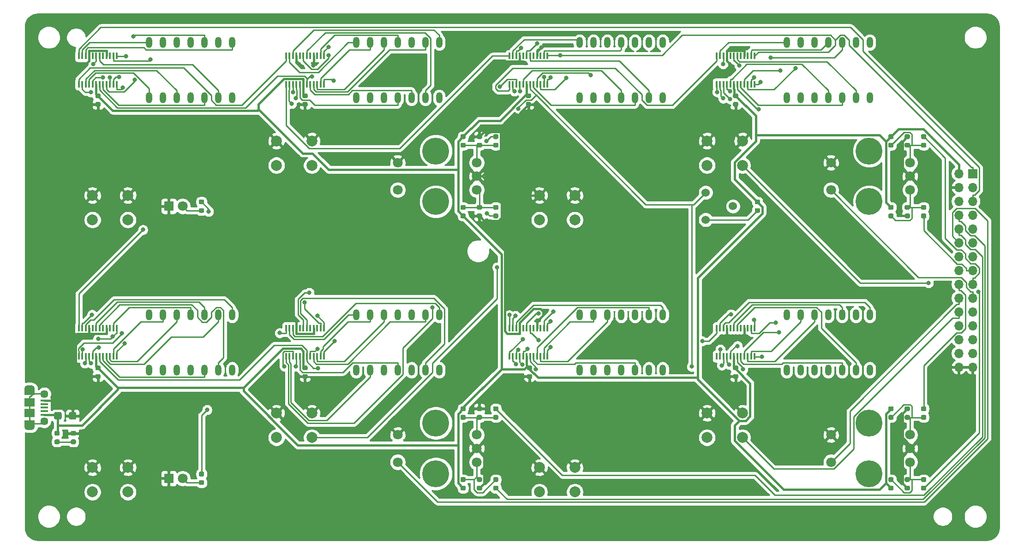
<source format=gbr>
%TF.GenerationSoftware,KiCad,Pcbnew,(5.1.6)-1*%
%TF.CreationDate,2020-09-26T15:19:52-07:00*%
%TF.ProjectId,Cessna 172 nav and com radio,43657373-6e61-4203-9137-32206e617620,rev?*%
%TF.SameCoordinates,Original*%
%TF.FileFunction,Copper,L2,Bot*%
%TF.FilePolarity,Positive*%
%FSLAX46Y46*%
G04 Gerber Fmt 4.6, Leading zero omitted, Abs format (unit mm)*
G04 Created by KiCad (PCBNEW (5.1.6)-1) date 2020-09-26 15:19:52*
%MOMM*%
%LPD*%
G01*
G04 APERTURE LIST*
%TA.AperFunction,SMDPad,CuDef*%
%ADD10R,0.400000X1.200000*%
%TD*%
%TA.AperFunction,ComponentPad*%
%ADD11C,1.524000*%
%TD*%
%TA.AperFunction,ComponentPad*%
%ADD12O,1.200000X2.000000*%
%TD*%
%TA.AperFunction,ComponentPad*%
%ADD13C,1.800000*%
%TD*%
%TA.AperFunction,ComponentPad*%
%ADD14R,1.800000X1.800000*%
%TD*%
%TA.AperFunction,ComponentPad*%
%ADD15C,2.000000*%
%TD*%
%TA.AperFunction,SMDPad,CuDef*%
%ADD16R,1.900000X1.500000*%
%TD*%
%TA.AperFunction,ComponentPad*%
%ADD17C,1.450000*%
%TD*%
%TA.AperFunction,SMDPad,CuDef*%
%ADD18R,1.350000X0.400000*%
%TD*%
%TA.AperFunction,ComponentPad*%
%ADD19O,1.900000X1.200000*%
%TD*%
%TA.AperFunction,SMDPad,CuDef*%
%ADD20R,1.900000X1.200000*%
%TD*%
%TA.AperFunction,ComponentPad*%
%ADD21C,4.950000*%
%TD*%
%TA.AperFunction,ComponentPad*%
%ADD22R,1.700000X1.700000*%
%TD*%
%TA.AperFunction,ComponentPad*%
%ADD23O,1.700000X1.700000*%
%TD*%
%TA.AperFunction,ViaPad*%
%ADD24C,0.800000*%
%TD*%
%TA.AperFunction,Conductor*%
%ADD25C,0.400000*%
%TD*%
%TA.AperFunction,Conductor*%
%ADD26C,0.250000*%
%TD*%
%TA.AperFunction,Conductor*%
%ADD27C,0.254000*%
%TD*%
G04 APERTURE END LIST*
D10*
%TO.P,U1,1*%
%TO.N,DIN*%
X40507500Y-38400000D03*
%TO.P,U1,2*%
%TO.N,/5 digit LCD display/DIG_0*%
X41142500Y-38400000D03*
%TO.P,U1,3*%
%TO.N,/5 digit LCD display/DIG_4*%
X41777500Y-38400000D03*
%TO.P,U1,4*%
%TO.N,GND*%
X42412500Y-38400000D03*
%TO.P,U1,5*%
%TO.N,Net-(U1-Pad5)*%
X43047500Y-38400000D03*
%TO.P,U1,6*%
%TO.N,/5 digit LCD display/DIG_2*%
X43682500Y-38400000D03*
%TO.P,U1,7*%
%TO.N,/5 digit LCD display/DIG_3*%
X44317500Y-38400000D03*
%TO.P,U1,8*%
%TO.N,Net-(U1-Pad8)*%
X44952500Y-38400000D03*
%TO.P,U1,9*%
%TO.N,GND*%
X45587500Y-38400000D03*
%TO.P,U1,10*%
%TO.N,Net-(U1-Pad10)*%
X46222500Y-38400000D03*
%TO.P,U1,11*%
%TO.N,/5 digit LCD display/DIG_1*%
X46857500Y-38400000D03*
%TO.P,U1,12*%
%TO.N,CS_LOAD*%
X47492500Y-38400000D03*
%TO.P,U1,13*%
%TO.N,CLK*%
X47492500Y-43600000D03*
%TO.P,U1,14*%
%TO.N,/5 digit LCD display/SEG_A*%
X46857500Y-43600000D03*
%TO.P,U1,15*%
%TO.N,/5 digit LCD display/SEG_F*%
X46222500Y-43600000D03*
%TO.P,U1,16*%
%TO.N,/5 digit LCD display/SEG_B*%
X45587500Y-43600000D03*
%TO.P,U1,17*%
%TO.N,/5 digit LCD display/SEG_G*%
X44952500Y-43600000D03*
%TO.P,U1,18*%
%TO.N,ISET*%
X44317500Y-43600000D03*
%TO.P,U1,19*%
%TO.N,+5V*%
X43682500Y-43600000D03*
%TO.P,U1,20*%
%TO.N,/5 digit LCD display/SEG_C*%
X43047500Y-43600000D03*
%TO.P,U1,21*%
%TO.N,/5 digit LCD display/SEG_E*%
X42412500Y-43600000D03*
%TO.P,U1,22*%
%TO.N,/5 digit LCD display/SEG_DP*%
X41777500Y-43600000D03*
%TO.P,U1,23*%
%TO.N,/5 digit LCD display/SEG_D*%
X41142500Y-43600000D03*
%TO.P,U1,24*%
%TO.N,/sheet5F611637/DIN*%
X40507500Y-43600000D03*
%TD*%
D11*
%TO.P,RV1,1*%
%TO.N,Net-(R1-Pad2)*%
X155500000Y-68500000D03*
%TO.P,RV1,3*%
%TO.N,ISET*%
X155500000Y-63500000D03*
%TO.P,RV1,2*%
%TO.N,Net-(RV1-Pad2)*%
X160500000Y-66000000D03*
%TD*%
D12*
%TO.P,U2,7*%
%TO.N,Net-(U2-Pad7)*%
X68620000Y-46080000D03*
%TO.P,U2,8*%
%TO.N,/5 digit LCD display/DIG_4*%
X68620000Y-35920000D03*
%TO.P,U2,6*%
%TO.N,/5 digit LCD display/DIG_3*%
X66080000Y-46080000D03*
%TO.P,U2,9*%
%TO.N,/5 digit LCD display/SEG_B*%
X66080000Y-35920000D03*
%TO.P,U2,5*%
%TO.N,/5 digit LCD display/SEG_G*%
X63540000Y-46080000D03*
%TO.P,U2,10*%
%TO.N,/5 digit LCD display/DIG_2*%
X63540000Y-35920000D03*
%TO.P,U2,4*%
%TO.N,/5 digit LCD display/SEG_C*%
X61000000Y-46080000D03*
%TO.P,U2,11*%
%TO.N,/5 digit LCD display/DIG_1*%
X61000000Y-35920000D03*
%TO.P,U2,3*%
%TO.N,/5 digit LCD display/SEG_DP*%
X58460000Y-46080000D03*
%TO.P,U2,12*%
%TO.N,/5 digit LCD display/SEG_F*%
X58460000Y-35920000D03*
%TO.P,U2,2*%
%TO.N,/5 digit LCD display/SEG_D*%
X55920000Y-46080000D03*
%TO.P,U2,13*%
%TO.N,/5 digit LCD display/SEG_A*%
X55920000Y-35920000D03*
%TO.P,U2,1*%
%TO.N,/5 digit LCD display/SEG_E*%
X53380000Y-46080000D03*
%TO.P,U2,14*%
%TO.N,/5 digit LCD display/DIG_0*%
X53380000Y-35920000D03*
%TD*%
%TO.P,U4,7*%
%TO.N,Net-(U4-Pad7)*%
X106620000Y-46080000D03*
%TO.P,U4,8*%
%TO.N,/sheet5F611637/DIG_4*%
X106620000Y-35920000D03*
%TO.P,U4,6*%
%TO.N,/sheet5F611637/DIG_3*%
X104080000Y-46080000D03*
%TO.P,U4,9*%
%TO.N,/sheet5F611637/SEG_B*%
X104080000Y-35920000D03*
%TO.P,U4,5*%
%TO.N,/sheet5F611637/SEG_G*%
X101540000Y-46080000D03*
%TO.P,U4,10*%
%TO.N,/sheet5F611637/DIG_2*%
X101540000Y-35920000D03*
%TO.P,U4,4*%
%TO.N,/sheet5F611637/SEG_C*%
X99000000Y-46080000D03*
%TO.P,U4,11*%
%TO.N,/sheet5F611637/DIG_1*%
X99000000Y-35920000D03*
%TO.P,U4,3*%
%TO.N,/sheet5F611637/SEG_DP*%
X96460000Y-46080000D03*
%TO.P,U4,12*%
%TO.N,/sheet5F611637/SEG_F*%
X96460000Y-35920000D03*
%TO.P,U4,2*%
%TO.N,/sheet5F611637/SEG_D*%
X93920000Y-46080000D03*
%TO.P,U4,13*%
%TO.N,/sheet5F611637/SEG_A*%
X93920000Y-35920000D03*
%TO.P,U4,1*%
%TO.N,/sheet5F611637/SEG_E*%
X91380000Y-46080000D03*
%TO.P,U4,14*%
%TO.N,/sheet5F611637/DIG_0*%
X91380000Y-35920000D03*
%TD*%
%TO.P,U6,7*%
%TO.N,Net-(U6-Pad7)*%
X147620000Y-46080000D03*
%TO.P,U6,8*%
%TO.N,/sheet5F613960/DIG_4*%
X147620000Y-35920000D03*
%TO.P,U6,6*%
%TO.N,/sheet5F613960/DIG_3*%
X145080000Y-46080000D03*
%TO.P,U6,9*%
%TO.N,/sheet5F613960/SEG_B*%
X145080000Y-35920000D03*
%TO.P,U6,5*%
%TO.N,/sheet5F613960/SEG_G*%
X142540000Y-46080000D03*
%TO.P,U6,10*%
%TO.N,/sheet5F613960/DIG_2*%
X142540000Y-35920000D03*
%TO.P,U6,4*%
%TO.N,/sheet5F613960/SEG_C*%
X140000000Y-46080000D03*
%TO.P,U6,11*%
%TO.N,/sheet5F613960/DIG_1*%
X140000000Y-35920000D03*
%TO.P,U6,3*%
%TO.N,/sheet5F613960/SEG_DP*%
X137460000Y-46080000D03*
%TO.P,U6,12*%
%TO.N,/sheet5F613960/SEG_F*%
X137460000Y-35920000D03*
%TO.P,U6,2*%
%TO.N,/sheet5F613960/SEG_D*%
X134920000Y-46080000D03*
%TO.P,U6,13*%
%TO.N,/sheet5F613960/SEG_A*%
X134920000Y-35920000D03*
%TO.P,U6,1*%
%TO.N,/sheet5F613960/SEG_E*%
X132380000Y-46080000D03*
%TO.P,U6,14*%
%TO.N,/sheet5F613960/DIG_0*%
X132380000Y-35920000D03*
%TD*%
%TO.P,U8,7*%
%TO.N,Net-(U8-Pad7)*%
X185620000Y-46080000D03*
%TO.P,U8,8*%
%TO.N,/sheet5F613961/DIG_4*%
X185620000Y-35920000D03*
%TO.P,U8,6*%
%TO.N,/sheet5F613961/DIG_3*%
X183080000Y-46080000D03*
%TO.P,U8,9*%
%TO.N,/sheet5F613961/SEG_B*%
X183080000Y-35920000D03*
%TO.P,U8,5*%
%TO.N,/sheet5F613961/SEG_G*%
X180540000Y-46080000D03*
%TO.P,U8,10*%
%TO.N,/sheet5F613961/DIG_2*%
X180540000Y-35920000D03*
%TO.P,U8,4*%
%TO.N,/sheet5F613961/SEG_C*%
X178000000Y-46080000D03*
%TO.P,U8,11*%
%TO.N,/sheet5F613961/DIG_1*%
X178000000Y-35920000D03*
%TO.P,U8,3*%
%TO.N,/sheet5F613961/SEG_DP*%
X175460000Y-46080000D03*
%TO.P,U8,12*%
%TO.N,/sheet5F613961/SEG_F*%
X175460000Y-35920000D03*
%TO.P,U8,2*%
%TO.N,/sheet5F613961/SEG_D*%
X172920000Y-46080000D03*
%TO.P,U8,13*%
%TO.N,/sheet5F613961/SEG_A*%
X172920000Y-35920000D03*
%TO.P,U8,1*%
%TO.N,/sheet5F613961/SEG_E*%
X170380000Y-46080000D03*
%TO.P,U8,14*%
%TO.N,/sheet5F613961/DIG_0*%
X170380000Y-35920000D03*
%TD*%
D13*
%TO.P,D3,2*%
%TO.N,Net-(D3-Pad2)*%
X59540000Y-66000000D03*
D14*
%TO.P,D3,1*%
%TO.N,GND*%
X57000000Y-66000000D03*
%TD*%
D10*
%TO.P,U3,24*%
%TO.N,/sheet5F613960/DIN*%
X78507500Y-43600000D03*
%TO.P,U3,23*%
%TO.N,/sheet5F611637/SEG_D*%
X79142500Y-43600000D03*
%TO.P,U3,22*%
%TO.N,/sheet5F611637/SEG_DP*%
X79777500Y-43600000D03*
%TO.P,U3,21*%
%TO.N,/sheet5F611637/SEG_E*%
X80412500Y-43600000D03*
%TO.P,U3,20*%
%TO.N,/sheet5F611637/SEG_C*%
X81047500Y-43600000D03*
%TO.P,U3,19*%
%TO.N,+5V*%
X81682500Y-43600000D03*
%TO.P,U3,18*%
%TO.N,ISET*%
X82317500Y-43600000D03*
%TO.P,U3,17*%
%TO.N,/sheet5F611637/SEG_G*%
X82952500Y-43600000D03*
%TO.P,U3,16*%
%TO.N,/sheet5F611637/SEG_B*%
X83587500Y-43600000D03*
%TO.P,U3,15*%
%TO.N,/sheet5F611637/SEG_F*%
X84222500Y-43600000D03*
%TO.P,U3,14*%
%TO.N,/sheet5F611637/SEG_A*%
X84857500Y-43600000D03*
%TO.P,U3,13*%
%TO.N,CLK*%
X85492500Y-43600000D03*
%TO.P,U3,12*%
%TO.N,CS_LOAD*%
X85492500Y-38400000D03*
%TO.P,U3,11*%
%TO.N,/sheet5F611637/DIG_1*%
X84857500Y-38400000D03*
%TO.P,U3,10*%
%TO.N,Net-(U3-Pad10)*%
X84222500Y-38400000D03*
%TO.P,U3,9*%
%TO.N,GND*%
X83587500Y-38400000D03*
%TO.P,U3,8*%
%TO.N,Net-(U3-Pad8)*%
X82952500Y-38400000D03*
%TO.P,U3,7*%
%TO.N,/sheet5F611637/DIG_3*%
X82317500Y-38400000D03*
%TO.P,U3,6*%
%TO.N,/sheet5F611637/DIG_2*%
X81682500Y-38400000D03*
%TO.P,U3,5*%
%TO.N,Net-(U3-Pad5)*%
X81047500Y-38400000D03*
%TO.P,U3,4*%
%TO.N,GND*%
X80412500Y-38400000D03*
%TO.P,U3,3*%
%TO.N,/sheet5F611637/DIG_4*%
X79777500Y-38400000D03*
%TO.P,U3,2*%
%TO.N,/sheet5F611637/DIG_0*%
X79142500Y-38400000D03*
%TO.P,U3,1*%
%TO.N,/sheet5F611637/DIN*%
X78507500Y-38400000D03*
%TD*%
%TO.P,U5,24*%
%TO.N,/sheet5F613961/DIN*%
X119507500Y-43600000D03*
%TO.P,U5,23*%
%TO.N,/sheet5F613960/SEG_D*%
X120142500Y-43600000D03*
%TO.P,U5,22*%
%TO.N,/sheet5F613960/SEG_DP*%
X120777500Y-43600000D03*
%TO.P,U5,21*%
%TO.N,/sheet5F613960/SEG_E*%
X121412500Y-43600000D03*
%TO.P,U5,20*%
%TO.N,/sheet5F613960/SEG_C*%
X122047500Y-43600000D03*
%TO.P,U5,19*%
%TO.N,+5V*%
X122682500Y-43600000D03*
%TO.P,U5,18*%
%TO.N,ISET*%
X123317500Y-43600000D03*
%TO.P,U5,17*%
%TO.N,/sheet5F613960/SEG_G*%
X123952500Y-43600000D03*
%TO.P,U5,16*%
%TO.N,/sheet5F613960/SEG_B*%
X124587500Y-43600000D03*
%TO.P,U5,15*%
%TO.N,/sheet5F613960/SEG_F*%
X125222500Y-43600000D03*
%TO.P,U5,14*%
%TO.N,/sheet5F613960/SEG_A*%
X125857500Y-43600000D03*
%TO.P,U5,13*%
%TO.N,CLK*%
X126492500Y-43600000D03*
%TO.P,U5,12*%
%TO.N,CS_LOAD*%
X126492500Y-38400000D03*
%TO.P,U5,11*%
%TO.N,/sheet5F613960/DIG_1*%
X125857500Y-38400000D03*
%TO.P,U5,10*%
%TO.N,Net-(U5-Pad10)*%
X125222500Y-38400000D03*
%TO.P,U5,9*%
%TO.N,GND*%
X124587500Y-38400000D03*
%TO.P,U5,8*%
%TO.N,Net-(U5-Pad8)*%
X123952500Y-38400000D03*
%TO.P,U5,7*%
%TO.N,/sheet5F613960/DIG_3*%
X123317500Y-38400000D03*
%TO.P,U5,6*%
%TO.N,/sheet5F613960/DIG_2*%
X122682500Y-38400000D03*
%TO.P,U5,5*%
%TO.N,Net-(U5-Pad5)*%
X122047500Y-38400000D03*
%TO.P,U5,4*%
%TO.N,GND*%
X121412500Y-38400000D03*
%TO.P,U5,3*%
%TO.N,/sheet5F613960/DIG_4*%
X120777500Y-38400000D03*
%TO.P,U5,2*%
%TO.N,/sheet5F613960/DIG_0*%
X120142500Y-38400000D03*
%TO.P,U5,1*%
%TO.N,/sheet5F613960/DIN*%
X119507500Y-38400000D03*
%TD*%
%TO.P,U7,1*%
%TO.N,/sheet5F613961/DIN*%
X157507500Y-38400000D03*
%TO.P,U7,2*%
%TO.N,/sheet5F613961/DIG_0*%
X158142500Y-38400000D03*
%TO.P,U7,3*%
%TO.N,/sheet5F613961/DIG_4*%
X158777500Y-38400000D03*
%TO.P,U7,4*%
%TO.N,GND*%
X159412500Y-38400000D03*
%TO.P,U7,5*%
%TO.N,Net-(U7-Pad5)*%
X160047500Y-38400000D03*
%TO.P,U7,6*%
%TO.N,/sheet5F613961/DIG_2*%
X160682500Y-38400000D03*
%TO.P,U7,7*%
%TO.N,/sheet5F613961/DIG_3*%
X161317500Y-38400000D03*
%TO.P,U7,8*%
%TO.N,Net-(U7-Pad8)*%
X161952500Y-38400000D03*
%TO.P,U7,9*%
%TO.N,GND*%
X162587500Y-38400000D03*
%TO.P,U7,10*%
%TO.N,Net-(U7-Pad10)*%
X163222500Y-38400000D03*
%TO.P,U7,11*%
%TO.N,/sheet5F613961/DIG_1*%
X163857500Y-38400000D03*
%TO.P,U7,12*%
%TO.N,CS_LOAD*%
X164492500Y-38400000D03*
%TO.P,U7,13*%
%TO.N,CLK*%
X164492500Y-43600000D03*
%TO.P,U7,14*%
%TO.N,/sheet5F613961/SEG_A*%
X163857500Y-43600000D03*
%TO.P,U7,15*%
%TO.N,/sheet5F613961/SEG_F*%
X163222500Y-43600000D03*
%TO.P,U7,16*%
%TO.N,/sheet5F613961/SEG_B*%
X162587500Y-43600000D03*
%TO.P,U7,17*%
%TO.N,/sheet5F613961/SEG_G*%
X161952500Y-43600000D03*
%TO.P,U7,18*%
%TO.N,ISET*%
X161317500Y-43600000D03*
%TO.P,U7,19*%
%TO.N,+5V*%
X160682500Y-43600000D03*
%TO.P,U7,20*%
%TO.N,/sheet5F613961/SEG_C*%
X160047500Y-43600000D03*
%TO.P,U7,21*%
%TO.N,/sheet5F613961/SEG_E*%
X159412500Y-43600000D03*
%TO.P,U7,22*%
%TO.N,/sheet5F613961/SEG_DP*%
X158777500Y-43600000D03*
%TO.P,U7,23*%
%TO.N,/sheet5F613961/SEG_D*%
X158142500Y-43600000D03*
%TO.P,U7,24*%
%TO.N,/sheet5F68A9C2/DIN*%
X157507500Y-43600000D03*
%TD*%
D15*
%TO.P,SW1,2*%
%TO.N,COMM1_XFR*%
X76750000Y-58500000D03*
%TO.P,SW1,1*%
%TO.N,GND*%
X76750000Y-54000000D03*
%TO.P,SW1,2*%
%TO.N,COMM1_XFR*%
X83250000Y-58500000D03*
%TO.P,SW1,1*%
%TO.N,GND*%
X83250000Y-54000000D03*
%TD*%
%TO.P,SW2,1*%
%TO.N,GND*%
X162250000Y-54000000D03*
%TO.P,SW2,2*%
%TO.N,NAV1_XFR*%
X162250000Y-58500000D03*
%TO.P,SW2,1*%
%TO.N,GND*%
X155750000Y-54000000D03*
%TO.P,SW2,2*%
%TO.N,NAV1_XFR*%
X155750000Y-58500000D03*
%TD*%
%TO.P,SW3,2*%
%TO.N,IDENT1_SW*%
X125000000Y-68500000D03*
%TO.P,SW3,1*%
%TO.N,GND*%
X125000000Y-64000000D03*
%TO.P,SW3,2*%
%TO.N,IDENT1_SW*%
X131500000Y-68500000D03*
%TO.P,SW3,1*%
%TO.N,GND*%
X131500000Y-64000000D03*
%TD*%
D16*
%TO.P,J2,6*%
%TO.N,Net-(J2-Pad6)*%
X31462500Y-102000000D03*
D17*
X34162500Y-105500000D03*
D18*
%TO.P,J2,2*%
%TO.N,Net-(J2-Pad2)*%
X34162500Y-103650000D03*
%TO.P,J2,1*%
%TO.N,+5V*%
X34162500Y-104300000D03*
%TO.P,J2,5*%
%TO.N,GND*%
X34162500Y-101700000D03*
%TO.P,J2,4*%
%TO.N,Net-(J2-Pad4)*%
X34162500Y-102350000D03*
%TO.P,J2,3*%
%TO.N,Net-(J2-Pad3)*%
X34162500Y-103000000D03*
D17*
%TO.P,J2,6*%
%TO.N,Net-(J2-Pad6)*%
X34162500Y-100500000D03*
D16*
X31462500Y-104000000D03*
D19*
X31462500Y-106500000D03*
X31462500Y-99500000D03*
D20*
X31462500Y-100100000D03*
X31462500Y-105900000D03*
%TD*%
D21*
%TO.P,J3,MH2*%
%TO.N,Net-(J3-PadMH2)*%
X106000000Y-55850000D03*
%TO.P,J3,MH1*%
%TO.N,Net-(J3-PadMH1)*%
X106000000Y-65150000D03*
D13*
%TO.P,J3,E1*%
%TO.N,GND*%
X99000000Y-58000000D03*
%TO.P,J3,D1*%
%TO.N,COMM1_KHZ_SW*%
X99000000Y-63000000D03*
%TO.P,J3,C1*%
%TO.N,GND*%
X113500000Y-60500000D03*
%TO.P,J3,B1*%
%TO.N,/Tuning rotary encoder and switch/B1*%
X113500000Y-58000000D03*
%TO.P,J3,A1*%
%TO.N,/Tuning rotary encoder and switch/A1*%
X113500000Y-63000000D03*
%TD*%
%TO.P,J4,A1*%
%TO.N,/sheet5F5DD32A/A1*%
X193000000Y-63000000D03*
%TO.P,J4,B1*%
%TO.N,/sheet5F5DD32A/B1*%
X193000000Y-58000000D03*
%TO.P,J4,C1*%
%TO.N,GND*%
X193000000Y-60500000D03*
%TO.P,J4,D1*%
%TO.N,NAV1_KHZ_SW*%
X178500000Y-63000000D03*
%TO.P,J4,E1*%
%TO.N,GND*%
X178500000Y-58000000D03*
D21*
%TO.P,J4,MH1*%
%TO.N,Net-(J4-PadMH1)*%
X185500000Y-65150000D03*
%TO.P,J4,MH2*%
%TO.N,Net-(J4-PadMH2)*%
X185500000Y-55850000D03*
%TD*%
D13*
%TO.P,D6,2*%
%TO.N,Net-(D6-Pad2)*%
X59540000Y-116000000D03*
D14*
%TO.P,D6,1*%
%TO.N,GND*%
X57000000Y-116000000D03*
%TD*%
D13*
%TO.P,J1,A1*%
%TO.N,/sheet5F71BCD2/A1*%
X113500000Y-113000000D03*
%TO.P,J1,B1*%
%TO.N,/sheet5F71BCD2/B1*%
X113500000Y-108000000D03*
%TO.P,J1,C1*%
%TO.N,GND*%
X113500000Y-110500000D03*
%TO.P,J1,D1*%
%TO.N,COMM2_KHZ_SW*%
X99000000Y-113000000D03*
%TO.P,J1,E1*%
%TO.N,GND*%
X99000000Y-108000000D03*
D21*
%TO.P,J1,MH1*%
%TO.N,Net-(J1-PadMH1)*%
X106000000Y-115150000D03*
%TO.P,J1,MH2*%
%TO.N,Net-(J1-PadMH2)*%
X106000000Y-105850000D03*
%TD*%
%TO.P,J6,MH2*%
%TO.N,Net-(J6-PadMH2)*%
X185500000Y-105850000D03*
%TO.P,J6,MH1*%
%TO.N,Net-(J6-PadMH1)*%
X185500000Y-115150000D03*
D13*
%TO.P,J6,E1*%
%TO.N,GND*%
X178500000Y-108000000D03*
%TO.P,J6,D1*%
%TO.N,NAV2_KHZ_SW*%
X178500000Y-113000000D03*
%TO.P,J6,C1*%
%TO.N,GND*%
X193000000Y-110500000D03*
%TO.P,J6,B1*%
%TO.N,/sheet5F71BCD3/B1*%
X193000000Y-108000000D03*
%TO.P,J6,A1*%
%TO.N,/sheet5F71BCD3/A1*%
X193000000Y-113000000D03*
%TD*%
D15*
%TO.P,SW4,2*%
%TO.N,COMM2_XFR*%
X76750000Y-108500000D03*
%TO.P,SW4,1*%
%TO.N,GND*%
X76750000Y-104000000D03*
%TO.P,SW4,2*%
%TO.N,COMM2_XFR*%
X83250000Y-108500000D03*
%TO.P,SW4,1*%
%TO.N,GND*%
X83250000Y-104000000D03*
%TD*%
%TO.P,SW5,1*%
%TO.N,GND*%
X162250000Y-104000000D03*
%TO.P,SW5,2*%
%TO.N,NAV2_XFR*%
X162250000Y-108500000D03*
%TO.P,SW5,1*%
%TO.N,GND*%
X155750000Y-104000000D03*
%TO.P,SW5,2*%
%TO.N,NAV2_XFR*%
X155750000Y-108500000D03*
%TD*%
%TO.P,SW6,2*%
%TO.N,IDENT2_SW*%
X125000000Y-118500000D03*
%TO.P,SW6,1*%
%TO.N,GND*%
X125000000Y-114000000D03*
%TO.P,SW6,2*%
%TO.N,IDENT2_SW*%
X131500000Y-118500000D03*
%TO.P,SW6,1*%
%TO.N,GND*%
X131500000Y-114000000D03*
%TD*%
D10*
%TO.P,U9,24*%
%TO.N,/sheet5F68A9C5/DIN*%
X40507500Y-93600000D03*
%TO.P,U9,23*%
%TO.N,/sheet5F68A9C2/SEG_D*%
X41142500Y-93600000D03*
%TO.P,U9,22*%
%TO.N,/sheet5F68A9C2/SEG_DP*%
X41777500Y-93600000D03*
%TO.P,U9,21*%
%TO.N,/sheet5F68A9C2/SEG_E*%
X42412500Y-93600000D03*
%TO.P,U9,20*%
%TO.N,/sheet5F68A9C2/SEG_C*%
X43047500Y-93600000D03*
%TO.P,U9,19*%
%TO.N,+5V*%
X43682500Y-93600000D03*
%TO.P,U9,18*%
%TO.N,ISET*%
X44317500Y-93600000D03*
%TO.P,U9,17*%
%TO.N,/sheet5F68A9C2/SEG_G*%
X44952500Y-93600000D03*
%TO.P,U9,16*%
%TO.N,/sheet5F68A9C2/SEG_B*%
X45587500Y-93600000D03*
%TO.P,U9,15*%
%TO.N,/sheet5F68A9C2/SEG_F*%
X46222500Y-93600000D03*
%TO.P,U9,14*%
%TO.N,/sheet5F68A9C2/SEG_A*%
X46857500Y-93600000D03*
%TO.P,U9,13*%
%TO.N,CLK*%
X47492500Y-93600000D03*
%TO.P,U9,12*%
%TO.N,CS_LOAD*%
X47492500Y-88400000D03*
%TO.P,U9,11*%
%TO.N,/sheet5F68A9C2/DIG_1*%
X46857500Y-88400000D03*
%TO.P,U9,10*%
%TO.N,Net-(U9-Pad10)*%
X46222500Y-88400000D03*
%TO.P,U9,9*%
%TO.N,GND*%
X45587500Y-88400000D03*
%TO.P,U9,8*%
%TO.N,Net-(U9-Pad8)*%
X44952500Y-88400000D03*
%TO.P,U9,7*%
%TO.N,/sheet5F68A9C2/DIG_3*%
X44317500Y-88400000D03*
%TO.P,U9,6*%
%TO.N,/sheet5F68A9C2/DIG_2*%
X43682500Y-88400000D03*
%TO.P,U9,5*%
%TO.N,Net-(U9-Pad5)*%
X43047500Y-88400000D03*
%TO.P,U9,4*%
%TO.N,GND*%
X42412500Y-88400000D03*
%TO.P,U9,3*%
%TO.N,/sheet5F68A9C2/DIG_4*%
X41777500Y-88400000D03*
%TO.P,U9,2*%
%TO.N,/sheet5F68A9C2/DIG_0*%
X41142500Y-88400000D03*
%TO.P,U9,1*%
%TO.N,/sheet5F68A9C2/DIN*%
X40507500Y-88400000D03*
%TD*%
D12*
%TO.P,U10,14*%
%TO.N,/sheet5F68A9C2/DIG_0*%
X53380000Y-85920000D03*
%TO.P,U10,1*%
%TO.N,/sheet5F68A9C2/SEG_E*%
X53380000Y-96080000D03*
%TO.P,U10,13*%
%TO.N,/sheet5F68A9C2/SEG_A*%
X55920000Y-85920000D03*
%TO.P,U10,2*%
%TO.N,/sheet5F68A9C2/SEG_D*%
X55920000Y-96080000D03*
%TO.P,U10,12*%
%TO.N,/sheet5F68A9C2/SEG_F*%
X58460000Y-85920000D03*
%TO.P,U10,3*%
%TO.N,/sheet5F68A9C2/SEG_DP*%
X58460000Y-96080000D03*
%TO.P,U10,11*%
%TO.N,/sheet5F68A9C2/DIG_1*%
X61000000Y-85920000D03*
%TO.P,U10,4*%
%TO.N,/sheet5F68A9C2/SEG_C*%
X61000000Y-96080000D03*
%TO.P,U10,10*%
%TO.N,/sheet5F68A9C2/DIG_2*%
X63540000Y-85920000D03*
%TO.P,U10,5*%
%TO.N,/sheet5F68A9C2/SEG_G*%
X63540000Y-96080000D03*
%TO.P,U10,9*%
%TO.N,/sheet5F68A9C2/SEG_B*%
X66080000Y-85920000D03*
%TO.P,U10,6*%
%TO.N,/sheet5F68A9C2/DIG_3*%
X66080000Y-96080000D03*
%TO.P,U10,8*%
%TO.N,/sheet5F68A9C2/DIG_4*%
X68620000Y-85920000D03*
%TO.P,U10,7*%
%TO.N,Net-(U10-Pad7)*%
X68620000Y-96080000D03*
%TD*%
D10*
%TO.P,U11,1*%
%TO.N,/sheet5F68A9C3/DIN*%
X119507500Y-88400000D03*
%TO.P,U11,2*%
%TO.N,/sheet5F68A9C3/DIG_0*%
X120142500Y-88400000D03*
%TO.P,U11,3*%
%TO.N,/sheet5F68A9C3/DIG_4*%
X120777500Y-88400000D03*
%TO.P,U11,4*%
%TO.N,GND*%
X121412500Y-88400000D03*
%TO.P,U11,5*%
%TO.N,Net-(U11-Pad5)*%
X122047500Y-88400000D03*
%TO.P,U11,6*%
%TO.N,/sheet5F68A9C3/DIG_2*%
X122682500Y-88400000D03*
%TO.P,U11,7*%
%TO.N,/sheet5F68A9C3/DIG_3*%
X123317500Y-88400000D03*
%TO.P,U11,8*%
%TO.N,Net-(U11-Pad8)*%
X123952500Y-88400000D03*
%TO.P,U11,9*%
%TO.N,GND*%
X124587500Y-88400000D03*
%TO.P,U11,10*%
%TO.N,Net-(U11-Pad10)*%
X125222500Y-88400000D03*
%TO.P,U11,11*%
%TO.N,/sheet5F68A9C3/DIG_1*%
X125857500Y-88400000D03*
%TO.P,U11,12*%
%TO.N,CS_LOAD*%
X126492500Y-88400000D03*
%TO.P,U11,13*%
%TO.N,CLK*%
X126492500Y-93600000D03*
%TO.P,U11,14*%
%TO.N,/sheet5F68A9C3/SEG_A*%
X125857500Y-93600000D03*
%TO.P,U11,15*%
%TO.N,/sheet5F68A9C3/SEG_F*%
X125222500Y-93600000D03*
%TO.P,U11,16*%
%TO.N,/sheet5F68A9C3/SEG_B*%
X124587500Y-93600000D03*
%TO.P,U11,17*%
%TO.N,/sheet5F68A9C3/SEG_G*%
X123952500Y-93600000D03*
%TO.P,U11,18*%
%TO.N,ISET*%
X123317500Y-93600000D03*
%TO.P,U11,19*%
%TO.N,+5V*%
X122682500Y-93600000D03*
%TO.P,U11,20*%
%TO.N,/sheet5F68A9C3/SEG_C*%
X122047500Y-93600000D03*
%TO.P,U11,21*%
%TO.N,/sheet5F68A9C3/SEG_E*%
X121412500Y-93600000D03*
%TO.P,U11,22*%
%TO.N,/sheet5F68A9C3/SEG_DP*%
X120777500Y-93600000D03*
%TO.P,U11,23*%
%TO.N,/sheet5F68A9C3/SEG_D*%
X120142500Y-93600000D03*
%TO.P,U11,24*%
%TO.N,/sheet5F68A9C4/DIN*%
X119507500Y-93600000D03*
%TD*%
D12*
%TO.P,U12,7*%
%TO.N,Net-(U12-Pad7)*%
X147620000Y-96080000D03*
%TO.P,U12,8*%
%TO.N,/sheet5F68A9C3/DIG_4*%
X147620000Y-85920000D03*
%TO.P,U12,6*%
%TO.N,/sheet5F68A9C3/DIG_3*%
X145080000Y-96080000D03*
%TO.P,U12,9*%
%TO.N,/sheet5F68A9C3/SEG_B*%
X145080000Y-85920000D03*
%TO.P,U12,5*%
%TO.N,/sheet5F68A9C3/SEG_G*%
X142540000Y-96080000D03*
%TO.P,U12,10*%
%TO.N,/sheet5F68A9C3/DIG_2*%
X142540000Y-85920000D03*
%TO.P,U12,4*%
%TO.N,/sheet5F68A9C3/SEG_C*%
X140000000Y-96080000D03*
%TO.P,U12,11*%
%TO.N,/sheet5F68A9C3/DIG_1*%
X140000000Y-85920000D03*
%TO.P,U12,3*%
%TO.N,/sheet5F68A9C3/SEG_DP*%
X137460000Y-96080000D03*
%TO.P,U12,12*%
%TO.N,/sheet5F68A9C3/SEG_F*%
X137460000Y-85920000D03*
%TO.P,U12,2*%
%TO.N,/sheet5F68A9C3/SEG_D*%
X134920000Y-96080000D03*
%TO.P,U12,13*%
%TO.N,/sheet5F68A9C3/SEG_A*%
X134920000Y-85920000D03*
%TO.P,U12,1*%
%TO.N,/sheet5F68A9C3/SEG_E*%
X132380000Y-96080000D03*
%TO.P,U12,14*%
%TO.N,/sheet5F68A9C3/DIG_0*%
X132380000Y-85920000D03*
%TD*%
D10*
%TO.P,U13,24*%
%TO.N,/sheet5F68A9C4/DOUT*%
X157507500Y-93600000D03*
%TO.P,U13,23*%
%TO.N,/sheet5F68A9C4/SEG_D*%
X158142500Y-93600000D03*
%TO.P,U13,22*%
%TO.N,/sheet5F68A9C4/SEG_DP*%
X158777500Y-93600000D03*
%TO.P,U13,21*%
%TO.N,/sheet5F68A9C4/SEG_E*%
X159412500Y-93600000D03*
%TO.P,U13,20*%
%TO.N,/sheet5F68A9C4/SEG_C*%
X160047500Y-93600000D03*
%TO.P,U13,19*%
%TO.N,+5V*%
X160682500Y-93600000D03*
%TO.P,U13,18*%
%TO.N,ISET*%
X161317500Y-93600000D03*
%TO.P,U13,17*%
%TO.N,/sheet5F68A9C4/SEG_G*%
X161952500Y-93600000D03*
%TO.P,U13,16*%
%TO.N,/sheet5F68A9C4/SEG_B*%
X162587500Y-93600000D03*
%TO.P,U13,15*%
%TO.N,/sheet5F68A9C4/SEG_F*%
X163222500Y-93600000D03*
%TO.P,U13,14*%
%TO.N,/sheet5F68A9C4/SEG_A*%
X163857500Y-93600000D03*
%TO.P,U13,13*%
%TO.N,CLK*%
X164492500Y-93600000D03*
%TO.P,U13,12*%
%TO.N,CS_LOAD*%
X164492500Y-88400000D03*
%TO.P,U13,11*%
%TO.N,/sheet5F68A9C4/DIG_1*%
X163857500Y-88400000D03*
%TO.P,U13,10*%
%TO.N,Net-(U13-Pad10)*%
X163222500Y-88400000D03*
%TO.P,U13,9*%
%TO.N,GND*%
X162587500Y-88400000D03*
%TO.P,U13,8*%
%TO.N,Net-(U13-Pad8)*%
X161952500Y-88400000D03*
%TO.P,U13,7*%
%TO.N,/sheet5F68A9C4/DIG_3*%
X161317500Y-88400000D03*
%TO.P,U13,6*%
%TO.N,/sheet5F68A9C4/DIG_2*%
X160682500Y-88400000D03*
%TO.P,U13,5*%
%TO.N,Net-(U13-Pad5)*%
X160047500Y-88400000D03*
%TO.P,U13,4*%
%TO.N,GND*%
X159412500Y-88400000D03*
%TO.P,U13,3*%
%TO.N,/sheet5F68A9C4/DIG_4*%
X158777500Y-88400000D03*
%TO.P,U13,2*%
%TO.N,/sheet5F68A9C4/DIG_0*%
X158142500Y-88400000D03*
%TO.P,U13,1*%
%TO.N,/sheet5F68A9C4/DIN*%
X157507500Y-88400000D03*
%TD*%
D12*
%TO.P,U14,7*%
%TO.N,Net-(U14-Pad7)*%
X185620000Y-96080000D03*
%TO.P,U14,8*%
%TO.N,/sheet5F68A9C4/DIG_4*%
X185620000Y-85920000D03*
%TO.P,U14,6*%
%TO.N,/sheet5F68A9C4/DIG_3*%
X183080000Y-96080000D03*
%TO.P,U14,9*%
%TO.N,/sheet5F68A9C4/SEG_B*%
X183080000Y-85920000D03*
%TO.P,U14,5*%
%TO.N,/sheet5F68A9C4/SEG_G*%
X180540000Y-96080000D03*
%TO.P,U14,10*%
%TO.N,/sheet5F68A9C4/DIG_2*%
X180540000Y-85920000D03*
%TO.P,U14,4*%
%TO.N,/sheet5F68A9C4/SEG_C*%
X178000000Y-96080000D03*
%TO.P,U14,11*%
%TO.N,/sheet5F68A9C4/DIG_1*%
X178000000Y-85920000D03*
%TO.P,U14,3*%
%TO.N,/sheet5F68A9C4/SEG_DP*%
X175460000Y-96080000D03*
%TO.P,U14,12*%
%TO.N,/sheet5F68A9C4/SEG_F*%
X175460000Y-85920000D03*
%TO.P,U14,2*%
%TO.N,/sheet5F68A9C4/SEG_D*%
X172920000Y-96080000D03*
%TO.P,U14,13*%
%TO.N,/sheet5F68A9C4/SEG_A*%
X172920000Y-85920000D03*
%TO.P,U14,1*%
%TO.N,/sheet5F68A9C4/SEG_E*%
X170380000Y-96080000D03*
%TO.P,U14,14*%
%TO.N,/sheet5F68A9C4/DIG_0*%
X170380000Y-85920000D03*
%TD*%
D10*
%TO.P,U15,1*%
%TO.N,/sheet5F68A9C5/DIN*%
X78507500Y-88400000D03*
%TO.P,U15,2*%
%TO.N,/sheet5F68A9C5/DIG_0*%
X79142500Y-88400000D03*
%TO.P,U15,3*%
%TO.N,/sheet5F68A9C5/DIG_4*%
X79777500Y-88400000D03*
%TO.P,U15,4*%
%TO.N,GND*%
X80412500Y-88400000D03*
%TO.P,U15,5*%
%TO.N,Net-(U15-Pad5)*%
X81047500Y-88400000D03*
%TO.P,U15,6*%
%TO.N,/sheet5F68A9C5/DIG_2*%
X81682500Y-88400000D03*
%TO.P,U15,7*%
%TO.N,/sheet5F68A9C5/DIG_3*%
X82317500Y-88400000D03*
%TO.P,U15,8*%
%TO.N,Net-(U15-Pad8)*%
X82952500Y-88400000D03*
%TO.P,U15,9*%
%TO.N,GND*%
X83587500Y-88400000D03*
%TO.P,U15,10*%
%TO.N,Net-(U15-Pad10)*%
X84222500Y-88400000D03*
%TO.P,U15,11*%
%TO.N,/sheet5F68A9C5/DIG_1*%
X84857500Y-88400000D03*
%TO.P,U15,12*%
%TO.N,CS_LOAD*%
X85492500Y-88400000D03*
%TO.P,U15,13*%
%TO.N,CLK*%
X85492500Y-93600000D03*
%TO.P,U15,14*%
%TO.N,/sheet5F68A9C5/SEG_A*%
X84857500Y-93600000D03*
%TO.P,U15,15*%
%TO.N,/sheet5F68A9C5/SEG_F*%
X84222500Y-93600000D03*
%TO.P,U15,16*%
%TO.N,/sheet5F68A9C5/SEG_B*%
X83587500Y-93600000D03*
%TO.P,U15,17*%
%TO.N,/sheet5F68A9C5/SEG_G*%
X82952500Y-93600000D03*
%TO.P,U15,18*%
%TO.N,ISET*%
X82317500Y-93600000D03*
%TO.P,U15,19*%
%TO.N,+5V*%
X81682500Y-93600000D03*
%TO.P,U15,20*%
%TO.N,/sheet5F68A9C5/SEG_C*%
X81047500Y-93600000D03*
%TO.P,U15,21*%
%TO.N,/sheet5F68A9C5/SEG_E*%
X80412500Y-93600000D03*
%TO.P,U15,22*%
%TO.N,/sheet5F68A9C5/SEG_DP*%
X79777500Y-93600000D03*
%TO.P,U15,23*%
%TO.N,/sheet5F68A9C5/SEG_D*%
X79142500Y-93600000D03*
%TO.P,U15,24*%
%TO.N,/sheet5F68A9C3/DIN*%
X78507500Y-93600000D03*
%TD*%
D12*
%TO.P,U16,14*%
%TO.N,/sheet5F68A9C5/DIG_0*%
X91380000Y-85920000D03*
%TO.P,U16,1*%
%TO.N,/sheet5F68A9C5/SEG_E*%
X91380000Y-96080000D03*
%TO.P,U16,13*%
%TO.N,/sheet5F68A9C5/SEG_A*%
X93920000Y-85920000D03*
%TO.P,U16,2*%
%TO.N,/sheet5F68A9C5/SEG_D*%
X93920000Y-96080000D03*
%TO.P,U16,12*%
%TO.N,/sheet5F68A9C5/SEG_F*%
X96460000Y-85920000D03*
%TO.P,U16,3*%
%TO.N,/sheet5F68A9C5/SEG_DP*%
X96460000Y-96080000D03*
%TO.P,U16,11*%
%TO.N,/sheet5F68A9C5/DIG_1*%
X99000000Y-85920000D03*
%TO.P,U16,4*%
%TO.N,/sheet5F68A9C5/SEG_C*%
X99000000Y-96080000D03*
%TO.P,U16,10*%
%TO.N,/sheet5F68A9C5/DIG_2*%
X101540000Y-85920000D03*
%TO.P,U16,5*%
%TO.N,/sheet5F68A9C5/SEG_G*%
X101540000Y-96080000D03*
%TO.P,U16,9*%
%TO.N,/sheet5F68A9C5/SEG_B*%
X104080000Y-85920000D03*
%TO.P,U16,6*%
%TO.N,/sheet5F68A9C5/DIG_3*%
X104080000Y-96080000D03*
%TO.P,U16,8*%
%TO.N,/sheet5F68A9C5/DIG_4*%
X106620000Y-85920000D03*
%TO.P,U16,7*%
%TO.N,Net-(U16-Pad7)*%
X106620000Y-96080000D03*
%TD*%
D15*
%TO.P,SW7,2*%
%TO.N,RADIO1_SW*%
X43000000Y-68500000D03*
%TO.P,SW7,1*%
%TO.N,GND*%
X43000000Y-64000000D03*
%TO.P,SW7,2*%
%TO.N,RADIO1_SW*%
X49500000Y-68500000D03*
%TO.P,SW7,1*%
%TO.N,GND*%
X49500000Y-64000000D03*
%TD*%
%TO.P,SW8,1*%
%TO.N,GND*%
X49500000Y-114000000D03*
%TO.P,SW8,2*%
%TO.N,RADIO2_SW*%
X49500000Y-118500000D03*
%TO.P,SW8,1*%
%TO.N,GND*%
X43000000Y-114000000D03*
%TO.P,SW8,2*%
%TO.N,RADIO2_SW*%
X43000000Y-118500000D03*
%TD*%
D22*
%TO.P,J5,1*%
%TO.N,CS_LOAD*%
X204500000Y-60000000D03*
D23*
%TO.P,J5,2*%
%TO.N,+5V*%
X201960000Y-60000000D03*
%TO.P,J5,3*%
%TO.N,CLK*%
X204500000Y-62540000D03*
%TO.P,J5,4*%
%TO.N,GND*%
X201960000Y-62540000D03*
%TO.P,J5,5*%
%TO.N,DIN*%
X204500000Y-65080000D03*
%TO.P,J5,6*%
%TO.N,Net-(J5-Pad6)*%
X201960000Y-65080000D03*
%TO.P,J5,7*%
%TO.N,COMM1_LEFT*%
X204500000Y-67620000D03*
%TO.P,J5,8*%
%TO.N,COMM2_LEFT*%
X201960000Y-67620000D03*
%TO.P,J5,9*%
%TO.N,COMM1_RIGHT*%
X204500000Y-70160000D03*
%TO.P,J5,10*%
%TO.N,COMM2_RIGHT*%
X201960000Y-70160000D03*
%TO.P,J5,11*%
%TO.N,COMM1_KHZ_SW*%
X204500000Y-72700000D03*
%TO.P,J5,12*%
%TO.N,COMM2_KHZ_SW*%
X201960000Y-72700000D03*
%TO.P,J5,13*%
%TO.N,COMM1_XFR*%
X204500000Y-75240000D03*
%TO.P,J5,14*%
%TO.N,COMM2_XFR*%
X201960000Y-75240000D03*
%TO.P,J5,15*%
%TO.N,NAV1_LEFT*%
X204500000Y-77780000D03*
%TO.P,J5,16*%
%TO.N,NAV2_LEFT*%
X201960000Y-77780000D03*
%TO.P,J5,17*%
%TO.N,NAV1_RIGHT*%
X204500000Y-80320000D03*
%TO.P,J5,18*%
%TO.N,NAV2_RIGHT*%
X201960000Y-80320000D03*
%TO.P,J5,19*%
%TO.N,NAV1_KHZ_SW*%
X204500000Y-82860000D03*
%TO.P,J5,20*%
%TO.N,NAV2_KHZ_SW*%
X201960000Y-82860000D03*
%TO.P,J5,21*%
%TO.N,NAV1_XFR*%
X204500000Y-85400000D03*
%TO.P,J5,22*%
%TO.N,NAV2_XFR*%
X201960000Y-85400000D03*
%TO.P,J5,23*%
%TO.N,RADIO1_SW*%
X204500000Y-87940000D03*
%TO.P,J5,24*%
%TO.N,RADIO2_SW*%
X201960000Y-87940000D03*
%TO.P,J5,25*%
%TO.N,RADIO1_LED*%
X204500000Y-90480000D03*
%TO.P,J5,26*%
%TO.N,RADIO2_LED*%
X201960000Y-90480000D03*
%TO.P,J5,27*%
%TO.N,IDENT1_SW*%
X204500000Y-93020000D03*
%TO.P,J5,28*%
%TO.N,IDENT2_SW*%
X201960000Y-93020000D03*
%TO.P,J5,29*%
%TO.N,GND*%
X204500000Y-95560000D03*
%TO.P,J5,30*%
X201960000Y-95560000D03*
%TD*%
%TO.P,C1,1*%
%TO.N,+5V*%
%TA.AperFunction,SMDPad,CuDef*%
G36*
G01*
X35950000Y-104925001D02*
X35950000Y-104074999D01*
G75*
G02*
X36199999Y-103825000I249999J0D01*
G01*
X37100001Y-103825000D01*
G75*
G02*
X37350000Y-104074999I0J-249999D01*
G01*
X37350000Y-104925001D01*
G75*
G02*
X37100001Y-105175000I-249999J0D01*
G01*
X36199999Y-105175000D01*
G75*
G02*
X35950000Y-104925001I0J249999D01*
G01*
G37*
%TD.AperFunction*%
%TO.P,C1,2*%
%TO.N,GND*%
%TA.AperFunction,SMDPad,CuDef*%
G36*
G01*
X38650000Y-104925001D02*
X38650000Y-104074999D01*
G75*
G02*
X38899999Y-103825000I249999J0D01*
G01*
X39800001Y-103825000D01*
G75*
G02*
X40050000Y-104074999I0J-249999D01*
G01*
X40050000Y-104925001D01*
G75*
G02*
X39800001Y-105175000I-249999J0D01*
G01*
X38899999Y-105175000D01*
G75*
G02*
X38650000Y-104925001I0J249999D01*
G01*
G37*
%TD.AperFunction*%
%TD*%
%TO.P,C2,1*%
%TO.N,+5V*%
%TA.AperFunction,SMDPad,CuDef*%
G36*
G01*
X43743750Y-45275000D02*
X44256250Y-45275000D01*
G75*
G02*
X44475000Y-45493750I0J-218750D01*
G01*
X44475000Y-45931250D01*
G75*
G02*
X44256250Y-46150000I-218750J0D01*
G01*
X43743750Y-46150000D01*
G75*
G02*
X43525000Y-45931250I0J218750D01*
G01*
X43525000Y-45493750D01*
G75*
G02*
X43743750Y-45275000I218750J0D01*
G01*
G37*
%TD.AperFunction*%
%TO.P,C2,2*%
%TO.N,GND*%
%TA.AperFunction,SMDPad,CuDef*%
G36*
G01*
X43743750Y-46850000D02*
X44256250Y-46850000D01*
G75*
G02*
X44475000Y-47068750I0J-218750D01*
G01*
X44475000Y-47506250D01*
G75*
G02*
X44256250Y-47725000I-218750J0D01*
G01*
X43743750Y-47725000D01*
G75*
G02*
X43525000Y-47506250I0J218750D01*
G01*
X43525000Y-47068750D01*
G75*
G02*
X43743750Y-46850000I218750J0D01*
G01*
G37*
%TD.AperFunction*%
%TD*%
%TO.P,C3,2*%
%TO.N,GND*%
%TA.AperFunction,SMDPad,CuDef*%
G36*
G01*
X81743750Y-46850000D02*
X82256250Y-46850000D01*
G75*
G02*
X82475000Y-47068750I0J-218750D01*
G01*
X82475000Y-47506250D01*
G75*
G02*
X82256250Y-47725000I-218750J0D01*
G01*
X81743750Y-47725000D01*
G75*
G02*
X81525000Y-47506250I0J218750D01*
G01*
X81525000Y-47068750D01*
G75*
G02*
X81743750Y-46850000I218750J0D01*
G01*
G37*
%TD.AperFunction*%
%TO.P,C3,1*%
%TO.N,+5V*%
%TA.AperFunction,SMDPad,CuDef*%
G36*
G01*
X81743750Y-45275000D02*
X82256250Y-45275000D01*
G75*
G02*
X82475000Y-45493750I0J-218750D01*
G01*
X82475000Y-45931250D01*
G75*
G02*
X82256250Y-46150000I-218750J0D01*
G01*
X81743750Y-46150000D01*
G75*
G02*
X81525000Y-45931250I0J218750D01*
G01*
X81525000Y-45493750D01*
G75*
G02*
X81743750Y-45275000I218750J0D01*
G01*
G37*
%TD.AperFunction*%
%TD*%
%TO.P,C4,2*%
%TO.N,GND*%
%TA.AperFunction,SMDPad,CuDef*%
G36*
G01*
X122743750Y-46850000D02*
X123256250Y-46850000D01*
G75*
G02*
X123475000Y-47068750I0J-218750D01*
G01*
X123475000Y-47506250D01*
G75*
G02*
X123256250Y-47725000I-218750J0D01*
G01*
X122743750Y-47725000D01*
G75*
G02*
X122525000Y-47506250I0J218750D01*
G01*
X122525000Y-47068750D01*
G75*
G02*
X122743750Y-46850000I218750J0D01*
G01*
G37*
%TD.AperFunction*%
%TO.P,C4,1*%
%TO.N,+5V*%
%TA.AperFunction,SMDPad,CuDef*%
G36*
G01*
X122743750Y-45275000D02*
X123256250Y-45275000D01*
G75*
G02*
X123475000Y-45493750I0J-218750D01*
G01*
X123475000Y-45931250D01*
G75*
G02*
X123256250Y-46150000I-218750J0D01*
G01*
X122743750Y-46150000D01*
G75*
G02*
X122525000Y-45931250I0J218750D01*
G01*
X122525000Y-45493750D01*
G75*
G02*
X122743750Y-45275000I218750J0D01*
G01*
G37*
%TD.AperFunction*%
%TD*%
%TO.P,C5,1*%
%TO.N,+5V*%
%TA.AperFunction,SMDPad,CuDef*%
G36*
G01*
X160743750Y-45275000D02*
X161256250Y-45275000D01*
G75*
G02*
X161475000Y-45493750I0J-218750D01*
G01*
X161475000Y-45931250D01*
G75*
G02*
X161256250Y-46150000I-218750J0D01*
G01*
X160743750Y-46150000D01*
G75*
G02*
X160525000Y-45931250I0J218750D01*
G01*
X160525000Y-45493750D01*
G75*
G02*
X160743750Y-45275000I218750J0D01*
G01*
G37*
%TD.AperFunction*%
%TO.P,C5,2*%
%TO.N,GND*%
%TA.AperFunction,SMDPad,CuDef*%
G36*
G01*
X160743750Y-46850000D02*
X161256250Y-46850000D01*
G75*
G02*
X161475000Y-47068750I0J-218750D01*
G01*
X161475000Y-47506250D01*
G75*
G02*
X161256250Y-47725000I-218750J0D01*
G01*
X160743750Y-47725000D01*
G75*
G02*
X160525000Y-47506250I0J218750D01*
G01*
X160525000Y-47068750D01*
G75*
G02*
X160743750Y-46850000I218750J0D01*
G01*
G37*
%TD.AperFunction*%
%TD*%
%TO.P,C6,1*%
%TO.N,GND*%
%TA.AperFunction,SMDPad,CuDef*%
G36*
G01*
X114256250Y-68225000D02*
X113743750Y-68225000D01*
G75*
G02*
X113525000Y-68006250I0J218750D01*
G01*
X113525000Y-67568750D01*
G75*
G02*
X113743750Y-67350000I218750J0D01*
G01*
X114256250Y-67350000D01*
G75*
G02*
X114475000Y-67568750I0J-218750D01*
G01*
X114475000Y-68006250D01*
G75*
G02*
X114256250Y-68225000I-218750J0D01*
G01*
G37*
%TD.AperFunction*%
%TO.P,C6,2*%
%TO.N,/Tuning rotary encoder and switch/A1*%
%TA.AperFunction,SMDPad,CuDef*%
G36*
G01*
X114256250Y-66650000D02*
X113743750Y-66650000D01*
G75*
G02*
X113525000Y-66431250I0J218750D01*
G01*
X113525000Y-65993750D01*
G75*
G02*
X113743750Y-65775000I218750J0D01*
G01*
X114256250Y-65775000D01*
G75*
G02*
X114475000Y-65993750I0J-218750D01*
G01*
X114475000Y-66431250D01*
G75*
G02*
X114256250Y-66650000I-218750J0D01*
G01*
G37*
%TD.AperFunction*%
%TD*%
%TO.P,C7,2*%
%TO.N,GND*%
%TA.AperFunction,SMDPad,CuDef*%
G36*
G01*
X114256250Y-53650000D02*
X113743750Y-53650000D01*
G75*
G02*
X113525000Y-53431250I0J218750D01*
G01*
X113525000Y-52993750D01*
G75*
G02*
X113743750Y-52775000I218750J0D01*
G01*
X114256250Y-52775000D01*
G75*
G02*
X114475000Y-52993750I0J-218750D01*
G01*
X114475000Y-53431250D01*
G75*
G02*
X114256250Y-53650000I-218750J0D01*
G01*
G37*
%TD.AperFunction*%
%TO.P,C7,1*%
%TO.N,/Tuning rotary encoder and switch/B1*%
%TA.AperFunction,SMDPad,CuDef*%
G36*
G01*
X114256250Y-55225000D02*
X113743750Y-55225000D01*
G75*
G02*
X113525000Y-55006250I0J218750D01*
G01*
X113525000Y-54568750D01*
G75*
G02*
X113743750Y-54350000I218750J0D01*
G01*
X114256250Y-54350000D01*
G75*
G02*
X114475000Y-54568750I0J-218750D01*
G01*
X114475000Y-55006250D01*
G75*
G02*
X114256250Y-55225000I-218750J0D01*
G01*
G37*
%TD.AperFunction*%
%TD*%
%TO.P,C8,1*%
%TO.N,GND*%
%TA.AperFunction,SMDPad,CuDef*%
G36*
G01*
X192756250Y-68225000D02*
X192243750Y-68225000D01*
G75*
G02*
X192025000Y-68006250I0J218750D01*
G01*
X192025000Y-67568750D01*
G75*
G02*
X192243750Y-67350000I218750J0D01*
G01*
X192756250Y-67350000D01*
G75*
G02*
X192975000Y-67568750I0J-218750D01*
G01*
X192975000Y-68006250D01*
G75*
G02*
X192756250Y-68225000I-218750J0D01*
G01*
G37*
%TD.AperFunction*%
%TO.P,C8,2*%
%TO.N,/sheet5F5DD32A/A1*%
%TA.AperFunction,SMDPad,CuDef*%
G36*
G01*
X192756250Y-66650000D02*
X192243750Y-66650000D01*
G75*
G02*
X192025000Y-66431250I0J218750D01*
G01*
X192025000Y-65993750D01*
G75*
G02*
X192243750Y-65775000I218750J0D01*
G01*
X192756250Y-65775000D01*
G75*
G02*
X192975000Y-65993750I0J-218750D01*
G01*
X192975000Y-66431250D01*
G75*
G02*
X192756250Y-66650000I-218750J0D01*
G01*
G37*
%TD.AperFunction*%
%TD*%
%TO.P,C9,2*%
%TO.N,GND*%
%TA.AperFunction,SMDPad,CuDef*%
G36*
G01*
X192756250Y-53650000D02*
X192243750Y-53650000D01*
G75*
G02*
X192025000Y-53431250I0J218750D01*
G01*
X192025000Y-52993750D01*
G75*
G02*
X192243750Y-52775000I218750J0D01*
G01*
X192756250Y-52775000D01*
G75*
G02*
X192975000Y-52993750I0J-218750D01*
G01*
X192975000Y-53431250D01*
G75*
G02*
X192756250Y-53650000I-218750J0D01*
G01*
G37*
%TD.AperFunction*%
%TO.P,C9,1*%
%TO.N,/sheet5F5DD32A/B1*%
%TA.AperFunction,SMDPad,CuDef*%
G36*
G01*
X192756250Y-55225000D02*
X192243750Y-55225000D01*
G75*
G02*
X192025000Y-55006250I0J218750D01*
G01*
X192025000Y-54568750D01*
G75*
G02*
X192243750Y-54350000I218750J0D01*
G01*
X192756250Y-54350000D01*
G75*
G02*
X192975000Y-54568750I0J-218750D01*
G01*
X192975000Y-55006250D01*
G75*
G02*
X192756250Y-55225000I-218750J0D01*
G01*
G37*
%TD.AperFunction*%
%TD*%
%TO.P,C12,1*%
%TO.N,+5V*%
%TA.AperFunction,SMDPad,CuDef*%
G36*
G01*
X43743750Y-95275000D02*
X44256250Y-95275000D01*
G75*
G02*
X44475000Y-95493750I0J-218750D01*
G01*
X44475000Y-95931250D01*
G75*
G02*
X44256250Y-96150000I-218750J0D01*
G01*
X43743750Y-96150000D01*
G75*
G02*
X43525000Y-95931250I0J218750D01*
G01*
X43525000Y-95493750D01*
G75*
G02*
X43743750Y-95275000I218750J0D01*
G01*
G37*
%TD.AperFunction*%
%TO.P,C12,2*%
%TO.N,GND*%
%TA.AperFunction,SMDPad,CuDef*%
G36*
G01*
X43743750Y-96850000D02*
X44256250Y-96850000D01*
G75*
G02*
X44475000Y-97068750I0J-218750D01*
G01*
X44475000Y-97506250D01*
G75*
G02*
X44256250Y-97725000I-218750J0D01*
G01*
X43743750Y-97725000D01*
G75*
G02*
X43525000Y-97506250I0J218750D01*
G01*
X43525000Y-97068750D01*
G75*
G02*
X43743750Y-96850000I218750J0D01*
G01*
G37*
%TD.AperFunction*%
%TD*%
%TO.P,C13,2*%
%TO.N,GND*%
%TA.AperFunction,SMDPad,CuDef*%
G36*
G01*
X81743750Y-96850000D02*
X82256250Y-96850000D01*
G75*
G02*
X82475000Y-97068750I0J-218750D01*
G01*
X82475000Y-97506250D01*
G75*
G02*
X82256250Y-97725000I-218750J0D01*
G01*
X81743750Y-97725000D01*
G75*
G02*
X81525000Y-97506250I0J218750D01*
G01*
X81525000Y-97068750D01*
G75*
G02*
X81743750Y-96850000I218750J0D01*
G01*
G37*
%TD.AperFunction*%
%TO.P,C13,1*%
%TO.N,+5V*%
%TA.AperFunction,SMDPad,CuDef*%
G36*
G01*
X81743750Y-95275000D02*
X82256250Y-95275000D01*
G75*
G02*
X82475000Y-95493750I0J-218750D01*
G01*
X82475000Y-95931250D01*
G75*
G02*
X82256250Y-96150000I-218750J0D01*
G01*
X81743750Y-96150000D01*
G75*
G02*
X81525000Y-95931250I0J218750D01*
G01*
X81525000Y-95493750D01*
G75*
G02*
X81743750Y-95275000I218750J0D01*
G01*
G37*
%TD.AperFunction*%
%TD*%
%TO.P,C14,2*%
%TO.N,GND*%
%TA.AperFunction,SMDPad,CuDef*%
G36*
G01*
X122933750Y-96850000D02*
X123446250Y-96850000D01*
G75*
G02*
X123665000Y-97068750I0J-218750D01*
G01*
X123665000Y-97506250D01*
G75*
G02*
X123446250Y-97725000I-218750J0D01*
G01*
X122933750Y-97725000D01*
G75*
G02*
X122715000Y-97506250I0J218750D01*
G01*
X122715000Y-97068750D01*
G75*
G02*
X122933750Y-96850000I218750J0D01*
G01*
G37*
%TD.AperFunction*%
%TO.P,C14,1*%
%TO.N,+5V*%
%TA.AperFunction,SMDPad,CuDef*%
G36*
G01*
X122933750Y-95275000D02*
X123446250Y-95275000D01*
G75*
G02*
X123665000Y-95493750I0J-218750D01*
G01*
X123665000Y-95931250D01*
G75*
G02*
X123446250Y-96150000I-218750J0D01*
G01*
X122933750Y-96150000D01*
G75*
G02*
X122715000Y-95931250I0J218750D01*
G01*
X122715000Y-95493750D01*
G75*
G02*
X122933750Y-95275000I218750J0D01*
G01*
G37*
%TD.AperFunction*%
%TD*%
%TO.P,C15,2*%
%TO.N,GND*%
%TA.AperFunction,SMDPad,CuDef*%
G36*
G01*
X160743750Y-96850000D02*
X161256250Y-96850000D01*
G75*
G02*
X161475000Y-97068750I0J-218750D01*
G01*
X161475000Y-97506250D01*
G75*
G02*
X161256250Y-97725000I-218750J0D01*
G01*
X160743750Y-97725000D01*
G75*
G02*
X160525000Y-97506250I0J218750D01*
G01*
X160525000Y-97068750D01*
G75*
G02*
X160743750Y-96850000I218750J0D01*
G01*
G37*
%TD.AperFunction*%
%TO.P,C15,1*%
%TO.N,+5V*%
%TA.AperFunction,SMDPad,CuDef*%
G36*
G01*
X160743750Y-95275000D02*
X161256250Y-95275000D01*
G75*
G02*
X161475000Y-95493750I0J-218750D01*
G01*
X161475000Y-95931250D01*
G75*
G02*
X161256250Y-96150000I-218750J0D01*
G01*
X160743750Y-96150000D01*
G75*
G02*
X160525000Y-95931250I0J218750D01*
G01*
X160525000Y-95493750D01*
G75*
G02*
X160743750Y-95275000I218750J0D01*
G01*
G37*
%TD.AperFunction*%
%TD*%
%TO.P,C16,2*%
%TO.N,/sheet5F71BCD2/A1*%
%TA.AperFunction,SMDPad,CuDef*%
G36*
G01*
X114256250Y-116650000D02*
X113743750Y-116650000D01*
G75*
G02*
X113525000Y-116431250I0J218750D01*
G01*
X113525000Y-115993750D01*
G75*
G02*
X113743750Y-115775000I218750J0D01*
G01*
X114256250Y-115775000D01*
G75*
G02*
X114475000Y-115993750I0J-218750D01*
G01*
X114475000Y-116431250D01*
G75*
G02*
X114256250Y-116650000I-218750J0D01*
G01*
G37*
%TD.AperFunction*%
%TO.P,C16,1*%
%TO.N,GND*%
%TA.AperFunction,SMDPad,CuDef*%
G36*
G01*
X114256250Y-118225000D02*
X113743750Y-118225000D01*
G75*
G02*
X113525000Y-118006250I0J218750D01*
G01*
X113525000Y-117568750D01*
G75*
G02*
X113743750Y-117350000I218750J0D01*
G01*
X114256250Y-117350000D01*
G75*
G02*
X114475000Y-117568750I0J-218750D01*
G01*
X114475000Y-118006250D01*
G75*
G02*
X114256250Y-118225000I-218750J0D01*
G01*
G37*
%TD.AperFunction*%
%TD*%
%TO.P,C17,1*%
%TO.N,/sheet5F71BCD2/B1*%
%TA.AperFunction,SMDPad,CuDef*%
G36*
G01*
X114256250Y-105225000D02*
X113743750Y-105225000D01*
G75*
G02*
X113525000Y-105006250I0J218750D01*
G01*
X113525000Y-104568750D01*
G75*
G02*
X113743750Y-104350000I218750J0D01*
G01*
X114256250Y-104350000D01*
G75*
G02*
X114475000Y-104568750I0J-218750D01*
G01*
X114475000Y-105006250D01*
G75*
G02*
X114256250Y-105225000I-218750J0D01*
G01*
G37*
%TD.AperFunction*%
%TO.P,C17,2*%
%TO.N,GND*%
%TA.AperFunction,SMDPad,CuDef*%
G36*
G01*
X114256250Y-103650000D02*
X113743750Y-103650000D01*
G75*
G02*
X113525000Y-103431250I0J218750D01*
G01*
X113525000Y-102993750D01*
G75*
G02*
X113743750Y-102775000I218750J0D01*
G01*
X114256250Y-102775000D01*
G75*
G02*
X114475000Y-102993750I0J-218750D01*
G01*
X114475000Y-103431250D01*
G75*
G02*
X114256250Y-103650000I-218750J0D01*
G01*
G37*
%TD.AperFunction*%
%TD*%
%TO.P,C18,1*%
%TO.N,GND*%
%TA.AperFunction,SMDPad,CuDef*%
G36*
G01*
X192756250Y-118225000D02*
X192243750Y-118225000D01*
G75*
G02*
X192025000Y-118006250I0J218750D01*
G01*
X192025000Y-117568750D01*
G75*
G02*
X192243750Y-117350000I218750J0D01*
G01*
X192756250Y-117350000D01*
G75*
G02*
X192975000Y-117568750I0J-218750D01*
G01*
X192975000Y-118006250D01*
G75*
G02*
X192756250Y-118225000I-218750J0D01*
G01*
G37*
%TD.AperFunction*%
%TO.P,C18,2*%
%TO.N,/sheet5F71BCD3/A1*%
%TA.AperFunction,SMDPad,CuDef*%
G36*
G01*
X192756250Y-116650000D02*
X192243750Y-116650000D01*
G75*
G02*
X192025000Y-116431250I0J218750D01*
G01*
X192025000Y-115993750D01*
G75*
G02*
X192243750Y-115775000I218750J0D01*
G01*
X192756250Y-115775000D01*
G75*
G02*
X192975000Y-115993750I0J-218750D01*
G01*
X192975000Y-116431250D01*
G75*
G02*
X192756250Y-116650000I-218750J0D01*
G01*
G37*
%TD.AperFunction*%
%TD*%
%TO.P,C19,1*%
%TO.N,/sheet5F71BCD3/B1*%
%TA.AperFunction,SMDPad,CuDef*%
G36*
G01*
X192756250Y-105225000D02*
X192243750Y-105225000D01*
G75*
G02*
X192025000Y-105006250I0J218750D01*
G01*
X192025000Y-104568750D01*
G75*
G02*
X192243750Y-104350000I218750J0D01*
G01*
X192756250Y-104350000D01*
G75*
G02*
X192975000Y-104568750I0J-218750D01*
G01*
X192975000Y-105006250D01*
G75*
G02*
X192756250Y-105225000I-218750J0D01*
G01*
G37*
%TD.AperFunction*%
%TO.P,C19,2*%
%TO.N,GND*%
%TA.AperFunction,SMDPad,CuDef*%
G36*
G01*
X192756250Y-103650000D02*
X192243750Y-103650000D01*
G75*
G02*
X192025000Y-103431250I0J218750D01*
G01*
X192025000Y-102993750D01*
G75*
G02*
X192243750Y-102775000I218750J0D01*
G01*
X192756250Y-102775000D01*
G75*
G02*
X192975000Y-102993750I0J-218750D01*
G01*
X192975000Y-103431250D01*
G75*
G02*
X192756250Y-103650000I-218750J0D01*
G01*
G37*
%TD.AperFunction*%
%TD*%
%TO.P,D1,1*%
%TO.N,GND*%
%TA.AperFunction,SMDPad,CuDef*%
G36*
G01*
X39243750Y-107275000D02*
X39756250Y-107275000D01*
G75*
G02*
X39975000Y-107493750I0J-218750D01*
G01*
X39975000Y-107931250D01*
G75*
G02*
X39756250Y-108150000I-218750J0D01*
G01*
X39243750Y-108150000D01*
G75*
G02*
X39025000Y-107931250I0J218750D01*
G01*
X39025000Y-107493750D01*
G75*
G02*
X39243750Y-107275000I218750J0D01*
G01*
G37*
%TD.AperFunction*%
%TO.P,D1,2*%
%TO.N,Net-(D1-Pad2)*%
%TA.AperFunction,SMDPad,CuDef*%
G36*
G01*
X39243750Y-108850000D02*
X39756250Y-108850000D01*
G75*
G02*
X39975000Y-109068750I0J-218750D01*
G01*
X39975000Y-109506250D01*
G75*
G02*
X39756250Y-109725000I-218750J0D01*
G01*
X39243750Y-109725000D01*
G75*
G02*
X39025000Y-109506250I0J218750D01*
G01*
X39025000Y-109068750D01*
G75*
G02*
X39243750Y-108850000I218750J0D01*
G01*
G37*
%TD.AperFunction*%
%TD*%
%TO.P,R1,1*%
%TO.N,+5V*%
%TA.AperFunction,SMDPad,CuDef*%
G36*
G01*
X164743750Y-64775000D02*
X165256250Y-64775000D01*
G75*
G02*
X165475000Y-64993750I0J-218750D01*
G01*
X165475000Y-65431250D01*
G75*
G02*
X165256250Y-65650000I-218750J0D01*
G01*
X164743750Y-65650000D01*
G75*
G02*
X164525000Y-65431250I0J218750D01*
G01*
X164525000Y-64993750D01*
G75*
G02*
X164743750Y-64775000I218750J0D01*
G01*
G37*
%TD.AperFunction*%
%TO.P,R1,2*%
%TO.N,Net-(R1-Pad2)*%
%TA.AperFunction,SMDPad,CuDef*%
G36*
G01*
X164743750Y-66350000D02*
X165256250Y-66350000D01*
G75*
G02*
X165475000Y-66568750I0J-218750D01*
G01*
X165475000Y-67006250D01*
G75*
G02*
X165256250Y-67225000I-218750J0D01*
G01*
X164743750Y-67225000D01*
G75*
G02*
X164525000Y-67006250I0J218750D01*
G01*
X164525000Y-66568750D01*
G75*
G02*
X164743750Y-66350000I218750J0D01*
G01*
G37*
%TD.AperFunction*%
%TD*%
%TO.P,R2,2*%
%TO.N,Net-(D1-Pad2)*%
%TA.AperFunction,SMDPad,CuDef*%
G36*
G01*
X36243750Y-108850000D02*
X36756250Y-108850000D01*
G75*
G02*
X36975000Y-109068750I0J-218750D01*
G01*
X36975000Y-109506250D01*
G75*
G02*
X36756250Y-109725000I-218750J0D01*
G01*
X36243750Y-109725000D01*
G75*
G02*
X36025000Y-109506250I0J218750D01*
G01*
X36025000Y-109068750D01*
G75*
G02*
X36243750Y-108850000I218750J0D01*
G01*
G37*
%TD.AperFunction*%
%TO.P,R2,1*%
%TO.N,+5V*%
%TA.AperFunction,SMDPad,CuDef*%
G36*
G01*
X36243750Y-107275000D02*
X36756250Y-107275000D01*
G75*
G02*
X36975000Y-107493750I0J-218750D01*
G01*
X36975000Y-107931250D01*
G75*
G02*
X36756250Y-108150000I-218750J0D01*
G01*
X36243750Y-108150000D01*
G75*
G02*
X36025000Y-107931250I0J218750D01*
G01*
X36025000Y-107493750D01*
G75*
G02*
X36243750Y-107275000I218750J0D01*
G01*
G37*
%TD.AperFunction*%
%TD*%
%TO.P,R4,1*%
%TO.N,Net-(D3-Pad2)*%
%TA.AperFunction,SMDPad,CuDef*%
G36*
G01*
X63256250Y-67225000D02*
X62743750Y-67225000D01*
G75*
G02*
X62525000Y-67006250I0J218750D01*
G01*
X62525000Y-66568750D01*
G75*
G02*
X62743750Y-66350000I218750J0D01*
G01*
X63256250Y-66350000D01*
G75*
G02*
X63475000Y-66568750I0J-218750D01*
G01*
X63475000Y-67006250D01*
G75*
G02*
X63256250Y-67225000I-218750J0D01*
G01*
G37*
%TD.AperFunction*%
%TO.P,R4,2*%
%TO.N,RADIO1_LED*%
%TA.AperFunction,SMDPad,CuDef*%
G36*
G01*
X63256250Y-65650000D02*
X62743750Y-65650000D01*
G75*
G02*
X62525000Y-65431250I0J218750D01*
G01*
X62525000Y-64993750D01*
G75*
G02*
X62743750Y-64775000I218750J0D01*
G01*
X63256250Y-64775000D01*
G75*
G02*
X63475000Y-64993750I0J-218750D01*
G01*
X63475000Y-65431250D01*
G75*
G02*
X63256250Y-65650000I-218750J0D01*
G01*
G37*
%TD.AperFunction*%
%TD*%
%TO.P,R5,2*%
%TO.N,/Tuning rotary encoder and switch/A1*%
%TA.AperFunction,SMDPad,CuDef*%
G36*
G01*
X111256250Y-66650000D02*
X110743750Y-66650000D01*
G75*
G02*
X110525000Y-66431250I0J218750D01*
G01*
X110525000Y-65993750D01*
G75*
G02*
X110743750Y-65775000I218750J0D01*
G01*
X111256250Y-65775000D01*
G75*
G02*
X111475000Y-65993750I0J-218750D01*
G01*
X111475000Y-66431250D01*
G75*
G02*
X111256250Y-66650000I-218750J0D01*
G01*
G37*
%TD.AperFunction*%
%TO.P,R5,1*%
%TO.N,+5V*%
%TA.AperFunction,SMDPad,CuDef*%
G36*
G01*
X111256250Y-68225000D02*
X110743750Y-68225000D01*
G75*
G02*
X110525000Y-68006250I0J218750D01*
G01*
X110525000Y-67568750D01*
G75*
G02*
X110743750Y-67350000I218750J0D01*
G01*
X111256250Y-67350000D01*
G75*
G02*
X111475000Y-67568750I0J-218750D01*
G01*
X111475000Y-68006250D01*
G75*
G02*
X111256250Y-68225000I-218750J0D01*
G01*
G37*
%TD.AperFunction*%
%TD*%
%TO.P,R6,2*%
%TO.N,+5V*%
%TA.AperFunction,SMDPad,CuDef*%
G36*
G01*
X111256250Y-53650000D02*
X110743750Y-53650000D01*
G75*
G02*
X110525000Y-53431250I0J218750D01*
G01*
X110525000Y-52993750D01*
G75*
G02*
X110743750Y-52775000I218750J0D01*
G01*
X111256250Y-52775000D01*
G75*
G02*
X111475000Y-52993750I0J-218750D01*
G01*
X111475000Y-53431250D01*
G75*
G02*
X111256250Y-53650000I-218750J0D01*
G01*
G37*
%TD.AperFunction*%
%TO.P,R6,1*%
%TO.N,/Tuning rotary encoder and switch/B1*%
%TA.AperFunction,SMDPad,CuDef*%
G36*
G01*
X111256250Y-55225000D02*
X110743750Y-55225000D01*
G75*
G02*
X110525000Y-55006250I0J218750D01*
G01*
X110525000Y-54568750D01*
G75*
G02*
X110743750Y-54350000I218750J0D01*
G01*
X111256250Y-54350000D01*
G75*
G02*
X111475000Y-54568750I0J-218750D01*
G01*
X111475000Y-55006250D01*
G75*
G02*
X111256250Y-55225000I-218750J0D01*
G01*
G37*
%TD.AperFunction*%
%TD*%
%TO.P,R7,2*%
%TO.N,/Tuning rotary encoder and switch/A1*%
%TA.AperFunction,SMDPad,CuDef*%
G36*
G01*
X117256250Y-66650000D02*
X116743750Y-66650000D01*
G75*
G02*
X116525000Y-66431250I0J218750D01*
G01*
X116525000Y-65993750D01*
G75*
G02*
X116743750Y-65775000I218750J0D01*
G01*
X117256250Y-65775000D01*
G75*
G02*
X117475000Y-65993750I0J-218750D01*
G01*
X117475000Y-66431250D01*
G75*
G02*
X117256250Y-66650000I-218750J0D01*
G01*
G37*
%TD.AperFunction*%
%TO.P,R7,1*%
%TO.N,COMM1_LEFT*%
%TA.AperFunction,SMDPad,CuDef*%
G36*
G01*
X117256250Y-68225000D02*
X116743750Y-68225000D01*
G75*
G02*
X116525000Y-68006250I0J218750D01*
G01*
X116525000Y-67568750D01*
G75*
G02*
X116743750Y-67350000I218750J0D01*
G01*
X117256250Y-67350000D01*
G75*
G02*
X117475000Y-67568750I0J-218750D01*
G01*
X117475000Y-68006250D01*
G75*
G02*
X117256250Y-68225000I-218750J0D01*
G01*
G37*
%TD.AperFunction*%
%TD*%
%TO.P,R8,1*%
%TO.N,/Tuning rotary encoder and switch/B1*%
%TA.AperFunction,SMDPad,CuDef*%
G36*
G01*
X117256250Y-55225000D02*
X116743750Y-55225000D01*
G75*
G02*
X116525000Y-55006250I0J218750D01*
G01*
X116525000Y-54568750D01*
G75*
G02*
X116743750Y-54350000I218750J0D01*
G01*
X117256250Y-54350000D01*
G75*
G02*
X117475000Y-54568750I0J-218750D01*
G01*
X117475000Y-55006250D01*
G75*
G02*
X117256250Y-55225000I-218750J0D01*
G01*
G37*
%TD.AperFunction*%
%TO.P,R8,2*%
%TO.N,COMM1_RIGHT*%
%TA.AperFunction,SMDPad,CuDef*%
G36*
G01*
X117256250Y-53650000D02*
X116743750Y-53650000D01*
G75*
G02*
X116525000Y-53431250I0J218750D01*
G01*
X116525000Y-52993750D01*
G75*
G02*
X116743750Y-52775000I218750J0D01*
G01*
X117256250Y-52775000D01*
G75*
G02*
X117475000Y-52993750I0J-218750D01*
G01*
X117475000Y-53431250D01*
G75*
G02*
X117256250Y-53650000I-218750J0D01*
G01*
G37*
%TD.AperFunction*%
%TD*%
%TO.P,R9,2*%
%TO.N,/sheet5F5DD32A/A1*%
%TA.AperFunction,SMDPad,CuDef*%
G36*
G01*
X189243750Y-67350000D02*
X189756250Y-67350000D01*
G75*
G02*
X189975000Y-67568750I0J-218750D01*
G01*
X189975000Y-68006250D01*
G75*
G02*
X189756250Y-68225000I-218750J0D01*
G01*
X189243750Y-68225000D01*
G75*
G02*
X189025000Y-68006250I0J218750D01*
G01*
X189025000Y-67568750D01*
G75*
G02*
X189243750Y-67350000I218750J0D01*
G01*
G37*
%TD.AperFunction*%
%TO.P,R9,1*%
%TO.N,+5V*%
%TA.AperFunction,SMDPad,CuDef*%
G36*
G01*
X189243750Y-65775000D02*
X189756250Y-65775000D01*
G75*
G02*
X189975000Y-65993750I0J-218750D01*
G01*
X189975000Y-66431250D01*
G75*
G02*
X189756250Y-66650000I-218750J0D01*
G01*
X189243750Y-66650000D01*
G75*
G02*
X189025000Y-66431250I0J218750D01*
G01*
X189025000Y-65993750D01*
G75*
G02*
X189243750Y-65775000I218750J0D01*
G01*
G37*
%TD.AperFunction*%
%TD*%
%TO.P,R10,1*%
%TO.N,/sheet5F5DD32A/B1*%
%TA.AperFunction,SMDPad,CuDef*%
G36*
G01*
X189756250Y-55225000D02*
X189243750Y-55225000D01*
G75*
G02*
X189025000Y-55006250I0J218750D01*
G01*
X189025000Y-54568750D01*
G75*
G02*
X189243750Y-54350000I218750J0D01*
G01*
X189756250Y-54350000D01*
G75*
G02*
X189975000Y-54568750I0J-218750D01*
G01*
X189975000Y-55006250D01*
G75*
G02*
X189756250Y-55225000I-218750J0D01*
G01*
G37*
%TD.AperFunction*%
%TO.P,R10,2*%
%TO.N,+5V*%
%TA.AperFunction,SMDPad,CuDef*%
G36*
G01*
X189756250Y-53650000D02*
X189243750Y-53650000D01*
G75*
G02*
X189025000Y-53431250I0J218750D01*
G01*
X189025000Y-52993750D01*
G75*
G02*
X189243750Y-52775000I218750J0D01*
G01*
X189756250Y-52775000D01*
G75*
G02*
X189975000Y-52993750I0J-218750D01*
G01*
X189975000Y-53431250D01*
G75*
G02*
X189756250Y-53650000I-218750J0D01*
G01*
G37*
%TD.AperFunction*%
%TD*%
%TO.P,R11,1*%
%TO.N,NAV1_LEFT*%
%TA.AperFunction,SMDPad,CuDef*%
G36*
G01*
X195756250Y-68225000D02*
X195243750Y-68225000D01*
G75*
G02*
X195025000Y-68006250I0J218750D01*
G01*
X195025000Y-67568750D01*
G75*
G02*
X195243750Y-67350000I218750J0D01*
G01*
X195756250Y-67350000D01*
G75*
G02*
X195975000Y-67568750I0J-218750D01*
G01*
X195975000Y-68006250D01*
G75*
G02*
X195756250Y-68225000I-218750J0D01*
G01*
G37*
%TD.AperFunction*%
%TO.P,R11,2*%
%TO.N,/sheet5F5DD32A/A1*%
%TA.AperFunction,SMDPad,CuDef*%
G36*
G01*
X195756250Y-66650000D02*
X195243750Y-66650000D01*
G75*
G02*
X195025000Y-66431250I0J218750D01*
G01*
X195025000Y-65993750D01*
G75*
G02*
X195243750Y-65775000I218750J0D01*
G01*
X195756250Y-65775000D01*
G75*
G02*
X195975000Y-65993750I0J-218750D01*
G01*
X195975000Y-66431250D01*
G75*
G02*
X195756250Y-66650000I-218750J0D01*
G01*
G37*
%TD.AperFunction*%
%TD*%
%TO.P,R12,2*%
%TO.N,NAV1_RIGHT*%
%TA.AperFunction,SMDPad,CuDef*%
G36*
G01*
X195756250Y-53650000D02*
X195243750Y-53650000D01*
G75*
G02*
X195025000Y-53431250I0J218750D01*
G01*
X195025000Y-52993750D01*
G75*
G02*
X195243750Y-52775000I218750J0D01*
G01*
X195756250Y-52775000D01*
G75*
G02*
X195975000Y-52993750I0J-218750D01*
G01*
X195975000Y-53431250D01*
G75*
G02*
X195756250Y-53650000I-218750J0D01*
G01*
G37*
%TD.AperFunction*%
%TO.P,R12,1*%
%TO.N,/sheet5F5DD32A/B1*%
%TA.AperFunction,SMDPad,CuDef*%
G36*
G01*
X195756250Y-55225000D02*
X195243750Y-55225000D01*
G75*
G02*
X195025000Y-55006250I0J218750D01*
G01*
X195025000Y-54568750D01*
G75*
G02*
X195243750Y-54350000I218750J0D01*
G01*
X195756250Y-54350000D01*
G75*
G02*
X195975000Y-54568750I0J-218750D01*
G01*
X195975000Y-55006250D01*
G75*
G02*
X195756250Y-55225000I-218750J0D01*
G01*
G37*
%TD.AperFunction*%
%TD*%
%TO.P,R19,1*%
%TO.N,Net-(D6-Pad2)*%
%TA.AperFunction,SMDPad,CuDef*%
G36*
G01*
X63256250Y-117225000D02*
X62743750Y-117225000D01*
G75*
G02*
X62525000Y-117006250I0J218750D01*
G01*
X62525000Y-116568750D01*
G75*
G02*
X62743750Y-116350000I218750J0D01*
G01*
X63256250Y-116350000D01*
G75*
G02*
X63475000Y-116568750I0J-218750D01*
G01*
X63475000Y-117006250D01*
G75*
G02*
X63256250Y-117225000I-218750J0D01*
G01*
G37*
%TD.AperFunction*%
%TO.P,R19,2*%
%TO.N,RADIO2_LED*%
%TA.AperFunction,SMDPad,CuDef*%
G36*
G01*
X63256250Y-115650000D02*
X62743750Y-115650000D01*
G75*
G02*
X62525000Y-115431250I0J218750D01*
G01*
X62525000Y-114993750D01*
G75*
G02*
X62743750Y-114775000I218750J0D01*
G01*
X63256250Y-114775000D01*
G75*
G02*
X63475000Y-114993750I0J-218750D01*
G01*
X63475000Y-115431250D01*
G75*
G02*
X63256250Y-115650000I-218750J0D01*
G01*
G37*
%TD.AperFunction*%
%TD*%
%TO.P,R21,2*%
%TO.N,/sheet5F71BCD2/A1*%
%TA.AperFunction,SMDPad,CuDef*%
G36*
G01*
X111256250Y-116650000D02*
X110743750Y-116650000D01*
G75*
G02*
X110525000Y-116431250I0J218750D01*
G01*
X110525000Y-115993750D01*
G75*
G02*
X110743750Y-115775000I218750J0D01*
G01*
X111256250Y-115775000D01*
G75*
G02*
X111475000Y-115993750I0J-218750D01*
G01*
X111475000Y-116431250D01*
G75*
G02*
X111256250Y-116650000I-218750J0D01*
G01*
G37*
%TD.AperFunction*%
%TO.P,R21,1*%
%TO.N,+5V*%
%TA.AperFunction,SMDPad,CuDef*%
G36*
G01*
X111256250Y-118225000D02*
X110743750Y-118225000D01*
G75*
G02*
X110525000Y-118006250I0J218750D01*
G01*
X110525000Y-117568750D01*
G75*
G02*
X110743750Y-117350000I218750J0D01*
G01*
X111256250Y-117350000D01*
G75*
G02*
X111475000Y-117568750I0J-218750D01*
G01*
X111475000Y-118006250D01*
G75*
G02*
X111256250Y-118225000I-218750J0D01*
G01*
G37*
%TD.AperFunction*%
%TD*%
%TO.P,R22,1*%
%TO.N,/sheet5F71BCD2/B1*%
%TA.AperFunction,SMDPad,CuDef*%
G36*
G01*
X111256250Y-105225000D02*
X110743750Y-105225000D01*
G75*
G02*
X110525000Y-105006250I0J218750D01*
G01*
X110525000Y-104568750D01*
G75*
G02*
X110743750Y-104350000I218750J0D01*
G01*
X111256250Y-104350000D01*
G75*
G02*
X111475000Y-104568750I0J-218750D01*
G01*
X111475000Y-105006250D01*
G75*
G02*
X111256250Y-105225000I-218750J0D01*
G01*
G37*
%TD.AperFunction*%
%TO.P,R22,2*%
%TO.N,+5V*%
%TA.AperFunction,SMDPad,CuDef*%
G36*
G01*
X111256250Y-103650000D02*
X110743750Y-103650000D01*
G75*
G02*
X110525000Y-103431250I0J218750D01*
G01*
X110525000Y-102993750D01*
G75*
G02*
X110743750Y-102775000I218750J0D01*
G01*
X111256250Y-102775000D01*
G75*
G02*
X111475000Y-102993750I0J-218750D01*
G01*
X111475000Y-103431250D01*
G75*
G02*
X111256250Y-103650000I-218750J0D01*
G01*
G37*
%TD.AperFunction*%
%TD*%
%TO.P,R23,1*%
%TO.N,COMM2_LEFT*%
%TA.AperFunction,SMDPad,CuDef*%
G36*
G01*
X117256250Y-118225000D02*
X116743750Y-118225000D01*
G75*
G02*
X116525000Y-118006250I0J218750D01*
G01*
X116525000Y-117568750D01*
G75*
G02*
X116743750Y-117350000I218750J0D01*
G01*
X117256250Y-117350000D01*
G75*
G02*
X117475000Y-117568750I0J-218750D01*
G01*
X117475000Y-118006250D01*
G75*
G02*
X117256250Y-118225000I-218750J0D01*
G01*
G37*
%TD.AperFunction*%
%TO.P,R23,2*%
%TO.N,/sheet5F71BCD2/A1*%
%TA.AperFunction,SMDPad,CuDef*%
G36*
G01*
X117256250Y-116650000D02*
X116743750Y-116650000D01*
G75*
G02*
X116525000Y-116431250I0J218750D01*
G01*
X116525000Y-115993750D01*
G75*
G02*
X116743750Y-115775000I218750J0D01*
G01*
X117256250Y-115775000D01*
G75*
G02*
X117475000Y-115993750I0J-218750D01*
G01*
X117475000Y-116431250D01*
G75*
G02*
X117256250Y-116650000I-218750J0D01*
G01*
G37*
%TD.AperFunction*%
%TD*%
%TO.P,R24,2*%
%TO.N,COMM2_RIGHT*%
%TA.AperFunction,SMDPad,CuDef*%
G36*
G01*
X117256250Y-103650000D02*
X116743750Y-103650000D01*
G75*
G02*
X116525000Y-103431250I0J218750D01*
G01*
X116525000Y-102993750D01*
G75*
G02*
X116743750Y-102775000I218750J0D01*
G01*
X117256250Y-102775000D01*
G75*
G02*
X117475000Y-102993750I0J-218750D01*
G01*
X117475000Y-103431250D01*
G75*
G02*
X117256250Y-103650000I-218750J0D01*
G01*
G37*
%TD.AperFunction*%
%TO.P,R24,1*%
%TO.N,/sheet5F71BCD2/B1*%
%TA.AperFunction,SMDPad,CuDef*%
G36*
G01*
X117256250Y-105225000D02*
X116743750Y-105225000D01*
G75*
G02*
X116525000Y-105006250I0J218750D01*
G01*
X116525000Y-104568750D01*
G75*
G02*
X116743750Y-104350000I218750J0D01*
G01*
X117256250Y-104350000D01*
G75*
G02*
X117475000Y-104568750I0J-218750D01*
G01*
X117475000Y-105006250D01*
G75*
G02*
X117256250Y-105225000I-218750J0D01*
G01*
G37*
%TD.AperFunction*%
%TD*%
%TO.P,R25,1*%
%TO.N,+5V*%
%TA.AperFunction,SMDPad,CuDef*%
G36*
G01*
X189756250Y-118225000D02*
X189243750Y-118225000D01*
G75*
G02*
X189025000Y-118006250I0J218750D01*
G01*
X189025000Y-117568750D01*
G75*
G02*
X189243750Y-117350000I218750J0D01*
G01*
X189756250Y-117350000D01*
G75*
G02*
X189975000Y-117568750I0J-218750D01*
G01*
X189975000Y-118006250D01*
G75*
G02*
X189756250Y-118225000I-218750J0D01*
G01*
G37*
%TD.AperFunction*%
%TO.P,R25,2*%
%TO.N,/sheet5F71BCD3/A1*%
%TA.AperFunction,SMDPad,CuDef*%
G36*
G01*
X189756250Y-116650000D02*
X189243750Y-116650000D01*
G75*
G02*
X189025000Y-116431250I0J218750D01*
G01*
X189025000Y-115993750D01*
G75*
G02*
X189243750Y-115775000I218750J0D01*
G01*
X189756250Y-115775000D01*
G75*
G02*
X189975000Y-115993750I0J-218750D01*
G01*
X189975000Y-116431250D01*
G75*
G02*
X189756250Y-116650000I-218750J0D01*
G01*
G37*
%TD.AperFunction*%
%TD*%
%TO.P,R26,2*%
%TO.N,+5V*%
%TA.AperFunction,SMDPad,CuDef*%
G36*
G01*
X189756250Y-103650000D02*
X189243750Y-103650000D01*
G75*
G02*
X189025000Y-103431250I0J218750D01*
G01*
X189025000Y-102993750D01*
G75*
G02*
X189243750Y-102775000I218750J0D01*
G01*
X189756250Y-102775000D01*
G75*
G02*
X189975000Y-102993750I0J-218750D01*
G01*
X189975000Y-103431250D01*
G75*
G02*
X189756250Y-103650000I-218750J0D01*
G01*
G37*
%TD.AperFunction*%
%TO.P,R26,1*%
%TO.N,/sheet5F71BCD3/B1*%
%TA.AperFunction,SMDPad,CuDef*%
G36*
G01*
X189756250Y-105225000D02*
X189243750Y-105225000D01*
G75*
G02*
X189025000Y-105006250I0J218750D01*
G01*
X189025000Y-104568750D01*
G75*
G02*
X189243750Y-104350000I218750J0D01*
G01*
X189756250Y-104350000D01*
G75*
G02*
X189975000Y-104568750I0J-218750D01*
G01*
X189975000Y-105006250D01*
G75*
G02*
X189756250Y-105225000I-218750J0D01*
G01*
G37*
%TD.AperFunction*%
%TD*%
%TO.P,R27,2*%
%TO.N,/sheet5F71BCD3/A1*%
%TA.AperFunction,SMDPad,CuDef*%
G36*
G01*
X195756250Y-116650000D02*
X195243750Y-116650000D01*
G75*
G02*
X195025000Y-116431250I0J218750D01*
G01*
X195025000Y-115993750D01*
G75*
G02*
X195243750Y-115775000I218750J0D01*
G01*
X195756250Y-115775000D01*
G75*
G02*
X195975000Y-115993750I0J-218750D01*
G01*
X195975000Y-116431250D01*
G75*
G02*
X195756250Y-116650000I-218750J0D01*
G01*
G37*
%TD.AperFunction*%
%TO.P,R27,1*%
%TO.N,NAV2_LEFT*%
%TA.AperFunction,SMDPad,CuDef*%
G36*
G01*
X195756250Y-118225000D02*
X195243750Y-118225000D01*
G75*
G02*
X195025000Y-118006250I0J218750D01*
G01*
X195025000Y-117568750D01*
G75*
G02*
X195243750Y-117350000I218750J0D01*
G01*
X195756250Y-117350000D01*
G75*
G02*
X195975000Y-117568750I0J-218750D01*
G01*
X195975000Y-118006250D01*
G75*
G02*
X195756250Y-118225000I-218750J0D01*
G01*
G37*
%TD.AperFunction*%
%TD*%
%TO.P,R28,1*%
%TO.N,/sheet5F71BCD3/B1*%
%TA.AperFunction,SMDPad,CuDef*%
G36*
G01*
X195756250Y-105225000D02*
X195243750Y-105225000D01*
G75*
G02*
X195025000Y-105006250I0J218750D01*
G01*
X195025000Y-104568750D01*
G75*
G02*
X195243750Y-104350000I218750J0D01*
G01*
X195756250Y-104350000D01*
G75*
G02*
X195975000Y-104568750I0J-218750D01*
G01*
X195975000Y-105006250D01*
G75*
G02*
X195756250Y-105225000I-218750J0D01*
G01*
G37*
%TD.AperFunction*%
%TO.P,R28,2*%
%TO.N,NAV2_RIGHT*%
%TA.AperFunction,SMDPad,CuDef*%
G36*
G01*
X195756250Y-103650000D02*
X195243750Y-103650000D01*
G75*
G02*
X195025000Y-103431250I0J218750D01*
G01*
X195025000Y-102993750D01*
G75*
G02*
X195243750Y-102775000I218750J0D01*
G01*
X195756250Y-102775000D01*
G75*
G02*
X195975000Y-102993750I0J-218750D01*
G01*
X195975000Y-103431250D01*
G75*
G02*
X195756250Y-103650000I-218750J0D01*
G01*
G37*
%TD.AperFunction*%
%TD*%
D24*
%TO.N,CLK*%
X127052300Y-42353000D03*
X87274100Y-42931600D03*
X48585200Y-44201700D03*
X87406700Y-90806200D03*
X48874400Y-91235800D03*
X165532800Y-43227600D03*
X165850800Y-93683900D03*
X127077600Y-91906600D03*
%TO.N,/5 digit LCD display/SEG_B*%
X50783000Y-42788900D03*
%TO.N,/5 digit LCD display/SEG_C*%
X44943000Y-42382600D03*
%TO.N,/5 digit LCD display/SEG_A*%
X47900600Y-42225800D03*
%TO.N,/5 digit LCD display/SEG_D*%
X42692500Y-45060600D03*
%TO.N,/5 digit LCD display/SEG_F*%
X46172000Y-42321000D03*
%TO.N,/5 digit LCD display/DIG_2*%
X43127300Y-39873400D03*
X50528600Y-34811500D03*
%TO.N,/5 digit LCD display/DIG_1*%
X53644600Y-39083300D03*
%TO.N,/sheet5F611637/SEG_DP*%
X79777500Y-45078400D03*
%TO.N,/sheet5F611637/SEG_D*%
X79533000Y-47183100D03*
%TO.N,/sheet5F611637/SEG_E*%
X80296800Y-46124300D03*
%TO.N,/sheet5F611637/DIG_2*%
X86349600Y-38292500D03*
%TO.N,/sheet5F613960/SEG_E*%
X121483900Y-44845600D03*
%TO.N,/sheet5F613960/SEG_F*%
X129907600Y-42393300D03*
%TO.N,/sheet5F613960/SEG_D*%
X120451400Y-44906000D03*
%TO.N,/sheet5F613960/DIG_4*%
X121646000Y-36940800D03*
%TO.N,/sheet5F613960/SEG_A*%
X125869500Y-42264600D03*
%TO.N,/sheet5F613960/SEG_B*%
X134434000Y-41957600D03*
%TO.N,/sheet5F613960/SEG_DP*%
X117695200Y-44054600D03*
%TO.N,/sheet5F613960/DIG_2*%
X124573700Y-36108200D03*
%TO.N,/sheet5F613961/SEG_DP*%
X160012200Y-46359000D03*
%TO.N,/sheet5F613961/SEG_B*%
X169239200Y-41052600D03*
%TO.N,/sheet5F613961/SEG_A*%
X164390400Y-42342000D03*
%TO.N,/sheet5F613961/DIG_4*%
X158702100Y-39878900D03*
%TO.N,/sheet5F613961/SEG_D*%
X158711800Y-46197600D03*
%TO.N,/sheet5F613961/SEG_F*%
X171961100Y-40624300D03*
%TO.N,/sheet5F613961/SEG_E*%
X159977100Y-44862600D03*
%TO.N,/sheet5F613961/DIG_2*%
X161690400Y-40150400D03*
X167416900Y-38668700D03*
%TO.N,ISET*%
X84360300Y-95737600D03*
X83307500Y-42183200D03*
X121155300Y-48076000D03*
X152933500Y-95462000D03*
X124373800Y-95914000D03*
X162368100Y-95965900D03*
X165268800Y-48172300D03*
%TO.N,COMM1_LEFT*%
X115377200Y-67308500D03*
%TO.N,COMM1_RIGHT*%
X115279300Y-54065200D03*
%TO.N,NAV2_LEFT*%
X205526800Y-81699500D03*
%TO.N,/sheet5F68A9C2/DIN*%
X157599400Y-45016500D03*
X52261600Y-70322800D03*
%TO.N,/sheet5F68A9C5/DIN*%
X48375400Y-89334700D03*
X77350000Y-89289400D03*
%TO.N,/sheet5F68A9C2/SEG_D*%
X41230800Y-92332600D03*
%TO.N,/sheet5F68A9C2/SEG_DP*%
X41614900Y-94841900D03*
%TO.N,/sheet5F68A9C2/SEG_E*%
X42745000Y-94873100D03*
%TO.N,/sheet5F68A9C2/SEG_C*%
X44133200Y-91973400D03*
%TO.N,/sheet5F68A9C2/DIG_0*%
X42928400Y-85917900D03*
%TO.N,/sheet5F68A9C3/DIN*%
X119473100Y-85982100D03*
X105385500Y-84565500D03*
%TO.N,/sheet5F68A9C3/DIG_0*%
X120606400Y-86128500D03*
%TO.N,/sheet5F68A9C3/DIG_2*%
X124825100Y-85699400D03*
%TO.N,/sheet5F68A9C3/DIG_3*%
X124873900Y-90610500D03*
%TO.N,/sheet5F68A9C3/DIG_1*%
X127576400Y-85343500D03*
%TO.N,/sheet5F68A9C3/SEG_C*%
X122795900Y-92192800D03*
%TO.N,/sheet5F68A9C3/SEG_E*%
X121868800Y-95104500D03*
%TO.N,/sheet5F68A9C3/SEG_DP*%
X121100800Y-92351400D03*
%TO.N,/sheet5F68A9C3/SEG_D*%
X120734500Y-95016100D03*
%TO.N,/sheet5F68A9C4/DIN*%
X154872700Y-90784000D03*
X121958900Y-90430800D03*
%TO.N,/sheet5F68A9C4/SEG_D*%
X158198300Y-92310600D03*
%TO.N,/sheet5F68A9C4/SEG_DP*%
X158461100Y-95234300D03*
%TO.N,/sheet5F68A9C4/SEG_E*%
X159828400Y-95082800D03*
%TO.N,/sheet5F68A9C4/SEG_C*%
X161352100Y-91676500D03*
%TO.N,/sheet5F68A9C4/SEG_B*%
X168967700Y-89180600D03*
%TO.N,/sheet5F68A9C4/DIG_1*%
X168394500Y-87380500D03*
%TO.N,/sheet5F68A9C4/DIG_0*%
X160173500Y-85855400D03*
%TO.N,/sheet5F68A9C5/DIG_2*%
X82784900Y-81895300D03*
%TO.N,/sheet5F68A9C5/DIG_1*%
X81911100Y-83665700D03*
%TO.N,/sheet5F68A9C5/SEG_G*%
X84283300Y-92211100D03*
%TO.N,/sheet5F68A9C5/SEG_E*%
X80288500Y-95426400D03*
%TO.N,/sheet5F68A9C5/SEG_DP*%
X78226800Y-95438000D03*
%TO.N,GND*%
X125353600Y-36841100D03*
X122402500Y-39748700D03*
X55000000Y-55000000D03*
X60000000Y-55000000D03*
X60000000Y-60000000D03*
X55000000Y-60000000D03*
X50000000Y-60000000D03*
X60000000Y-50000000D03*
X65000000Y-50000000D03*
X65000000Y-55000000D03*
X70000000Y-55000000D03*
X70000000Y-50000000D03*
X80000000Y-50000000D03*
X85000000Y-50000000D03*
X90000000Y-50000000D03*
X95000000Y-50000000D03*
X100000000Y-50000000D03*
X120000000Y-55000000D03*
X125000000Y-55000000D03*
X130000000Y-55000000D03*
X130000000Y-60000000D03*
X125000000Y-60000000D03*
X140000000Y-55000000D03*
X145000000Y-55000000D03*
X150000000Y-55000000D03*
X149875000Y-59875000D03*
X145000000Y-60000000D03*
X140000000Y-50000000D03*
X145000000Y-50000000D03*
X135000000Y-50000000D03*
X125000000Y-50000000D03*
X120181550Y-50181550D03*
X110000000Y-50000000D03*
X150000000Y-50000000D03*
X155000000Y-50000000D03*
X160000000Y-50000000D03*
X190000000Y-35000000D03*
X195000000Y-35000000D03*
X190000000Y-40000000D03*
X195000000Y-40000000D03*
X195000000Y-45000000D03*
X200000000Y-45000000D03*
X200000000Y-50000000D03*
X205000000Y-50000000D03*
X205000000Y-45000000D03*
X120000000Y-35000000D03*
X115000000Y-35000000D03*
X50000000Y-105000000D03*
X55000000Y-105000000D03*
X60000000Y-105000000D03*
X50000000Y-110000000D03*
X65000000Y-105000000D03*
X70000000Y-105000000D03*
X70000000Y-110000000D03*
X65000000Y-110000000D03*
X65000000Y-115000000D03*
X70000000Y-115000000D03*
X75000000Y-110000000D03*
X75000000Y-115000000D03*
X75000000Y-120000000D03*
X70000000Y-120000000D03*
X65000000Y-120000000D03*
X60000000Y-120000000D03*
X55000000Y-120000000D03*
X55000000Y-125000000D03*
X60000000Y-125000000D03*
X65000000Y-125000000D03*
X70000000Y-125000000D03*
X75000000Y-125000000D03*
X80000000Y-125000000D03*
X85000000Y-125000000D03*
X95000000Y-125000000D03*
X90000000Y-125000000D03*
X90000000Y-120000000D03*
X85000000Y-120000000D03*
X80000000Y-120000000D03*
X80000000Y-115000000D03*
X85000000Y-115000000D03*
X90000000Y-115000000D03*
X95000000Y-115000000D03*
X95000000Y-120000000D03*
X100000000Y-120000000D03*
X100000000Y-125000000D03*
X105000000Y-125000000D03*
X115000000Y-125000000D03*
X110000000Y-125000000D03*
X120000000Y-125000000D03*
X125000000Y-125000000D03*
X130000000Y-125000000D03*
X135000000Y-125000000D03*
X140000000Y-125000000D03*
X145000000Y-125000000D03*
X150000000Y-125000000D03*
X155000000Y-125000000D03*
X160000000Y-125000000D03*
X170000000Y-125000000D03*
X165000000Y-125000000D03*
X175000000Y-125000000D03*
X180000000Y-125000000D03*
X185000000Y-125000000D03*
X190000000Y-125000000D03*
X195000000Y-125000000D03*
X200000000Y-100000000D03*
X200000000Y-105000000D03*
X200000000Y-110000000D03*
X175000000Y-105000000D03*
X170000000Y-105000000D03*
X165000000Y-105000000D03*
X170000000Y-110000000D03*
X150000000Y-110000000D03*
X145000000Y-110000000D03*
X150000000Y-105000000D03*
X140000000Y-105000000D03*
X135000000Y-105000000D03*
X130000000Y-105000000D03*
X125000000Y-105000000D03*
X130000000Y-110000000D03*
X135000000Y-117500000D03*
X140000000Y-117500000D03*
X145000000Y-117500000D03*
X150000000Y-117500000D03*
X155000000Y-117500000D03*
X160000000Y-117500000D03*
X117500000Y-110000000D03*
X120000000Y-112500000D03*
X35000000Y-90000000D03*
X35000000Y-95000000D03*
X35000000Y-85000000D03*
X35000000Y-80000000D03*
X35000000Y-75000000D03*
X35000000Y-70000000D03*
X35000000Y-65000000D03*
X35000000Y-60000000D03*
X35000000Y-55000000D03*
X35000000Y-50000000D03*
X35000000Y-45000000D03*
X167000000Y-58000000D03*
X172000000Y-58000000D03*
X88000000Y-57000000D03*
X93000000Y-57000000D03*
X135000000Y-110000000D03*
X83566000Y-40132000D03*
X81534000Y-40386000D03*
X205000000Y-55000000D03*
X200660000Y-58674000D03*
%TO.N,CS_LOAD*%
X44034400Y-90343500D03*
X164375000Y-86890200D03*
X127016000Y-87135400D03*
X46735000Y-89969400D03*
X128837600Y-38297600D03*
X84290100Y-86153400D03*
X49173100Y-38478100D03*
X86290000Y-36720600D03*
%TO.N,COMM2_XFR*%
X117246800Y-77224000D03*
%TO.N,NAV1_XFR*%
X196389500Y-80086200D03*
%TO.N,RADIO1_LED*%
X64316200Y-67004300D03*
%TO.N,RADIO2_LED*%
X64031200Y-103406600D03*
%TD*%
D25*
%TO.N,+5V*%
X47621700Y-99334200D02*
X44000000Y-95712500D01*
X70711700Y-99334200D02*
X47621700Y-99334200D01*
X36650000Y-107562500D02*
X36500000Y-107712500D01*
X70711700Y-99334200D02*
X77920100Y-92125800D01*
X77920100Y-92125800D02*
X81208600Y-92125800D01*
X81208600Y-92125800D02*
X81682500Y-92599700D01*
X110087900Y-109902300D02*
X80671800Y-109902300D01*
X80671800Y-109902300D02*
X70711700Y-99942200D01*
X70711700Y-99942200D02*
X70711700Y-99334200D01*
X164692700Y-52968200D02*
X164692700Y-54058900D01*
X164692700Y-54058900D02*
X160832900Y-57918700D01*
X160832900Y-57918700D02*
X160832900Y-61045400D01*
X160832900Y-61045400D02*
X165000000Y-65212500D01*
X161000000Y-45712500D02*
X164692700Y-49405200D01*
X164692700Y-49405200D02*
X164692700Y-52968200D01*
X188572600Y-54139900D02*
X187400900Y-52968200D01*
X187400900Y-52968200D02*
X164692700Y-52968200D01*
X188572600Y-54139900D02*
X189500000Y-53212500D01*
X189500000Y-66212500D02*
X188572600Y-65285100D01*
X188572600Y-65285100D02*
X188572600Y-54139900D01*
X154031400Y-97496100D02*
X154031400Y-79170700D01*
X154031400Y-79170700D02*
X165898000Y-67304100D01*
X165898000Y-67304100D02*
X165898000Y-66110500D01*
X165898000Y-66110500D02*
X165000000Y-65212500D01*
X110087900Y-59301800D02*
X110087900Y-66875400D01*
X110087900Y-66875400D02*
X111000000Y-67787500D01*
X111000000Y-53212500D02*
X110087900Y-54124600D01*
X110087900Y-54124600D02*
X110087900Y-59301800D01*
X110087900Y-59301800D02*
X86357000Y-59301800D01*
X86357000Y-59301800D02*
X83332300Y-56277100D01*
X83332300Y-56277100D02*
X81584700Y-56277100D01*
X81584700Y-56277100D02*
X75153800Y-49846200D01*
X73489700Y-48182100D02*
X73249800Y-48422000D01*
X73249800Y-48422000D02*
X46709500Y-48422000D01*
X46709500Y-48422000D02*
X44000000Y-45712500D01*
X81682500Y-42599700D02*
X78141200Y-42599700D01*
X78141200Y-42599700D02*
X73489700Y-47251200D01*
X73489700Y-47251200D02*
X73489700Y-48182100D01*
X118047100Y-95939900D02*
X122178400Y-95939900D01*
X122178400Y-95939900D02*
X122797900Y-95320400D01*
X111000000Y-103212500D02*
X111000000Y-102987000D01*
X111000000Y-102987000D02*
X118047100Y-95939900D01*
X118047100Y-95939900D02*
X118047100Y-74834600D01*
X118047100Y-74834600D02*
X111000000Y-67787500D01*
X110087900Y-109902300D02*
X110087900Y-116875400D01*
X110087900Y-116875400D02*
X111000000Y-117787500D01*
X111000000Y-103212500D02*
X110087900Y-104124600D01*
X110087900Y-104124600D02*
X110087900Y-109902300D01*
X81682500Y-93600000D02*
X81682500Y-92599700D01*
X81682500Y-43600000D02*
X81682500Y-42599700D01*
X82000000Y-45712500D02*
X81682500Y-45395000D01*
X81682500Y-45395000D02*
X81682500Y-43600000D01*
X122797900Y-95320400D02*
X122682500Y-95205000D01*
X122682500Y-95205000D02*
X122682500Y-93600000D01*
X123190000Y-95712500D02*
X122797900Y-95320400D01*
X161648700Y-105429000D02*
X154031400Y-97811700D01*
X154031400Y-97811700D02*
X154031400Y-97496100D01*
X154031400Y-97496100D02*
X124786600Y-97496100D01*
X124786600Y-97496100D02*
X123190000Y-95899500D01*
X123190000Y-95899500D02*
X123190000Y-95712500D01*
X161648700Y-105429000D02*
X162826800Y-105429000D01*
X162826800Y-105429000D02*
X163660300Y-104595500D01*
X163660300Y-104595500D02*
X163660300Y-98541400D01*
X163660300Y-98541400D02*
X161000000Y-95881100D01*
X161000000Y-95881100D02*
X161000000Y-95712500D01*
X188572600Y-116860100D02*
X187400700Y-118032000D01*
X187400700Y-118032000D02*
X169781500Y-118032000D01*
X169781500Y-118032000D02*
X160830200Y-109080700D01*
X160830200Y-109080700D02*
X160830200Y-106247500D01*
X160830200Y-106247500D02*
X161648700Y-105429000D01*
X44000000Y-45712500D02*
X43682500Y-45395000D01*
X43682500Y-45395000D02*
X43682500Y-43600000D01*
X161000000Y-45712500D02*
X160777400Y-45489900D01*
X160777400Y-45489900D02*
X160777400Y-44531100D01*
X160777400Y-44531100D02*
X160682500Y-44436200D01*
X160682500Y-44436200D02*
X160682500Y-43600000D01*
X188572600Y-116860100D02*
X189500000Y-117787500D01*
X189500000Y-103212500D02*
X188572600Y-104139900D01*
X188572600Y-104139900D02*
X188572600Y-116860100D01*
X161000000Y-95712500D02*
X160682500Y-95395000D01*
X160682500Y-95395000D02*
X160682500Y-93600000D01*
X122682500Y-45395000D02*
X117805300Y-50272200D01*
X117805300Y-50272200D02*
X113940300Y-50272200D01*
X113940300Y-50272200D02*
X111000000Y-53212500D01*
X189500000Y-53212500D02*
X190879400Y-51833100D01*
X190879400Y-51833100D02*
X195483700Y-51833100D01*
X195483700Y-51833100D02*
X201960000Y-58309400D01*
X201960000Y-58309400D02*
X201960000Y-60000000D01*
X122682500Y-45395000D02*
X122682500Y-43600000D01*
X123000000Y-45712500D02*
X122682500Y-45395000D01*
X44000000Y-95712500D02*
X43682500Y-95395000D01*
X43682500Y-95395000D02*
X43682500Y-93600000D01*
X82000000Y-95712500D02*
X81682500Y-95395000D01*
X81682500Y-95395000D02*
X81682500Y-93600000D01*
X36650000Y-104500000D02*
X36450000Y-104300000D01*
X36450000Y-104300000D02*
X34162500Y-104300000D01*
X75153800Y-49846200D02*
X73489700Y-48182100D01*
X41067400Y-106246000D02*
X47621700Y-99691700D01*
X36650000Y-106246000D02*
X36650000Y-107562500D01*
X36650000Y-104500000D02*
X36650000Y-106246000D01*
X36650000Y-106246000D02*
X41067400Y-106246000D01*
X47621700Y-99334200D02*
X47621700Y-99691700D01*
D26*
%TO.N,CLK*%
X126492500Y-43600000D02*
X126492500Y-42674700D01*
X127052300Y-42353000D02*
X126730600Y-42674700D01*
X126730600Y-42674700D02*
X126492500Y-42674700D01*
X85492500Y-43600000D02*
X85492500Y-42674700D01*
X87274100Y-42931600D02*
X87017200Y-42674700D01*
X87017200Y-42674700D02*
X85492500Y-42674700D01*
X47492500Y-43600000D02*
X47492500Y-44525300D01*
X48585200Y-44201700D02*
X48261600Y-44525300D01*
X48261600Y-44525300D02*
X47492500Y-44525300D01*
X85492500Y-93600000D02*
X85492500Y-92674700D01*
X87406700Y-90806200D02*
X85538200Y-92674700D01*
X85538200Y-92674700D02*
X85492500Y-92674700D01*
X47492500Y-93600000D02*
X47492500Y-92674700D01*
X48874400Y-91235800D02*
X48874400Y-91292800D01*
X48874400Y-91292800D02*
X47492500Y-92674700D01*
X165532800Y-43227600D02*
X165160400Y-43600000D01*
X165160400Y-43600000D02*
X164492500Y-43600000D01*
X165850800Y-93683900D02*
X164576400Y-93683900D01*
X164576400Y-93683900D02*
X164492500Y-93600000D01*
X127077600Y-91906600D02*
X126492500Y-92491700D01*
X126492500Y-92491700D02*
X126492500Y-93600000D01*
%TO.N,DIN*%
X204500000Y-65080000D02*
X204500000Y-63904700D01*
X204500000Y-63904700D02*
X204867300Y-63904700D01*
X204867300Y-63904700D02*
X205675400Y-63096600D01*
X205675400Y-63096600D02*
X205675400Y-58882600D01*
X205675400Y-58882600D02*
X184350000Y-37557200D01*
X184350000Y-37557200D02*
X184350000Y-35423700D01*
X184350000Y-35423700D02*
X182076300Y-33150000D01*
X182076300Y-33150000D02*
X44523200Y-33150000D01*
X44523200Y-33150000D02*
X40507500Y-37165700D01*
X40507500Y-37165700D02*
X40507500Y-38400000D01*
%TO.N,/5 digit LCD display/SEG_DP*%
X58460000Y-46080000D02*
X58460000Y-44754700D01*
X58460000Y-44754700D02*
X54754500Y-41049200D01*
X54754500Y-41049200D02*
X43363900Y-41049200D01*
X43363900Y-41049200D02*
X41777500Y-42635600D01*
X41777500Y-42635600D02*
X41777500Y-43600000D01*
%TO.N,/5 digit LCD display/SEG_B*%
X45587500Y-43600000D02*
X45587500Y-44525300D01*
X50783000Y-42788900D02*
X50783000Y-43040800D01*
X50783000Y-43040800D02*
X48847700Y-44976100D01*
X48847700Y-44976100D02*
X46038300Y-44976100D01*
X46038300Y-44976100D02*
X45587500Y-44525300D01*
%TO.N,/5 digit LCD display/SEG_C*%
X44943000Y-42382600D02*
X43574300Y-42382600D01*
X43574300Y-42382600D02*
X43047500Y-42909400D01*
X43047500Y-42909400D02*
X43047500Y-43600000D01*
%TO.N,/5 digit LCD display/SEG_A*%
X46857500Y-43600000D02*
X46857500Y-42674700D01*
X47900600Y-42225800D02*
X47306400Y-42225800D01*
X47306400Y-42225800D02*
X46857500Y-42674700D01*
%TO.N,/5 digit LCD display/DIG_4*%
X68620000Y-35920000D02*
X68620000Y-37245300D01*
X68620000Y-37245300D02*
X52825600Y-37245300D01*
X52825600Y-37245300D02*
X52452500Y-36872200D01*
X52452500Y-36872200D02*
X42144800Y-36872200D01*
X42144800Y-36872200D02*
X41777500Y-37239500D01*
X41777500Y-37239500D02*
X41777500Y-38400000D01*
%TO.N,/5 digit LCD display/SEG_D*%
X41142500Y-43600000D02*
X41142500Y-44525300D01*
X42692500Y-45060600D02*
X41677800Y-45060600D01*
X41677800Y-45060600D02*
X41142500Y-44525300D01*
%TO.N,/5 digit LCD display/SEG_F*%
X46172000Y-42321000D02*
X46222500Y-42371500D01*
X46222500Y-42371500D02*
X46222500Y-43600000D01*
%TO.N,/5 digit LCD display/SEG_E*%
X53380000Y-46080000D02*
X53380000Y-44339700D01*
X53380000Y-44339700D02*
X50540800Y-41500500D01*
X50540800Y-41500500D02*
X43586700Y-41500500D01*
X43586700Y-41500500D02*
X42412500Y-42674700D01*
X42412500Y-43600000D02*
X42412500Y-42674700D01*
%TO.N,/5 digit LCD display/SEG_G*%
X63540000Y-47405300D02*
X47797600Y-47405300D01*
X47797600Y-47405300D02*
X44952500Y-44560200D01*
X44952500Y-44560200D02*
X44952500Y-43600000D01*
X63540000Y-46080000D02*
X63540000Y-47405300D01*
%TO.N,/5 digit LCD display/DIG_3*%
X44317500Y-38400000D02*
X44317500Y-39325300D01*
X66080000Y-46080000D02*
X66080000Y-44754700D01*
X66080000Y-44754700D02*
X61337000Y-40011700D01*
X61337000Y-40011700D02*
X45003900Y-40011700D01*
X45003900Y-40011700D02*
X44317500Y-39325300D01*
%TO.N,/5 digit LCD display/DIG_2*%
X63540000Y-35920000D02*
X63540000Y-34594700D01*
X43682500Y-38400000D02*
X43682500Y-39325300D01*
X43682500Y-39325300D02*
X43675400Y-39325300D01*
X43675400Y-39325300D02*
X43127300Y-39873400D01*
X63540000Y-34594700D02*
X50745400Y-34594700D01*
X50745400Y-34594700D02*
X50528600Y-34811500D01*
%TO.N,/5 digit LCD display/DIG_1*%
X46857500Y-38400000D02*
X46857500Y-39325300D01*
X53644600Y-39083300D02*
X53402600Y-39325300D01*
X53402600Y-39325300D02*
X46857500Y-39325300D01*
%TO.N,/5 digit LCD display/DIG_0*%
X53380000Y-35920000D02*
X42460100Y-35920000D01*
X42460100Y-35920000D02*
X41142500Y-37237600D01*
X41142500Y-37237600D02*
X41142500Y-38400000D01*
%TO.N,/sheet5F611637/SEG_DP*%
X79777500Y-43600000D02*
X79777500Y-45078400D01*
%TO.N,/sheet5F611637/SEG_B*%
X104080000Y-37245300D02*
X97521700Y-37245300D01*
X97521700Y-37245300D02*
X89791300Y-44975700D01*
X89791300Y-44975700D02*
X84032400Y-44975700D01*
X84032400Y-44975700D02*
X83587500Y-44530800D01*
X83587500Y-44530800D02*
X83587500Y-43600000D01*
X104080000Y-35920000D02*
X104080000Y-37245300D01*
%TO.N,/sheet5F611637/SEG_C*%
X99000000Y-46080000D02*
X99000000Y-47405300D01*
X81047500Y-43600000D02*
X81047500Y-46034600D01*
X81047500Y-46034600D02*
X81512900Y-46500000D01*
X81512900Y-46500000D02*
X82870000Y-46500000D01*
X82870000Y-46500000D02*
X83775300Y-47405300D01*
X83775300Y-47405300D02*
X99000000Y-47405300D01*
%TO.N,/sheet5F611637/SEG_A*%
X84857500Y-43600000D02*
X84857500Y-42536800D01*
X84857500Y-42536800D02*
X90149000Y-37245300D01*
X90149000Y-37245300D02*
X93920000Y-37245300D01*
X93920000Y-35920000D02*
X93920000Y-37245300D01*
%TO.N,/sheet5F611637/DIG_4*%
X106620000Y-34594700D02*
X105639600Y-33614300D01*
X105639600Y-33614300D02*
X83637900Y-33614300D01*
X83637900Y-33614300D02*
X79777500Y-37474700D01*
X106620000Y-35920000D02*
X106620000Y-34594700D01*
X79777500Y-38400000D02*
X79777500Y-37474700D01*
%TO.N,/sheet5F611637/SEG_D*%
X79142500Y-44525300D02*
X79052200Y-44615600D01*
X79052200Y-44615600D02*
X79052200Y-46702300D01*
X79052200Y-46702300D02*
X79533000Y-47183100D01*
X79142500Y-43600000D02*
X79142500Y-44525300D01*
%TO.N,/sheet5F611637/SEG_F*%
X96460000Y-37245300D02*
X89180000Y-44525300D01*
X89180000Y-44525300D02*
X84222500Y-44525300D01*
X96460000Y-35920000D02*
X96460000Y-37245300D01*
X84222500Y-43600000D02*
X84222500Y-44525300D01*
%TO.N,/sheet5F611637/SEG_E*%
X80412500Y-43600000D02*
X80412500Y-44525300D01*
X80296800Y-46124300D02*
X80502800Y-45918300D01*
X80502800Y-45918300D02*
X80502800Y-44615600D01*
X80502800Y-44615600D02*
X80412500Y-44525300D01*
%TO.N,/sheet5F611637/SEG_G*%
X101540000Y-44754700D02*
X90649200Y-44754700D01*
X90649200Y-44754700D02*
X89959800Y-45444100D01*
X89959800Y-45444100D02*
X83752800Y-45444100D01*
X83752800Y-45444100D02*
X82952500Y-44643800D01*
X82952500Y-44643800D02*
X82952500Y-43600000D01*
X101540000Y-46080000D02*
X101540000Y-44754700D01*
%TO.N,/sheet5F611637/DIG_3*%
X104080000Y-46080000D02*
X104080000Y-44754700D01*
X82317500Y-38400000D02*
X82317500Y-37474700D01*
X82317500Y-37474700D02*
X85692100Y-34100100D01*
X85692100Y-34100100D02*
X103981900Y-34100100D01*
X103981900Y-34100100D02*
X105008100Y-35126300D01*
X105008100Y-35126300D02*
X105008100Y-43826600D01*
X105008100Y-43826600D02*
X104080000Y-44754700D01*
%TO.N,/sheet5F611637/DIG_2*%
X81682500Y-39321504D02*
X83217998Y-40857002D01*
X81682500Y-38400000D02*
X81682500Y-39321504D01*
X84295598Y-40857002D02*
X86349600Y-38803000D01*
X83217998Y-40857002D02*
X84295598Y-40857002D01*
X86349600Y-38803000D02*
X86349600Y-38292500D01*
%TO.N,/sheet5F611637/DIG_1*%
X99000000Y-34594700D02*
X87390200Y-34594700D01*
X87390200Y-34594700D02*
X84857500Y-37127400D01*
X84857500Y-37127400D02*
X84857500Y-38400000D01*
X99000000Y-35920000D02*
X99000000Y-34594700D01*
%TO.N,/sheet5F611637/DIG_0*%
X79142500Y-38400000D02*
X79142500Y-39516700D01*
X79142500Y-39516700D02*
X81010600Y-41384800D01*
X81010600Y-41384800D02*
X84433900Y-41384800D01*
X84433900Y-41384800D02*
X89898700Y-35920000D01*
X89898700Y-35920000D02*
X91380000Y-35920000D01*
%TO.N,/sheet5F613960/SEG_G*%
X142540000Y-46080000D02*
X142540000Y-47405300D01*
X123952500Y-43600000D02*
X123952500Y-44243500D01*
X123952500Y-44243500D02*
X127114300Y-47405300D01*
X127114300Y-47405300D02*
X142540000Y-47405300D01*
%TO.N,/sheet5F613960/SEG_E*%
X121412500Y-43600000D02*
X121412500Y-44525300D01*
X121412500Y-44525300D02*
X121483900Y-44596700D01*
X121483900Y-44596700D02*
X121483900Y-44845600D01*
%TO.N,/sheet5F613960/SEG_F*%
X125222500Y-43600000D02*
X125222500Y-44525300D01*
X125222500Y-44525300D02*
X127775600Y-44525300D01*
X127775600Y-44525300D02*
X129907600Y-42393300D01*
%TO.N,/sheet5F613960/SEG_D*%
X120142500Y-43600000D02*
X120142500Y-44597100D01*
X120142500Y-44597100D02*
X120451400Y-44906000D01*
%TO.N,/sheet5F613960/DIG_4*%
X120777500Y-38400000D02*
X120777500Y-37474700D01*
X120777500Y-37474700D02*
X121112100Y-37474700D01*
X121112100Y-37474700D02*
X121646000Y-36940800D01*
%TO.N,/sheet5F613960/SEG_A*%
X125857500Y-43600000D02*
X125857500Y-42674700D01*
X125857500Y-42674700D02*
X125869500Y-42662700D01*
X125869500Y-42662700D02*
X125869500Y-42264600D01*
%TO.N,/sheet5F613960/SEG_C*%
X140000000Y-44754700D02*
X136333900Y-41088600D01*
X136333900Y-41088600D02*
X123633600Y-41088600D01*
X123633600Y-41088600D02*
X122047500Y-42674700D01*
X140000000Y-46080000D02*
X140000000Y-44754700D01*
X122047500Y-43600000D02*
X122047500Y-42674700D01*
%TO.N,/sheet5F613960/SEG_B*%
X134434000Y-41957600D02*
X134015700Y-41539300D01*
X134015700Y-41539300D02*
X125569100Y-41539300D01*
X125569100Y-41539300D02*
X124587500Y-42520900D01*
X124587500Y-42520900D02*
X124587500Y-43600000D01*
%TO.N,/sheet5F613960/SEG_DP*%
X120777500Y-43600000D02*
X120777500Y-42674700D01*
X120777500Y-42674700D02*
X119075100Y-42674700D01*
X119075100Y-42674700D02*
X117695200Y-44054600D01*
%TO.N,/sheet5F613960/DIG_3*%
X145080000Y-46080000D02*
X145080000Y-44754700D01*
X123317500Y-38400000D02*
X123317500Y-39325300D01*
X123317500Y-39325300D02*
X139650600Y-39325300D01*
X139650600Y-39325300D02*
X145080000Y-44754700D01*
%TO.N,/sheet5F613960/DIG_2*%
X122682500Y-37474700D02*
X123207200Y-37474700D01*
X123207200Y-37474700D02*
X124573700Y-36108200D01*
X122682500Y-38400000D02*
X122682500Y-37474700D01*
%TO.N,/sheet5F613960/DIG_1*%
X140000000Y-35920000D02*
X140000000Y-37245300D01*
X125857500Y-38400000D02*
X125857500Y-37474700D01*
X125857500Y-37474700D02*
X139770600Y-37474700D01*
X139770600Y-37474700D02*
X140000000Y-37245300D01*
%TO.N,/sheet5F613960/DIG_0*%
X132380000Y-35920000D02*
X131842900Y-35382900D01*
X131842900Y-35382900D02*
X122178200Y-35382900D01*
X122178200Y-35382900D02*
X120142500Y-37418600D01*
X120142500Y-37418600D02*
X120142500Y-38400000D01*
%TO.N,/sheet5F613961/SEG_DP*%
X160012200Y-46359000D02*
X158777500Y-45124300D01*
X158777500Y-45124300D02*
X158777500Y-43600000D01*
%TO.N,/sheet5F613961/SEG_B*%
X162587500Y-43600000D02*
X162587500Y-42674700D01*
X169239200Y-41052600D02*
X164209600Y-41052600D01*
X164209600Y-41052600D02*
X162587500Y-42674700D01*
%TO.N,/sheet5F613961/SEG_C*%
X160047500Y-43600000D02*
X160047500Y-42674700D01*
X178000000Y-46080000D02*
X178000000Y-44754700D01*
X178000000Y-44754700D02*
X173144200Y-39898900D01*
X173144200Y-39898900D02*
X163066700Y-39898900D01*
X163066700Y-39898900D02*
X160290900Y-42674700D01*
X160290900Y-42674700D02*
X160047500Y-42674700D01*
%TO.N,/sheet5F613961/SEG_A*%
X163857500Y-43600000D02*
X163857500Y-42674700D01*
X164390400Y-42342000D02*
X164057700Y-42674700D01*
X164057700Y-42674700D02*
X163857500Y-42674700D01*
%TO.N,/sheet5F613961/DIG_4*%
X158777500Y-39325300D02*
X158702100Y-39400700D01*
X158702100Y-39400700D02*
X158702100Y-39878900D01*
X158777500Y-38400000D02*
X158777500Y-39325300D01*
%TO.N,/sheet5F613961/SEG_D*%
X158711800Y-46197600D02*
X158327100Y-45812900D01*
X158327100Y-45812900D02*
X158327100Y-44709900D01*
X158327100Y-44709900D02*
X158142500Y-44525300D01*
X158142500Y-43600000D02*
X158142500Y-44525300D01*
%TO.N,/sheet5F613961/SEG_F*%
X163222500Y-43600000D02*
X163222500Y-44525300D01*
X171961100Y-40624300D02*
X168060100Y-44525300D01*
X168060100Y-44525300D02*
X163222500Y-44525300D01*
%TO.N,/sheet5F613961/SEG_E*%
X159412500Y-44525300D02*
X159639800Y-44525300D01*
X159639800Y-44525300D02*
X159977100Y-44862600D01*
X159412500Y-43600000D02*
X159412500Y-44525300D01*
%TO.N,/sheet5F613961/SEG_G*%
X180540000Y-46080000D02*
X180540000Y-47405300D01*
X180540000Y-47405300D02*
X165122900Y-47405300D01*
X165122900Y-47405300D02*
X161952500Y-44234900D01*
X161952500Y-44234900D02*
X161952500Y-43600000D01*
%TO.N,/sheet5F613961/DIG_3*%
X183080000Y-46080000D02*
X183080000Y-44754700D01*
X183080000Y-44754700D02*
X177750300Y-39425000D01*
X177750300Y-39425000D02*
X161694500Y-39425000D01*
X161694500Y-39425000D02*
X161317500Y-39048000D01*
X161317500Y-39048000D02*
X161317500Y-38400000D01*
%TO.N,/sheet5F613961/DIG_2*%
X160682500Y-38400000D02*
X160682500Y-39325300D01*
X180540000Y-37245300D02*
X179116600Y-38668700D01*
X179116600Y-38668700D02*
X167416900Y-38668700D01*
X180540000Y-35920000D02*
X180540000Y-37245300D01*
X160682500Y-39325300D02*
X160865300Y-39325300D01*
X160865300Y-39325300D02*
X161690400Y-40150400D01*
%TO.N,/sheet5F613961/DIG_1*%
X163857500Y-38400000D02*
X163857500Y-37474700D01*
X178000000Y-35920000D02*
X176674700Y-37245300D01*
X176674700Y-37245300D02*
X164086900Y-37245300D01*
X164086900Y-37245300D02*
X163857500Y-37474700D01*
%TO.N,/sheet5F613961/DIG_0*%
X158142500Y-38400000D02*
X158142500Y-37474700D01*
X170380000Y-35920000D02*
X159697200Y-35920000D01*
X159697200Y-35920000D02*
X158142500Y-37474700D01*
%TO.N,Net-(R1-Pad2)*%
X165000000Y-66787500D02*
X163287500Y-68500000D01*
X163287500Y-68500000D02*
X155500000Y-68500000D01*
%TO.N,ISET*%
X82317500Y-93600000D02*
X82317500Y-94525300D01*
X84360300Y-95737600D02*
X83529800Y-95737600D01*
X83529800Y-95737600D02*
X82317500Y-94525300D01*
X44317500Y-93600000D02*
X44317500Y-94525300D01*
X82317500Y-93600000D02*
X82317500Y-92476100D01*
X82317500Y-92476100D02*
X81398400Y-91557000D01*
X81398400Y-91557000D02*
X76298800Y-91557000D01*
X76298800Y-91557000D02*
X69951500Y-97904300D01*
X69951500Y-97904300D02*
X47696500Y-97904300D01*
X47696500Y-97904300D02*
X44317500Y-94525300D01*
X82425800Y-42566400D02*
X82317500Y-42674700D01*
X83307500Y-42183200D02*
X82809000Y-42183200D01*
X82809000Y-42183200D02*
X82425800Y-42566400D01*
X82425800Y-42566400D02*
X81933700Y-42074300D01*
X81933700Y-42074300D02*
X76896600Y-42074300D01*
X76896600Y-42074300D02*
X71075400Y-47895500D01*
X71075400Y-47895500D02*
X47552400Y-47895500D01*
X47552400Y-47895500D02*
X44317500Y-44660600D01*
X44317500Y-44660600D02*
X44317500Y-43600000D01*
X124391700Y-45599400D02*
X144515500Y-65723300D01*
X144515500Y-65723300D02*
X152933500Y-65723300D01*
X123317500Y-44525300D02*
X124391700Y-45599400D01*
X124391700Y-45599400D02*
X123491100Y-46500000D01*
X123491100Y-46500000D02*
X122525900Y-46500000D01*
X122525900Y-46500000D02*
X121155300Y-47870600D01*
X121155300Y-47870600D02*
X121155300Y-48076000D01*
X82317500Y-43600000D02*
X82317500Y-42674700D01*
X123317500Y-43600000D02*
X123317500Y-44525300D01*
X152933500Y-65723300D02*
X153276700Y-65723300D01*
X153276700Y-65723300D02*
X155500000Y-63500000D01*
X152933500Y-95462000D02*
X152933500Y-65723300D01*
X123317500Y-93600000D02*
X123317500Y-94525300D01*
X124373800Y-95914000D02*
X124373800Y-95581600D01*
X124373800Y-95581600D02*
X123317500Y-94525300D01*
X162368100Y-95965900D02*
X162368100Y-95711200D01*
X162368100Y-95711200D02*
X161317500Y-94660600D01*
X161317500Y-94660600D02*
X161317500Y-93600000D01*
X161317500Y-43600000D02*
X161317500Y-44525300D01*
X165268800Y-48172300D02*
X164964500Y-48172300D01*
X164964500Y-48172300D02*
X161317500Y-44525300D01*
%TO.N,/sheet5F611637/DIN*%
X78507500Y-39325300D02*
X70427500Y-47405300D01*
X70427500Y-47405300D02*
X65686900Y-47405300D01*
X65686900Y-47405300D02*
X64810000Y-46528400D01*
X64810000Y-46528400D02*
X64810000Y-45641400D01*
X64810000Y-45641400D02*
X59767400Y-40598800D01*
X59767400Y-40598800D02*
X42583400Y-40598800D01*
X42583400Y-40598800D02*
X40507500Y-42674700D01*
X40507500Y-43600000D02*
X40507500Y-42674700D01*
X78507500Y-38400000D02*
X78507500Y-39325300D01*
%TO.N,/sheet5F613960/DIN*%
X119507500Y-38400000D02*
X116353900Y-38400000D01*
X116353900Y-38400000D02*
X99393000Y-55360900D01*
X99393000Y-55360900D02*
X82734300Y-55360900D01*
X82734300Y-55360900D02*
X78507500Y-51134100D01*
X78507500Y-51134100D02*
X78507500Y-43600000D01*
%TO.N,/sheet5F613961/DIN*%
X157507500Y-38400000D02*
X157507500Y-39325300D01*
X119507500Y-43600000D02*
X119507500Y-44525300D01*
X119507500Y-44525300D02*
X119250600Y-44782200D01*
X119250600Y-44782200D02*
X117370400Y-44782200D01*
X117370400Y-44782200D02*
X116948500Y-44360300D01*
X116948500Y-44360300D02*
X116948500Y-43752500D01*
X116948500Y-43752500D02*
X120062800Y-40638200D01*
X120062800Y-40638200D02*
X138898400Y-40638200D01*
X138898400Y-40638200D02*
X143777600Y-45517400D01*
X143777600Y-45517400D02*
X143777600Y-46513200D01*
X143777600Y-46513200D02*
X144708200Y-47443800D01*
X144708200Y-47443800D02*
X149389000Y-47443800D01*
X149389000Y-47443800D02*
X157507500Y-39325300D01*
%TO.N,Net-(D1-Pad2)*%
X39500000Y-109287500D02*
X36500000Y-109287500D01*
%TO.N,Net-(D3-Pad2)*%
X63000000Y-66787500D02*
X60327500Y-66787500D01*
X60327500Y-66787500D02*
X59540000Y-66000000D01*
%TO.N,Net-(J2-Pad6)*%
X31462500Y-104000000D02*
X31462500Y-102000000D01*
X32100200Y-105900000D02*
X31462500Y-105262300D01*
X31462500Y-105262300D02*
X31462500Y-104000000D01*
X31462500Y-102000000D02*
X31462500Y-100924700D01*
X32100200Y-100418800D02*
X34081300Y-100418800D01*
X34081300Y-100418800D02*
X34162500Y-100500000D01*
X31462500Y-100924700D02*
X31594300Y-100924700D01*
X31594300Y-100924700D02*
X32100200Y-100418800D01*
X32100200Y-100100000D02*
X32100200Y-100418800D01*
X31462500Y-100100000D02*
X32100200Y-100100000D01*
X32100200Y-105900000D02*
X33762500Y-105900000D01*
X31462500Y-105900000D02*
X32100200Y-105900000D01*
X34162500Y-105500000D02*
X33762500Y-105900000D01*
X31462500Y-106500000D02*
X31462500Y-105900000D01*
X31462500Y-99500000D02*
X31462500Y-100100000D01*
%TO.N,/Tuning rotary encoder and switch/A1*%
X114000000Y-66212500D02*
X111000000Y-66212500D01*
X117000000Y-66212500D02*
X114000000Y-66212500D01*
X114000000Y-66212500D02*
X114000000Y-63500000D01*
X114000000Y-63500000D02*
X113500000Y-63000000D01*
%TO.N,/Tuning rotary encoder and switch/B1*%
X113500000Y-54787500D02*
X114000000Y-54787500D01*
X111000000Y-54787500D02*
X113500000Y-54787500D01*
X113500000Y-54787500D02*
X113500000Y-58000000D01*
X114000000Y-54787500D02*
X114003000Y-54790500D01*
X114003000Y-54790500D02*
X116997000Y-54790500D01*
X116997000Y-54790500D02*
X117000000Y-54787500D01*
%TO.N,/sheet5F5DD32A/A1*%
X193000000Y-66212500D02*
X192500000Y-66212500D01*
X193312500Y-66212500D02*
X193000000Y-66212500D01*
X193000000Y-66212500D02*
X193000000Y-63000000D01*
X195500000Y-66212500D02*
X193312500Y-66212500D01*
X193312500Y-66212500D02*
X193312500Y-68231300D01*
X193312500Y-68231300D02*
X192951200Y-68592600D01*
X192951200Y-68592600D02*
X190305100Y-68592600D01*
X190305100Y-68592600D02*
X189500000Y-67787500D01*
%TO.N,/sheet5F5DD32A/B1*%
X193000000Y-54787500D02*
X192500000Y-54787500D01*
X193312500Y-54787500D02*
X193000000Y-54787500D01*
X193000000Y-54787500D02*
X193000000Y-58000000D01*
X195500000Y-54787500D02*
X193312500Y-54787500D01*
X193312500Y-54787500D02*
X193312500Y-52769200D01*
X193312500Y-52769200D02*
X192953300Y-52410000D01*
X192953300Y-52410000D02*
X191877500Y-52410000D01*
X191877500Y-52410000D02*
X189500000Y-54787500D01*
%TO.N,/sheet5F71BCD2/A1*%
X113000000Y-116212500D02*
X113500000Y-115712500D01*
X111000000Y-116212500D02*
X113000000Y-116212500D01*
X113000000Y-116212500D02*
X113000000Y-118049200D01*
X113000000Y-118049200D02*
X113543900Y-118593100D01*
X113543900Y-118593100D02*
X114619400Y-118593100D01*
X114619400Y-118593100D02*
X117000000Y-116212500D01*
X113500000Y-115712500D02*
X113500000Y-113000000D01*
X114000000Y-116212500D02*
X113500000Y-115712500D01*
%TO.N,/sheet5F71BCD2/B1*%
X113500000Y-104787500D02*
X111000000Y-104787500D01*
X114000000Y-104787500D02*
X113500000Y-104787500D01*
X113500000Y-104787500D02*
X113500000Y-108000000D01*
X117000000Y-104787500D02*
X114000000Y-104787500D01*
%TO.N,/sheet5F71BCD3/A1*%
X193000000Y-116212500D02*
X192500000Y-116212500D01*
X193312500Y-116212500D02*
X193000000Y-116212500D01*
X193000000Y-116212500D02*
X193000000Y-113000000D01*
X195500000Y-116212500D02*
X193312500Y-116212500D01*
X193312500Y-116212500D02*
X193312500Y-118227400D01*
X193312500Y-118227400D02*
X192931800Y-118608100D01*
X192931800Y-118608100D02*
X191895600Y-118608100D01*
X191895600Y-118608100D02*
X189500000Y-116212500D01*
%TO.N,/sheet5F71BCD3/B1*%
X193334900Y-104787500D02*
X193000000Y-104787500D01*
X195500000Y-104787500D02*
X193334900Y-104787500D01*
X193334900Y-104787500D02*
X193334900Y-102741700D01*
X193334900Y-102741700D02*
X193040800Y-102447600D01*
X193040800Y-102447600D02*
X191839900Y-102447600D01*
X191839900Y-102447600D02*
X189500000Y-104787500D01*
X193000000Y-104787500D02*
X192500000Y-104787500D01*
X193000000Y-104787500D02*
X193000000Y-108000000D01*
%TO.N,Net-(D6-Pad2)*%
X63000000Y-116787500D02*
X60327500Y-116787500D01*
X60327500Y-116787500D02*
X59540000Y-116000000D01*
%TO.N,COMM2_KHZ_SW*%
X201960000Y-72700000D02*
X200767600Y-71507600D01*
X200767600Y-71507600D02*
X200767600Y-67145100D01*
X200767600Y-67145100D02*
X201562700Y-66350000D01*
X201562700Y-66350000D02*
X204910600Y-66350000D01*
X204910600Y-66350000D02*
X207197500Y-68636900D01*
X207197500Y-68636900D02*
X207197500Y-108704700D01*
X207197500Y-108704700D02*
X195602600Y-120299600D01*
X195602600Y-120299600D02*
X106299600Y-120299600D01*
X106299600Y-120299600D02*
X99000000Y-113000000D01*
%TO.N,NAV1_KHZ_SW*%
X204500000Y-82860000D02*
X204500000Y-81684700D01*
X204500000Y-81684700D02*
X204132600Y-81684700D01*
X204132600Y-81684700D02*
X203324700Y-80876800D01*
X203324700Y-80876800D02*
X203324700Y-79983700D01*
X203324700Y-79983700D02*
X202391000Y-79050000D01*
X202391000Y-79050000D02*
X194550000Y-79050000D01*
X194550000Y-79050000D02*
X178500000Y-63000000D01*
%TO.N,NAV2_KHZ_SW*%
X201960000Y-82860000D02*
X201960000Y-84035300D01*
X201960000Y-84035300D02*
X201592700Y-84035300D01*
X201592700Y-84035300D02*
X181961400Y-103666600D01*
X181961400Y-103666600D02*
X181961400Y-109538600D01*
X181961400Y-109538600D02*
X178500000Y-113000000D01*
%TO.N,COMM1_LEFT*%
X117000000Y-67787500D02*
X115856200Y-67787500D01*
X115856200Y-67787500D02*
X115377200Y-67308500D01*
%TO.N,COMM1_RIGHT*%
X117000000Y-53212500D02*
X116132000Y-53212500D01*
X116132000Y-53212500D02*
X115279300Y-54065200D01*
%TO.N,NAV1_LEFT*%
X204500000Y-77780000D02*
X203324700Y-77780000D01*
X195500000Y-67787500D02*
X195500000Y-70484400D01*
X195500000Y-70484400D02*
X201620300Y-76604700D01*
X201620300Y-76604700D02*
X202516800Y-76604700D01*
X202516800Y-76604700D02*
X203324700Y-77412600D01*
X203324700Y-77412600D02*
X203324700Y-77780000D01*
%TO.N,NAV1_RIGHT*%
X195500000Y-53212500D02*
X199475600Y-57188100D01*
X199475600Y-57188100D02*
X199475600Y-71922800D01*
X199475600Y-71922800D02*
X201522800Y-73970000D01*
X201522800Y-73970000D02*
X202391000Y-73970000D01*
X202391000Y-73970000D02*
X203135400Y-74714400D01*
X203135400Y-74714400D02*
X203135400Y-75559600D01*
X203135400Y-75559600D02*
X204130300Y-76554500D01*
X204130300Y-76554500D02*
X204952800Y-76554500D01*
X204952800Y-76554500D02*
X205726200Y-77327900D01*
X205726200Y-77327900D02*
X205726200Y-78285800D01*
X205726200Y-78285800D02*
X204867300Y-79144700D01*
X204867300Y-79144700D02*
X204500000Y-79144700D01*
X204500000Y-80320000D02*
X204500000Y-79144700D01*
%TO.N,COMM2_LEFT*%
X201960000Y-67620000D02*
X201960000Y-68795300D01*
X117000000Y-117787500D02*
X119053700Y-119841200D01*
X119053700Y-119841200D02*
X195398200Y-119841200D01*
X195398200Y-119841200D02*
X206705800Y-108533600D01*
X206705800Y-108533600D02*
X206705800Y-73214100D01*
X206705800Y-73214100D02*
X204888300Y-71396600D01*
X204888300Y-71396600D02*
X204052400Y-71396600D01*
X204052400Y-71396600D02*
X203135300Y-70479500D01*
X203135300Y-70479500D02*
X203135300Y-69603200D01*
X203135300Y-69603200D02*
X202327400Y-68795300D01*
X202327400Y-68795300D02*
X201960000Y-68795300D01*
%TO.N,COMM2_RIGHT*%
X201960000Y-70160000D02*
X201960000Y-71335300D01*
X117000000Y-103212500D02*
X129190800Y-115403300D01*
X129190800Y-115403300D02*
X164540300Y-115403300D01*
X164540300Y-115403300D02*
X168195500Y-119058500D01*
X168195500Y-119058500D02*
X195537000Y-119058500D01*
X195537000Y-119058500D02*
X206252100Y-108343400D01*
X206252100Y-108343400D02*
X206252100Y-75275400D01*
X206252100Y-75275400D02*
X204928800Y-73952100D01*
X204928800Y-73952100D02*
X204060200Y-73952100D01*
X204060200Y-73952100D02*
X203135300Y-73027200D01*
X203135300Y-73027200D02*
X203135300Y-72143200D01*
X203135300Y-72143200D02*
X202327400Y-71335300D01*
X202327400Y-71335300D02*
X201960000Y-71335300D01*
%TO.N,NAV2_LEFT*%
X195500000Y-117787500D02*
X205675400Y-107612100D01*
X205675400Y-107612100D02*
X205675400Y-81848100D01*
X205675400Y-81848100D02*
X205526800Y-81699500D01*
%TO.N,NAV2_RIGHT*%
X201960000Y-80320000D02*
X201960000Y-81495300D01*
X195500000Y-103212500D02*
X195500000Y-95275800D01*
X195500000Y-95275800D02*
X201565800Y-89210000D01*
X201565800Y-89210000D02*
X202428500Y-89210000D01*
X202428500Y-89210000D02*
X203135300Y-88503200D01*
X203135300Y-88503200D02*
X203135300Y-82303200D01*
X203135300Y-82303200D02*
X202327400Y-81495300D01*
X202327400Y-81495300D02*
X201960000Y-81495300D01*
%TO.N,/sheet5F68A9C2/DIN*%
X157599400Y-45016500D02*
X157507500Y-44924600D01*
X157507500Y-44924600D02*
X157507500Y-43600000D01*
X40507500Y-88400000D02*
X40507500Y-82076900D01*
X40507500Y-82076900D02*
X52261600Y-70322800D01*
%TO.N,/sheet5F68A9C5/DIN*%
X78507500Y-88400000D02*
X78507500Y-89325300D01*
X40507500Y-93600000D02*
X40507500Y-92674700D01*
X48375400Y-89334700D02*
X48375400Y-89457400D01*
X48375400Y-89457400D02*
X46734300Y-91098500D01*
X46734300Y-91098500D02*
X41423200Y-91098500D01*
X41423200Y-91098500D02*
X40410500Y-92111200D01*
X40410500Y-92111200D02*
X40410500Y-92577700D01*
X40410500Y-92577700D02*
X40507500Y-92674700D01*
X78507500Y-89325300D02*
X77385900Y-89325300D01*
X77385900Y-89325300D02*
X77350000Y-89289400D01*
%TO.N,/sheet5F68A9C2/SEG_D*%
X41230800Y-92332600D02*
X41142500Y-92420900D01*
X41142500Y-92420900D02*
X41142500Y-93600000D01*
%TO.N,/sheet5F68A9C2/SEG_DP*%
X41614900Y-94841900D02*
X41777500Y-94679300D01*
X41777500Y-94679300D02*
X41777500Y-93600000D01*
%TO.N,/sheet5F68A9C2/SEG_E*%
X42745000Y-94873100D02*
X42412500Y-94540600D01*
X42412500Y-94540600D02*
X42412500Y-93600000D01*
%TO.N,/sheet5F68A9C2/SEG_C*%
X43047500Y-93600000D02*
X43047500Y-92674700D01*
X44133200Y-91973400D02*
X43748800Y-91973400D01*
X43748800Y-91973400D02*
X43047500Y-92674700D01*
%TO.N,/sheet5F68A9C2/SEG_G*%
X63540000Y-96080000D02*
X63540000Y-97405300D01*
X63540000Y-97405300D02*
X47990700Y-97405300D01*
X47990700Y-97405300D02*
X44952500Y-94367100D01*
X44952500Y-94367100D02*
X44952500Y-93600000D01*
%TO.N,/sheet5F68A9C2/SEG_B*%
X66080000Y-85920000D02*
X66080000Y-87245300D01*
X66080000Y-87245300D02*
X63314100Y-90011200D01*
X63314100Y-90011200D02*
X57419100Y-90011200D01*
X57419100Y-90011200D02*
X52429400Y-95000900D01*
X52429400Y-95000900D02*
X46261700Y-95000900D01*
X46261700Y-95000900D02*
X45587500Y-94326700D01*
X45587500Y-94326700D02*
X45587500Y-93600000D01*
%TO.N,/sheet5F68A9C2/SEG_F*%
X58460000Y-85920000D02*
X58460000Y-87245300D01*
X58460000Y-87245300D02*
X51179900Y-94525400D01*
X51179900Y-94525400D02*
X46513700Y-94525400D01*
X46513700Y-94525400D02*
X46222500Y-94234200D01*
X46222500Y-94234200D02*
X46222500Y-93600000D01*
%TO.N,/sheet5F68A9C2/SEG_A*%
X55920000Y-87245300D02*
X51839200Y-87245300D01*
X51839200Y-87245300D02*
X46857500Y-92227000D01*
X46857500Y-92227000D02*
X46857500Y-93600000D01*
X55920000Y-85920000D02*
X55920000Y-87245300D01*
%TO.N,/sheet5F68A9C2/DIG_1*%
X61000000Y-84594700D02*
X49737500Y-84594700D01*
X49737500Y-84594700D02*
X46857500Y-87474700D01*
X46857500Y-88400000D02*
X46857500Y-87474700D01*
X61000000Y-85920000D02*
X61000000Y-84594700D01*
%TO.N,/sheet5F68A9C2/DIG_3*%
X66080000Y-96080000D02*
X66080000Y-94754700D01*
X66080000Y-94754700D02*
X67016300Y-93818400D01*
X67016300Y-93818400D02*
X67016300Y-85118500D01*
X67016300Y-85118500D02*
X66464200Y-84566400D01*
X66464200Y-84566400D02*
X65724800Y-84566400D01*
X65724800Y-84566400D02*
X64810000Y-85481200D01*
X64810000Y-85481200D02*
X64810000Y-86387700D01*
X64810000Y-86387700D02*
X63920400Y-87277300D01*
X63920400Y-87277300D02*
X63111100Y-87277300D01*
X63111100Y-87277300D02*
X62237600Y-86403800D01*
X62237600Y-86403800D02*
X62237600Y-85132800D01*
X62237600Y-85132800D02*
X61211600Y-84106800D01*
X61211600Y-84106800D02*
X47982900Y-84106800D01*
X47982900Y-84106800D02*
X44317500Y-87772200D01*
X44317500Y-87772200D02*
X44317500Y-88400000D01*
%TO.N,/sheet5F68A9C2/DIG_2*%
X43682500Y-88400000D02*
X43682500Y-87474700D01*
X63540000Y-85920000D02*
X63540000Y-84594700D01*
X63540000Y-84594700D02*
X62563000Y-83617700D01*
X62563000Y-83617700D02*
X47539500Y-83617700D01*
X47539500Y-83617700D02*
X43682500Y-87474700D01*
%TO.N,/sheet5F68A9C2/DIG_4*%
X68620000Y-85920000D02*
X68620000Y-84594700D01*
X68620000Y-84594700D02*
X67192600Y-83167300D01*
X67192600Y-83167300D02*
X46924300Y-83167300D01*
X46924300Y-83167300D02*
X43232100Y-86859500D01*
X43232100Y-86859500D02*
X42629000Y-86859500D01*
X42629000Y-86859500D02*
X41777500Y-87711000D01*
X41777500Y-87711000D02*
X41777500Y-88400000D01*
%TO.N,/sheet5F68A9C2/DIG_0*%
X41142500Y-88400000D02*
X41142500Y-87474700D01*
X41142500Y-87474700D02*
X41371600Y-87474700D01*
X41371600Y-87474700D02*
X42928400Y-85917900D01*
%TO.N,/sheet5F68A9C3/DIN*%
X105385500Y-84565500D02*
X105385500Y-86626800D01*
X105385500Y-86626800D02*
X99960300Y-92052000D01*
X99960300Y-92052000D02*
X99960300Y-96872100D01*
X99960300Y-96872100D02*
X91006700Y-105825700D01*
X91006700Y-105825700D02*
X82521600Y-105825700D01*
X82521600Y-105825700D02*
X78952100Y-102256200D01*
X78952100Y-102256200D02*
X78952100Y-95137500D01*
X78952100Y-95137500D02*
X78507600Y-94693000D01*
X78507600Y-94693000D02*
X78507500Y-94693000D01*
X78507500Y-94693000D02*
X78507500Y-93600000D01*
X119473100Y-85982100D02*
X119507500Y-86016500D01*
X119507500Y-86016500D02*
X119507500Y-88400000D01*
%TO.N,/sheet5F68A9C3/DIG_0*%
X120142500Y-88400000D02*
X120142500Y-86592400D01*
X120142500Y-86592400D02*
X120606400Y-86128500D01*
%TO.N,/sheet5F68A9C3/DIG_4*%
X147620000Y-85920000D02*
X147620000Y-84594700D01*
X147620000Y-84594700D02*
X147164900Y-84139600D01*
X147164900Y-84139600D02*
X123920100Y-84139600D01*
X123920100Y-84139600D02*
X120777500Y-87282200D01*
X120777500Y-87282200D02*
X120777500Y-88400000D01*
%TO.N,/sheet5F68A9C3/DIG_2*%
X122682500Y-88400000D02*
X122682500Y-87474700D01*
X124825100Y-85699400D02*
X124457800Y-85699400D01*
X124457800Y-85699400D02*
X122682500Y-87474700D01*
%TO.N,/sheet5F68A9C3/DIG_3*%
X123317500Y-88400000D02*
X123317500Y-89325300D01*
X124873900Y-90610500D02*
X123588700Y-89325300D01*
X123588700Y-89325300D02*
X123317500Y-89325300D01*
%TO.N,/sheet5F68A9C3/DIG_1*%
X127576400Y-85343500D02*
X125857500Y-87062400D01*
X125857500Y-87062400D02*
X125857500Y-88400000D01*
%TO.N,/sheet5F68A9C3/SEG_A*%
X134920000Y-87245300D02*
X130638500Y-87245300D01*
X130638500Y-87245300D02*
X125857500Y-92026300D01*
X125857500Y-92026300D02*
X125857500Y-93600000D01*
X134920000Y-85920000D02*
X134920000Y-87245300D01*
%TO.N,/sheet5F68A9C3/SEG_F*%
X137460000Y-87245300D02*
X130180000Y-94525300D01*
X130180000Y-94525300D02*
X125222500Y-94525300D01*
X125222500Y-93600000D02*
X125222500Y-94525300D01*
X137460000Y-85920000D02*
X137460000Y-87245300D01*
%TO.N,/sheet5F68A9C3/SEG_B*%
X145080000Y-85920000D02*
X145080000Y-84594700D01*
X145080000Y-84594700D02*
X131915700Y-84594700D01*
X131915700Y-84594700D02*
X124587500Y-91922900D01*
X124587500Y-91922900D02*
X124587500Y-93600000D01*
%TO.N,/sheet5F68A9C3/SEG_G*%
X142540000Y-96080000D02*
X142540000Y-94754700D01*
X142540000Y-94754700D02*
X131675600Y-94754700D01*
X131675600Y-94754700D02*
X131449500Y-94980800D01*
X131449500Y-94980800D02*
X124640800Y-94980800D01*
X124640800Y-94980800D02*
X123952500Y-94292500D01*
X123952500Y-94292500D02*
X123952500Y-93600000D01*
%TO.N,/sheet5F68A9C3/SEG_C*%
X122047500Y-93600000D02*
X122047500Y-92674700D01*
X122795900Y-92192800D02*
X122314000Y-92674700D01*
X122314000Y-92674700D02*
X122047500Y-92674700D01*
%TO.N,/sheet5F68A9C3/SEG_E*%
X121412500Y-93600000D02*
X121412500Y-94648200D01*
X121412500Y-94648200D02*
X121868800Y-95104500D01*
%TO.N,/sheet5F68A9C3/SEG_DP*%
X121100800Y-92351400D02*
X120777500Y-92674700D01*
X120777500Y-92674700D02*
X120777500Y-93600000D01*
%TO.N,/sheet5F68A9C3/SEG_D*%
X120142500Y-93600000D02*
X120142500Y-94525300D01*
X120734500Y-95016100D02*
X120243700Y-94525300D01*
X120243700Y-94525300D02*
X120142500Y-94525300D01*
%TO.N,/sheet5F68A9C4/DIN*%
X119507500Y-93600000D02*
X119507500Y-92674700D01*
X157507500Y-88400000D02*
X157507500Y-89325300D01*
X154872700Y-90784000D02*
X156048800Y-90784000D01*
X156048800Y-90784000D02*
X157507500Y-89325300D01*
X119507500Y-92674700D02*
X119715000Y-92674700D01*
X119715000Y-92674700D02*
X121958900Y-90430800D01*
%TO.N,/sheet5F68A9C4/SEG_D*%
X158198300Y-92310600D02*
X158142500Y-92366400D01*
X158142500Y-92366400D02*
X158142500Y-93600000D01*
%TO.N,/sheet5F68A9C4/SEG_DP*%
X158777500Y-93600000D02*
X158777500Y-94917900D01*
X158777500Y-94917900D02*
X158461100Y-95234300D01*
%TO.N,/sheet5F68A9C4/SEG_E*%
X159828400Y-95082800D02*
X159412500Y-94666900D01*
X159412500Y-94666900D02*
X159412500Y-93600000D01*
%TO.N,/sheet5F68A9C4/SEG_C*%
X160047500Y-93600000D02*
X160047500Y-92674700D01*
X161352100Y-91676500D02*
X161045700Y-91676500D01*
X161045700Y-91676500D02*
X160047500Y-92674700D01*
%TO.N,/sheet5F68A9C4/SEG_G*%
X161952500Y-93600000D02*
X161952500Y-94525300D01*
X180540000Y-96080000D02*
X180540000Y-94754700D01*
X180540000Y-94754700D02*
X169675600Y-94754700D01*
X169675600Y-94754700D02*
X169446300Y-94984000D01*
X169446300Y-94984000D02*
X162411200Y-94984000D01*
X162411200Y-94984000D02*
X161952500Y-94525300D01*
%TO.N,/sheet5F68A9C4/SEG_B*%
X168967700Y-89180600D02*
X166081600Y-89180600D01*
X166081600Y-89180600D02*
X162587500Y-92674700D01*
X162587500Y-93600000D02*
X162587500Y-92674700D01*
%TO.N,/sheet5F68A9C4/SEG_F*%
X175460000Y-85920000D02*
X175460000Y-87245300D01*
X163222500Y-93600000D02*
X163222500Y-94525300D01*
X163222500Y-94525300D02*
X168180000Y-94525300D01*
X168180000Y-94525300D02*
X175460000Y-87245300D01*
%TO.N,/sheet5F68A9C4/SEG_A*%
X163857500Y-93600000D02*
X163857500Y-92674700D01*
X172920000Y-87245300D02*
X167490600Y-92674700D01*
X167490600Y-92674700D02*
X163857500Y-92674700D01*
X172920000Y-85920000D02*
X172920000Y-87245300D01*
%TO.N,/sheet5F68A9C4/DIG_1*%
X163857500Y-88400000D02*
X163857500Y-89325300D01*
X168394500Y-87380500D02*
X167244800Y-87380500D01*
X167244800Y-87380500D02*
X165300000Y-89325300D01*
X165300000Y-89325300D02*
X163857500Y-89325300D01*
%TO.N,/sheet5F68A9C4/DIG_3*%
X183080000Y-96080000D02*
X183080000Y-94754700D01*
X183080000Y-94754700D02*
X176730000Y-88404700D01*
X176730000Y-88404700D02*
X176730000Y-85477300D01*
X176730000Y-85477300D02*
X175847400Y-84594700D01*
X175847400Y-84594700D02*
X164430300Y-84594700D01*
X164430300Y-84594700D02*
X161317500Y-87707500D01*
X161317500Y-87707500D02*
X161317500Y-88400000D01*
%TO.N,/sheet5F68A9C4/DIG_2*%
X160682500Y-88400000D02*
X160682500Y-87474700D01*
X180540000Y-85920000D02*
X180540000Y-84594700D01*
X180540000Y-84594700D02*
X180034000Y-84088700D01*
X180034000Y-84088700D02*
X164068500Y-84088700D01*
X164068500Y-84088700D02*
X160682500Y-87474700D01*
%TO.N,/sheet5F68A9C4/DIG_4*%
X185620000Y-85920000D02*
X185620000Y-84594700D01*
X185620000Y-84594700D02*
X184663600Y-83638300D01*
X184663600Y-83638300D02*
X163442100Y-83638300D01*
X163442100Y-83638300D02*
X159713400Y-87367000D01*
X159713400Y-87367000D02*
X159171200Y-87367000D01*
X159171200Y-87367000D02*
X158777500Y-87760700D01*
X158777500Y-87760700D02*
X158777500Y-88400000D01*
%TO.N,/sheet5F68A9C4/DIG_0*%
X158142500Y-88400000D02*
X158142500Y-87474700D01*
X160173500Y-85855400D02*
X159761800Y-85855400D01*
X159761800Y-85855400D02*
X158142500Y-87474700D01*
%TO.N,/sheet5F68A9C5/DIG_0*%
X79142500Y-88400000D02*
X79142500Y-89573900D01*
X79142500Y-89573900D02*
X79998600Y-90430000D01*
X79998600Y-90430000D02*
X85493500Y-90430000D01*
X85493500Y-90430000D02*
X90003500Y-85920000D01*
X90003500Y-85920000D02*
X91380000Y-85920000D01*
%TO.N,/sheet5F68A9C5/DIG_4*%
X106620000Y-85920000D02*
X106620000Y-84594700D01*
X79777500Y-88400000D02*
X79777500Y-89549400D01*
X79777500Y-89549400D02*
X80165200Y-89937100D01*
X80165200Y-89937100D02*
X85216900Y-89937100D01*
X85216900Y-89937100D02*
X91337600Y-83816400D01*
X91337600Y-83816400D02*
X105841700Y-83816400D01*
X105841700Y-83816400D02*
X106620000Y-84594700D01*
%TO.N,/sheet5F68A9C5/DIG_2*%
X81682500Y-88400000D02*
X81682500Y-86863400D01*
X81682500Y-86863400D02*
X80726700Y-85907600D01*
X80726700Y-85907600D02*
X80726700Y-83105300D01*
X80726700Y-83105300D02*
X81936700Y-81895300D01*
X81936700Y-81895300D02*
X82784900Y-81895300D01*
%TO.N,/sheet5F68A9C5/DIG_3*%
X104080000Y-96080000D02*
X104080000Y-94754700D01*
X82317500Y-88400000D02*
X82317500Y-86861500D01*
X82317500Y-86861500D02*
X81185700Y-85729700D01*
X81185700Y-85729700D02*
X81185700Y-83307200D01*
X81185700Y-83307200D02*
X81565900Y-82927000D01*
X81565900Y-82927000D02*
X105629900Y-82927000D01*
X105629900Y-82927000D02*
X107576100Y-84873200D01*
X107576100Y-84873200D02*
X107576100Y-91258600D01*
X107576100Y-91258600D02*
X104080000Y-94754700D01*
%TO.N,/sheet5F68A9C5/DIG_1*%
X84857500Y-87474700D02*
X84562300Y-87474700D01*
X84562300Y-87474700D02*
X81911100Y-84823500D01*
X81911100Y-84823500D02*
X81911100Y-83665700D01*
X84857500Y-88400000D02*
X84857500Y-87474700D01*
%TO.N,/sheet5F68A9C5/SEG_A*%
X93920000Y-87245300D02*
X89898300Y-87245300D01*
X89898300Y-87245300D02*
X85321100Y-91822500D01*
X85321100Y-91822500D02*
X85321100Y-92203900D01*
X85321100Y-92203900D02*
X84857500Y-92667500D01*
X84857500Y-92667500D02*
X84857500Y-93600000D01*
X93920000Y-85920000D02*
X93920000Y-87245300D01*
%TO.N,/sheet5F68A9C5/SEG_F*%
X96460000Y-85920000D02*
X96460000Y-87245300D01*
X84222500Y-93600000D02*
X84222500Y-94525300D01*
X84222500Y-94525300D02*
X89180000Y-94525300D01*
X89180000Y-94525300D02*
X96460000Y-87245300D01*
%TO.N,/sheet5F68A9C5/SEG_B*%
X104080000Y-85920000D02*
X104080000Y-87245300D01*
X83587500Y-93600000D02*
X83587500Y-94534500D01*
X83587500Y-94534500D02*
X84028700Y-94975700D01*
X84028700Y-94975700D02*
X89845700Y-94975700D01*
X89845700Y-94975700D02*
X97576100Y-87245300D01*
X97576100Y-87245300D02*
X104080000Y-87245300D01*
%TO.N,/sheet5F68A9C5/SEG_G*%
X82952500Y-93600000D02*
X82952500Y-92674700D01*
X82952500Y-92674700D02*
X83819700Y-92674700D01*
X83819700Y-92674700D02*
X84283300Y-92211100D01*
%TO.N,/sheet5F68A9C5/SEG_C*%
X99000000Y-96080000D02*
X99000000Y-94754700D01*
X81047500Y-93600000D02*
X81047500Y-96022100D01*
X81047500Y-96022100D02*
X81525000Y-96499600D01*
X81525000Y-96499600D02*
X88958700Y-96499600D01*
X88958700Y-96499600D02*
X90703600Y-94754700D01*
X90703600Y-94754700D02*
X99000000Y-94754700D01*
%TO.N,/sheet5F68A9C5/SEG_E*%
X80412500Y-93600000D02*
X80412500Y-95302400D01*
X80412500Y-95302400D02*
X80288500Y-95426400D01*
%TO.N,/sheet5F68A9C5/SEG_DP*%
X79777500Y-93600000D02*
X79777500Y-92674700D01*
X79777500Y-92674700D02*
X78167400Y-92674700D01*
X78167400Y-92674700D02*
X77946000Y-92896100D01*
X77946000Y-92896100D02*
X77946000Y-95157200D01*
X77946000Y-95157200D02*
X78226800Y-95438000D01*
%TO.N,/sheet5F68A9C5/SEG_D*%
X93920000Y-97405300D02*
X85978000Y-105347300D01*
X85978000Y-105347300D02*
X82709700Y-105347300D01*
X82709700Y-105347300D02*
X79402400Y-102040000D01*
X79402400Y-102040000D02*
X79402400Y-94950900D01*
X79402400Y-94950900D02*
X79142500Y-94691000D01*
X79142500Y-94691000D02*
X79142500Y-93600000D01*
X93920000Y-96080000D02*
X93920000Y-97405300D01*
D25*
%TO.N,GND*%
X39500000Y-107712500D02*
X39350000Y-107562500D01*
X121412500Y-89400300D02*
X119127100Y-89400300D01*
X119127100Y-89400300D02*
X118647400Y-88920600D01*
X118647400Y-88920600D02*
X118647400Y-69857300D01*
X118647400Y-69857300D02*
X117464500Y-68674400D01*
X117890800Y-52373800D02*
X117989300Y-52373800D01*
X117989300Y-52373800D02*
X120181550Y-50181550D01*
X123000000Y-47363100D02*
X123000000Y-47287500D01*
X114000000Y-53212500D02*
X114838700Y-52373800D01*
X114838700Y-52373800D02*
X117890800Y-52373800D01*
X114540300Y-60500000D02*
X117890800Y-57149500D01*
X117890800Y-57149500D02*
X117890800Y-52373800D01*
X114540300Y-60500000D02*
X118040300Y-64000000D01*
X113500000Y-60500000D02*
X114540300Y-60500000D01*
X118040300Y-64000000D02*
X118040300Y-68098600D01*
X118040300Y-68098600D02*
X117464500Y-68674400D01*
X125000000Y-64000000D02*
X118040300Y-64000000D01*
X117464500Y-68674400D02*
X114886900Y-68674400D01*
X114886900Y-68674400D02*
X114000000Y-67787500D01*
X121412500Y-88400000D02*
X121412500Y-89400300D01*
X83587500Y-88400000D02*
X83587500Y-89400300D01*
X80412500Y-88400000D02*
X80412500Y-89400300D01*
X80412500Y-89400300D02*
X83587500Y-89400300D01*
X121412500Y-88400000D02*
X121412500Y-87399700D01*
X121412500Y-87399700D02*
X123937300Y-84874900D01*
X123937300Y-84874900D02*
X125183700Y-84874900D01*
X125183700Y-84874900D02*
X125673000Y-85364200D01*
X125673000Y-85364200D02*
X125673000Y-86056400D01*
X125673000Y-86056400D02*
X124587500Y-87141900D01*
X124587500Y-87141900D02*
X124587500Y-88400000D01*
X99000000Y-58000000D02*
X117599600Y-39400400D01*
X117599600Y-39400400D02*
X121412500Y-39400400D01*
X121412500Y-39400400D02*
X122054200Y-39400400D01*
X122054200Y-39400400D02*
X122402500Y-39748700D01*
X121412500Y-38400000D02*
X121412500Y-39400400D01*
X124587500Y-38400000D02*
X124587500Y-37399700D01*
X125353600Y-36841100D02*
X124795000Y-37399700D01*
X124795000Y-37399700D02*
X124587500Y-37399700D01*
X40137000Y-89400300D02*
X39885100Y-89652200D01*
X39885100Y-89652200D02*
X39885100Y-95566700D01*
X39885100Y-95566700D02*
X41605900Y-97287500D01*
X42412500Y-89400300D02*
X40137000Y-89400300D01*
X45587500Y-38400000D02*
X45587500Y-37399700D01*
X42412500Y-38400000D02*
X42412500Y-37399700D01*
X42412500Y-37399700D02*
X45587500Y-37399700D01*
X41605900Y-97287500D02*
X44000000Y-97287500D01*
X45587500Y-88400000D02*
X45587500Y-89400300D01*
X45587500Y-89400300D02*
X42412500Y-89400300D01*
X42412500Y-88400000D02*
X42412500Y-89400300D01*
X159412500Y-38400000D02*
X159412500Y-37399700D01*
X162587500Y-38400000D02*
X162587500Y-37399700D01*
X162587500Y-37399700D02*
X159412500Y-37399700D01*
X120181550Y-50181550D02*
X123000000Y-47363100D01*
X80412500Y-86672900D02*
X80412500Y-88400000D01*
X39350000Y-101700000D02*
X34162500Y-101700000D01*
X114876400Y-116911100D02*
X114000000Y-117787500D01*
X114876400Y-111876400D02*
X114876400Y-114000000D01*
X114876400Y-114000000D02*
X114876400Y-116911100D01*
X113500000Y-110500000D02*
X114876400Y-111876400D01*
X159412500Y-88400000D02*
X159412500Y-89400300D01*
X162587500Y-88400000D02*
X162587500Y-89400300D01*
X191623600Y-116911100D02*
X192500000Y-117787500D01*
X193000000Y-110500000D02*
X191623600Y-111876400D01*
X191623600Y-111876400D02*
X191623600Y-116911100D01*
X191623800Y-108494400D02*
X192999000Y-109869500D01*
X192999000Y-109869500D02*
X192999000Y-109869600D01*
X192999000Y-110499000D02*
X193000000Y-110500000D01*
X192999000Y-109869600D02*
X192999000Y-110499000D01*
X191623800Y-104088700D02*
X191623800Y-108494400D01*
X192500000Y-103212500D02*
X191623800Y-104088700D01*
X42412500Y-38650000D02*
X42412500Y-38900100D01*
X42412500Y-38650000D02*
X42412500Y-38400000D01*
X42412500Y-39285002D02*
X41565502Y-40132000D01*
X42412500Y-39121500D02*
X42412500Y-39285002D01*
X42412500Y-38900100D02*
X42412500Y-39121500D01*
X83587500Y-38400000D02*
X83587500Y-40110500D01*
X83587500Y-40110500D02*
X83566000Y-40132000D01*
X80412500Y-38400000D02*
X80412500Y-39264500D01*
X80412500Y-39264500D02*
X81534000Y-40386000D01*
X159412500Y-38400000D02*
X159412500Y-39270500D01*
X159412500Y-39270500D02*
X160274000Y-40132000D01*
X193000000Y-60500000D02*
X191623800Y-59123800D01*
X191623800Y-54088700D02*
X192500000Y-53212500D01*
X191623800Y-59123800D02*
X191623800Y-54088700D01*
D26*
%TO.N,CS_LOAD*%
X44034400Y-90343500D02*
X46360900Y-90343500D01*
X46360900Y-90343500D02*
X46735000Y-89969400D01*
X164375000Y-86890200D02*
X164492500Y-87007700D01*
X164492500Y-87007700D02*
X164492500Y-88400000D01*
X126492500Y-88400000D02*
X126492500Y-87474700D01*
X127016000Y-87135400D02*
X126676700Y-87474700D01*
X126676700Y-87474700D02*
X126492500Y-87474700D01*
X47492500Y-89325300D02*
X47379100Y-89325300D01*
X47379100Y-89325300D02*
X46735000Y-89969400D01*
X47492500Y-88400000D02*
X47492500Y-89325300D01*
X179277800Y-35463400D02*
X180183900Y-34557300D01*
X180183900Y-34557300D02*
X180915200Y-34557300D01*
X180915200Y-34557300D02*
X181810000Y-35452100D01*
X181810000Y-35452100D02*
X181810000Y-36402000D01*
X181810000Y-36402000D02*
X204232700Y-58824700D01*
X204232700Y-58824700D02*
X204500000Y-58824700D01*
X164492500Y-38400000D02*
X165196800Y-37695700D01*
X165196800Y-37695700D02*
X177987400Y-37695700D01*
X177987400Y-37695700D02*
X179277800Y-36405300D01*
X179277800Y-36405300D02*
X179277800Y-35463400D01*
X179277800Y-35463400D02*
X178404700Y-34590300D01*
X178404700Y-34590300D02*
X151207800Y-34590300D01*
X151207800Y-34590300D02*
X147500500Y-38297600D01*
X147500500Y-38297600D02*
X128837600Y-38297600D01*
X128837600Y-38297600D02*
X126594900Y-38297600D01*
X126594900Y-38297600D02*
X126492500Y-38400000D01*
X84290100Y-86153400D02*
X85492500Y-87355800D01*
X85492500Y-87355800D02*
X85492500Y-88400000D01*
X204500000Y-60000000D02*
X204500000Y-58824700D01*
X49173100Y-38478100D02*
X47570600Y-38478100D01*
X47570600Y-38478100D02*
X47492500Y-38400000D01*
X85492500Y-38400000D02*
X85492500Y-37474700D01*
X86290000Y-36720600D02*
X85535900Y-37474700D01*
X85535900Y-37474700D02*
X85492500Y-37474700D01*
%TO.N,COMM2_XFR*%
X117246800Y-77224000D02*
X117246800Y-82981500D01*
X117246800Y-82981500D02*
X105350000Y-94878300D01*
X105350000Y-94878300D02*
X105350000Y-96550600D01*
X105350000Y-96550600D02*
X93400600Y-108500000D01*
X93400600Y-108500000D02*
X83250000Y-108500000D01*
%TO.N,NAV1_XFR*%
X196389500Y-80086200D02*
X183836200Y-80086200D01*
X183836200Y-80086200D02*
X162250000Y-58500000D01*
%TO.N,NAV2_XFR*%
X201960000Y-85400000D02*
X201960000Y-86575300D01*
X201960000Y-86575300D02*
X200784700Y-86575300D01*
X200784700Y-86575300D02*
X182699700Y-104660300D01*
X182699700Y-104660300D02*
X182699700Y-110579800D01*
X182699700Y-110579800D02*
X179042300Y-114237200D01*
X179042300Y-114237200D02*
X167987200Y-114237200D01*
X167987200Y-114237200D02*
X162250000Y-108500000D01*
%TO.N,RADIO1_LED*%
X63000000Y-65212500D02*
X64316200Y-66528700D01*
X64316200Y-66528700D02*
X64316200Y-67004300D01*
%TO.N,RADIO2_LED*%
X63000000Y-115212500D02*
X63000000Y-104437800D01*
X63000000Y-104437800D02*
X64031200Y-103406600D01*
%TD*%
D27*
%TO.N,GND*%
G36*
X207453893Y-30707670D02*
G01*
X207890498Y-30839489D01*
X208293185Y-31053600D01*
X208646612Y-31341848D01*
X208937327Y-31693261D01*
X209154242Y-32094439D01*
X209289106Y-32530113D01*
X209340000Y-33014344D01*
X209340001Y-124967711D01*
X209292330Y-125453894D01*
X209160512Y-125890497D01*
X208946399Y-126293186D01*
X208658150Y-126646613D01*
X208306739Y-126937327D01*
X207905564Y-127154240D01*
X207469886Y-127289106D01*
X206985664Y-127340000D01*
X33032279Y-127340000D01*
X32546106Y-127292330D01*
X32109503Y-127160512D01*
X31706814Y-126946399D01*
X31353387Y-126658150D01*
X31062673Y-126306739D01*
X30845760Y-125905564D01*
X30710894Y-125469886D01*
X30660000Y-124985664D01*
X30660000Y-122789721D01*
X32865000Y-122789721D01*
X32865000Y-123210279D01*
X32947047Y-123622756D01*
X33107988Y-124011302D01*
X33341637Y-124360983D01*
X33639017Y-124658363D01*
X33988698Y-124892012D01*
X34377244Y-125052953D01*
X34789721Y-125135000D01*
X35210279Y-125135000D01*
X35622756Y-125052953D01*
X36011302Y-124892012D01*
X36360983Y-124658363D01*
X36658363Y-124360983D01*
X36892012Y-124011302D01*
X37052953Y-123622756D01*
X37135000Y-123210279D01*
X37135000Y-122820433D01*
X38176822Y-122820433D01*
X38176822Y-123179567D01*
X38246885Y-123531802D01*
X38384320Y-123863599D01*
X38583845Y-124162208D01*
X38837792Y-124416155D01*
X39136401Y-124615680D01*
X39468198Y-124753115D01*
X39820433Y-124823178D01*
X40179567Y-124823178D01*
X40531802Y-124753115D01*
X40863599Y-124615680D01*
X41162208Y-124416155D01*
X41416155Y-124162208D01*
X41615680Y-123863599D01*
X41753115Y-123531802D01*
X41823178Y-123179567D01*
X41823178Y-122820433D01*
X197176822Y-122820433D01*
X197176822Y-123179567D01*
X197246885Y-123531802D01*
X197384320Y-123863599D01*
X197583845Y-124162208D01*
X197837792Y-124416155D01*
X198136401Y-124615680D01*
X198468198Y-124753115D01*
X198820433Y-124823178D01*
X199179567Y-124823178D01*
X199531802Y-124753115D01*
X199863599Y-124615680D01*
X200162208Y-124416155D01*
X200416155Y-124162208D01*
X200615680Y-123863599D01*
X200753115Y-123531802D01*
X200823178Y-123179567D01*
X200823178Y-122820433D01*
X200817070Y-122789721D01*
X202865000Y-122789721D01*
X202865000Y-123210279D01*
X202947047Y-123622756D01*
X203107988Y-124011302D01*
X203341637Y-124360983D01*
X203639017Y-124658363D01*
X203988698Y-124892012D01*
X204377244Y-125052953D01*
X204789721Y-125135000D01*
X205210279Y-125135000D01*
X205622756Y-125052953D01*
X206011302Y-124892012D01*
X206360983Y-124658363D01*
X206658363Y-124360983D01*
X206892012Y-124011302D01*
X207052953Y-123622756D01*
X207135000Y-123210279D01*
X207135000Y-122789721D01*
X207052953Y-122377244D01*
X206892012Y-121988698D01*
X206658363Y-121639017D01*
X206360983Y-121341637D01*
X206011302Y-121107988D01*
X205622756Y-120947047D01*
X205210279Y-120865000D01*
X204789721Y-120865000D01*
X204377244Y-120947047D01*
X203988698Y-121107988D01*
X203639017Y-121341637D01*
X203341637Y-121639017D01*
X203107988Y-121988698D01*
X202947047Y-122377244D01*
X202865000Y-122789721D01*
X200817070Y-122789721D01*
X200753115Y-122468198D01*
X200615680Y-122136401D01*
X200416155Y-121837792D01*
X200162208Y-121583845D01*
X199863599Y-121384320D01*
X199531802Y-121246885D01*
X199179567Y-121176822D01*
X198820433Y-121176822D01*
X198468198Y-121246885D01*
X198136401Y-121384320D01*
X197837792Y-121583845D01*
X197583845Y-121837792D01*
X197384320Y-122136401D01*
X197246885Y-122468198D01*
X197176822Y-122820433D01*
X41823178Y-122820433D01*
X41753115Y-122468198D01*
X41615680Y-122136401D01*
X41416155Y-121837792D01*
X41162208Y-121583845D01*
X40863599Y-121384320D01*
X40531802Y-121246885D01*
X40179567Y-121176822D01*
X39820433Y-121176822D01*
X39468198Y-121246885D01*
X39136401Y-121384320D01*
X38837792Y-121583845D01*
X38583845Y-121837792D01*
X38384320Y-122136401D01*
X38246885Y-122468198D01*
X38176822Y-122820433D01*
X37135000Y-122820433D01*
X37135000Y-122789721D01*
X37052953Y-122377244D01*
X36892012Y-121988698D01*
X36658363Y-121639017D01*
X36360983Y-121341637D01*
X36011302Y-121107988D01*
X35622756Y-120947047D01*
X35210279Y-120865000D01*
X34789721Y-120865000D01*
X34377244Y-120947047D01*
X33988698Y-121107988D01*
X33639017Y-121341637D01*
X33341637Y-121639017D01*
X33107988Y-121988698D01*
X32947047Y-122377244D01*
X32865000Y-122789721D01*
X30660000Y-122789721D01*
X30660000Y-118338967D01*
X41365000Y-118338967D01*
X41365000Y-118661033D01*
X41427832Y-118976912D01*
X41551082Y-119274463D01*
X41730013Y-119542252D01*
X41957748Y-119769987D01*
X42225537Y-119948918D01*
X42523088Y-120072168D01*
X42838967Y-120135000D01*
X43161033Y-120135000D01*
X43476912Y-120072168D01*
X43774463Y-119948918D01*
X44042252Y-119769987D01*
X44269987Y-119542252D01*
X44448918Y-119274463D01*
X44572168Y-118976912D01*
X44635000Y-118661033D01*
X44635000Y-118338967D01*
X47865000Y-118338967D01*
X47865000Y-118661033D01*
X47927832Y-118976912D01*
X48051082Y-119274463D01*
X48230013Y-119542252D01*
X48457748Y-119769987D01*
X48725537Y-119948918D01*
X49023088Y-120072168D01*
X49338967Y-120135000D01*
X49661033Y-120135000D01*
X49976912Y-120072168D01*
X50274463Y-119948918D01*
X50542252Y-119769987D01*
X50769987Y-119542252D01*
X50948918Y-119274463D01*
X51072168Y-118976912D01*
X51135000Y-118661033D01*
X51135000Y-118338967D01*
X51072168Y-118023088D01*
X50948918Y-117725537D01*
X50769987Y-117457748D01*
X50542252Y-117230013D01*
X50274463Y-117051082D01*
X49976912Y-116927832D01*
X49836991Y-116900000D01*
X55461928Y-116900000D01*
X55474188Y-117024482D01*
X55510498Y-117144180D01*
X55569463Y-117254494D01*
X55648815Y-117351185D01*
X55745506Y-117430537D01*
X55855820Y-117489502D01*
X55975518Y-117525812D01*
X56100000Y-117538072D01*
X56714250Y-117535000D01*
X56873000Y-117376250D01*
X56873000Y-116127000D01*
X55623750Y-116127000D01*
X55465000Y-116285750D01*
X55461928Y-116900000D01*
X49836991Y-116900000D01*
X49661033Y-116865000D01*
X49338967Y-116865000D01*
X49023088Y-116927832D01*
X48725537Y-117051082D01*
X48457748Y-117230013D01*
X48230013Y-117457748D01*
X48051082Y-117725537D01*
X47927832Y-118023088D01*
X47865000Y-118338967D01*
X44635000Y-118338967D01*
X44572168Y-118023088D01*
X44448918Y-117725537D01*
X44269987Y-117457748D01*
X44042252Y-117230013D01*
X43774463Y-117051082D01*
X43476912Y-116927832D01*
X43161033Y-116865000D01*
X42838967Y-116865000D01*
X42523088Y-116927832D01*
X42225537Y-117051082D01*
X41957748Y-117230013D01*
X41730013Y-117457748D01*
X41551082Y-117725537D01*
X41427832Y-118023088D01*
X41365000Y-118338967D01*
X30660000Y-118338967D01*
X30660000Y-115135413D01*
X42044192Y-115135413D01*
X42139956Y-115399814D01*
X42429571Y-115540704D01*
X42741108Y-115622384D01*
X43062595Y-115641718D01*
X43381675Y-115597961D01*
X43686088Y-115492795D01*
X43860044Y-115399814D01*
X43955808Y-115135413D01*
X48544192Y-115135413D01*
X48639956Y-115399814D01*
X48929571Y-115540704D01*
X49241108Y-115622384D01*
X49562595Y-115641718D01*
X49881675Y-115597961D01*
X50186088Y-115492795D01*
X50360044Y-115399814D01*
X50455808Y-115135413D01*
X50420395Y-115100000D01*
X55461928Y-115100000D01*
X55465000Y-115714250D01*
X55623750Y-115873000D01*
X56873000Y-115873000D01*
X56873000Y-114623750D01*
X57127000Y-114623750D01*
X57127000Y-115873000D01*
X57147000Y-115873000D01*
X57147000Y-116127000D01*
X57127000Y-116127000D01*
X57127000Y-117376250D01*
X57285750Y-117535000D01*
X57900000Y-117538072D01*
X58024482Y-117525812D01*
X58144180Y-117489502D01*
X58254494Y-117430537D01*
X58351185Y-117351185D01*
X58430537Y-117254494D01*
X58489502Y-117144180D01*
X58495056Y-117125873D01*
X58561495Y-117192312D01*
X58812905Y-117360299D01*
X59092257Y-117476011D01*
X59388816Y-117535000D01*
X59691184Y-117535000D01*
X59987743Y-117476011D01*
X59996555Y-117472361D01*
X60035253Y-117493046D01*
X60178514Y-117536503D01*
X60290167Y-117547500D01*
X60290176Y-117547500D01*
X60327499Y-117551176D01*
X60364822Y-117547500D01*
X62084857Y-117547500D01*
X62137885Y-117612115D01*
X62267725Y-117718671D01*
X62415858Y-117797850D01*
X62576592Y-117846608D01*
X62743750Y-117863072D01*
X63256250Y-117863072D01*
X63423408Y-117846608D01*
X63584142Y-117797850D01*
X63732275Y-117718671D01*
X63862115Y-117612115D01*
X63968671Y-117482275D01*
X64047850Y-117334142D01*
X64096608Y-117173408D01*
X64113072Y-117006250D01*
X64113072Y-116568750D01*
X64096608Y-116401592D01*
X64047850Y-116240858D01*
X63968671Y-116092725D01*
X63892574Y-116000000D01*
X63968671Y-115907275D01*
X64047850Y-115759142D01*
X64096608Y-115598408D01*
X64113072Y-115431250D01*
X64113072Y-114993750D01*
X64096608Y-114826592D01*
X64047850Y-114665858D01*
X63968671Y-114517725D01*
X63862115Y-114387885D01*
X63760000Y-114304082D01*
X63760000Y-104752601D01*
X64071002Y-104441600D01*
X64133139Y-104441600D01*
X64333098Y-104401826D01*
X64521456Y-104323805D01*
X64690974Y-104210537D01*
X64835137Y-104066374D01*
X64948405Y-103896856D01*
X65026426Y-103708498D01*
X65066200Y-103508539D01*
X65066200Y-103304661D01*
X65026426Y-103104702D01*
X64948405Y-102916344D01*
X64835137Y-102746826D01*
X64690974Y-102602663D01*
X64521456Y-102489395D01*
X64333098Y-102411374D01*
X64133139Y-102371600D01*
X63929261Y-102371600D01*
X63729302Y-102411374D01*
X63540944Y-102489395D01*
X63371426Y-102602663D01*
X63227263Y-102746826D01*
X63113995Y-102916344D01*
X63035974Y-103104702D01*
X62996200Y-103304661D01*
X62996200Y-103366798D01*
X62488998Y-103874001D01*
X62460000Y-103897799D01*
X62436202Y-103926797D01*
X62436201Y-103926798D01*
X62365026Y-104013524D01*
X62294454Y-104145554D01*
X62268718Y-104230399D01*
X62250998Y-104288814D01*
X62242790Y-104372146D01*
X62236324Y-104437800D01*
X62240001Y-104475132D01*
X62240000Y-114304082D01*
X62137885Y-114387885D01*
X62031329Y-114517725D01*
X61952150Y-114665858D01*
X61903392Y-114826592D01*
X61886928Y-114993750D01*
X61886928Y-115431250D01*
X61903392Y-115598408D01*
X61952150Y-115759142D01*
X62031329Y-115907275D01*
X62107426Y-116000000D01*
X62084857Y-116027500D01*
X61075000Y-116027500D01*
X61075000Y-115848816D01*
X61016011Y-115552257D01*
X60900299Y-115272905D01*
X60732312Y-115021495D01*
X60518505Y-114807688D01*
X60267095Y-114639701D01*
X59987743Y-114523989D01*
X59691184Y-114465000D01*
X59388816Y-114465000D01*
X59092257Y-114523989D01*
X58812905Y-114639701D01*
X58561495Y-114807688D01*
X58495056Y-114874127D01*
X58489502Y-114855820D01*
X58430537Y-114745506D01*
X58351185Y-114648815D01*
X58254494Y-114569463D01*
X58144180Y-114510498D01*
X58024482Y-114474188D01*
X57900000Y-114461928D01*
X57285750Y-114465000D01*
X57127000Y-114623750D01*
X56873000Y-114623750D01*
X56714250Y-114465000D01*
X56100000Y-114461928D01*
X55975518Y-114474188D01*
X55855820Y-114510498D01*
X55745506Y-114569463D01*
X55648815Y-114648815D01*
X55569463Y-114745506D01*
X55510498Y-114855820D01*
X55474188Y-114975518D01*
X55461928Y-115100000D01*
X50420395Y-115100000D01*
X49500000Y-114179605D01*
X48544192Y-115135413D01*
X43955808Y-115135413D01*
X43000000Y-114179605D01*
X42044192Y-115135413D01*
X30660000Y-115135413D01*
X30660000Y-114062595D01*
X41358282Y-114062595D01*
X41402039Y-114381675D01*
X41507205Y-114686088D01*
X41600186Y-114860044D01*
X41864587Y-114955808D01*
X42820395Y-114000000D01*
X43179605Y-114000000D01*
X44135413Y-114955808D01*
X44399814Y-114860044D01*
X44540704Y-114570429D01*
X44622384Y-114258892D01*
X44634189Y-114062595D01*
X47858282Y-114062595D01*
X47902039Y-114381675D01*
X48007205Y-114686088D01*
X48100186Y-114860044D01*
X48364587Y-114955808D01*
X49320395Y-114000000D01*
X49679605Y-114000000D01*
X50635413Y-114955808D01*
X50899814Y-114860044D01*
X51040704Y-114570429D01*
X51122384Y-114258892D01*
X51141718Y-113937405D01*
X51097961Y-113618325D01*
X50992795Y-113313912D01*
X50899814Y-113139956D01*
X50635413Y-113044192D01*
X49679605Y-114000000D01*
X49320395Y-114000000D01*
X48364587Y-113044192D01*
X48100186Y-113139956D01*
X47959296Y-113429571D01*
X47877616Y-113741108D01*
X47858282Y-114062595D01*
X44634189Y-114062595D01*
X44641718Y-113937405D01*
X44597961Y-113618325D01*
X44492795Y-113313912D01*
X44399814Y-113139956D01*
X44135413Y-113044192D01*
X43179605Y-114000000D01*
X42820395Y-114000000D01*
X41864587Y-113044192D01*
X41600186Y-113139956D01*
X41459296Y-113429571D01*
X41377616Y-113741108D01*
X41358282Y-114062595D01*
X30660000Y-114062595D01*
X30660000Y-112864587D01*
X42044192Y-112864587D01*
X43000000Y-113820395D01*
X43955808Y-112864587D01*
X48544192Y-112864587D01*
X49500000Y-113820395D01*
X50455808Y-112864587D01*
X50360044Y-112600186D01*
X50070429Y-112459296D01*
X49758892Y-112377616D01*
X49437405Y-112358282D01*
X49118325Y-112402039D01*
X48813912Y-112507205D01*
X48639956Y-112600186D01*
X48544192Y-112864587D01*
X43955808Y-112864587D01*
X43860044Y-112600186D01*
X43570429Y-112459296D01*
X43258892Y-112377616D01*
X42937405Y-112358282D01*
X42618325Y-112402039D01*
X42313912Y-112507205D01*
X42139956Y-112600186D01*
X42044192Y-112864587D01*
X30660000Y-112864587D01*
X30660000Y-107653306D01*
X30870398Y-107717130D01*
X31051835Y-107735000D01*
X31873165Y-107735000D01*
X32054602Y-107717130D01*
X32287401Y-107646511D01*
X32501949Y-107531833D01*
X32690002Y-107377502D01*
X32844333Y-107189449D01*
X32959011Y-106974901D01*
X33029630Y-106742102D01*
X33037716Y-106660000D01*
X33450628Y-106660000D01*
X33518299Y-106705216D01*
X33765803Y-106807736D01*
X34028552Y-106860000D01*
X34296448Y-106860000D01*
X34559197Y-106807736D01*
X34806701Y-106705216D01*
X35029449Y-106556381D01*
X35218881Y-106366949D01*
X35367716Y-106144201D01*
X35470236Y-105896697D01*
X35522500Y-105633948D01*
X35522500Y-105492600D01*
X35572038Y-105552962D01*
X35706613Y-105663405D01*
X35815001Y-105721340D01*
X35815001Y-106204972D01*
X35810960Y-106246000D01*
X35815000Y-106287019D01*
X35815000Y-106756060D01*
X35767725Y-106781329D01*
X35637885Y-106887885D01*
X35531329Y-107017725D01*
X35452150Y-107165858D01*
X35403392Y-107326592D01*
X35386928Y-107493750D01*
X35386928Y-107931250D01*
X35403392Y-108098408D01*
X35452150Y-108259142D01*
X35531329Y-108407275D01*
X35607426Y-108500000D01*
X35531329Y-108592725D01*
X35452150Y-108740858D01*
X35403392Y-108901592D01*
X35386928Y-109068750D01*
X35386928Y-109506250D01*
X35403392Y-109673408D01*
X35452150Y-109834142D01*
X35531329Y-109982275D01*
X35637885Y-110112115D01*
X35767725Y-110218671D01*
X35915858Y-110297850D01*
X36076592Y-110346608D01*
X36243750Y-110363072D01*
X36756250Y-110363072D01*
X36923408Y-110346608D01*
X37084142Y-110297850D01*
X37232275Y-110218671D01*
X37362115Y-110112115D01*
X37415143Y-110047500D01*
X38584857Y-110047500D01*
X38637885Y-110112115D01*
X38767725Y-110218671D01*
X38915858Y-110297850D01*
X39076592Y-110346608D01*
X39243750Y-110363072D01*
X39756250Y-110363072D01*
X39923408Y-110346608D01*
X40084142Y-110297850D01*
X40232275Y-110218671D01*
X40362115Y-110112115D01*
X40468671Y-109982275D01*
X40547850Y-109834142D01*
X40596608Y-109673408D01*
X40613072Y-109506250D01*
X40613072Y-109068750D01*
X40596608Y-108901592D01*
X40547850Y-108740858D01*
X40468671Y-108592725D01*
X40450900Y-108571070D01*
X40505537Y-108504494D01*
X40564502Y-108394180D01*
X40600812Y-108274482D01*
X40613072Y-108150000D01*
X40610000Y-107998250D01*
X40451250Y-107839500D01*
X39627000Y-107839500D01*
X39627000Y-107859500D01*
X39373000Y-107859500D01*
X39373000Y-107839500D01*
X38548750Y-107839500D01*
X38390000Y-107998250D01*
X38386928Y-108150000D01*
X38399188Y-108274482D01*
X38435498Y-108394180D01*
X38494463Y-108504494D01*
X38513343Y-108527500D01*
X37415143Y-108527500D01*
X37392574Y-108500000D01*
X37468671Y-108407275D01*
X37547850Y-108259142D01*
X37596608Y-108098408D01*
X37613072Y-107931250D01*
X37613072Y-107493750D01*
X37596608Y-107326592D01*
X37547850Y-107165858D01*
X37502492Y-107081000D01*
X38420276Y-107081000D01*
X38399188Y-107150518D01*
X38386928Y-107275000D01*
X38390000Y-107426750D01*
X38548750Y-107585500D01*
X39373000Y-107585500D01*
X39373000Y-107565500D01*
X39627000Y-107565500D01*
X39627000Y-107585500D01*
X40451250Y-107585500D01*
X40610000Y-107426750D01*
X40613072Y-107275000D01*
X40600812Y-107150518D01*
X40579724Y-107081000D01*
X41026382Y-107081000D01*
X41067400Y-107085040D01*
X41108418Y-107081000D01*
X41108419Y-107081000D01*
X41231089Y-107068918D01*
X41388487Y-107021172D01*
X41533546Y-106943636D01*
X41660691Y-106839291D01*
X41686846Y-106807421D01*
X48183132Y-100311137D01*
X48214991Y-100284991D01*
X48244540Y-100248986D01*
X48310018Y-100169200D01*
X69907987Y-100169200D01*
X69936528Y-100263286D01*
X70014064Y-100408345D01*
X70118409Y-100535491D01*
X70150279Y-100561646D01*
X76476086Y-106887453D01*
X76273088Y-106927832D01*
X75975537Y-107051082D01*
X75707748Y-107230013D01*
X75480013Y-107457748D01*
X75301082Y-107725537D01*
X75177832Y-108023088D01*
X75115000Y-108338967D01*
X75115000Y-108661033D01*
X75177832Y-108976912D01*
X75301082Y-109274463D01*
X75480013Y-109542252D01*
X75707748Y-109769987D01*
X75975537Y-109948918D01*
X76273088Y-110072168D01*
X76588967Y-110135000D01*
X76911033Y-110135000D01*
X77226912Y-110072168D01*
X77524463Y-109948918D01*
X77792252Y-109769987D01*
X78019987Y-109542252D01*
X78198918Y-109274463D01*
X78322168Y-108976912D01*
X78362547Y-108773914D01*
X80052359Y-110463727D01*
X80078509Y-110495591D01*
X80205654Y-110599936D01*
X80350713Y-110677472D01*
X80508111Y-110725218D01*
X80630781Y-110737300D01*
X80630782Y-110737300D01*
X80671800Y-110741340D01*
X80712818Y-110737300D01*
X109252900Y-110737300D01*
X109252901Y-116834372D01*
X109248860Y-116875400D01*
X109264982Y-117039088D01*
X109312728Y-117196486D01*
X109390264Y-117341545D01*
X109398269Y-117351299D01*
X109494610Y-117468691D01*
X109526474Y-117494841D01*
X109886928Y-117855295D01*
X109886928Y-118006250D01*
X109903392Y-118173408D01*
X109952150Y-118334142D01*
X110031329Y-118482275D01*
X110137885Y-118612115D01*
X110267725Y-118718671D01*
X110415858Y-118797850D01*
X110576592Y-118846608D01*
X110743750Y-118863072D01*
X111256250Y-118863072D01*
X111423408Y-118846608D01*
X111584142Y-118797850D01*
X111732275Y-118718671D01*
X111862115Y-118612115D01*
X111968671Y-118482275D01*
X112047850Y-118334142D01*
X112096608Y-118173408D01*
X112113072Y-118006250D01*
X112113072Y-117568750D01*
X112096608Y-117401592D01*
X112047850Y-117240858D01*
X111968671Y-117092725D01*
X111892574Y-117000000D01*
X111915143Y-116972500D01*
X112240000Y-116972500D01*
X112240001Y-118011868D01*
X112236324Y-118049200D01*
X112240001Y-118086533D01*
X112250998Y-118198186D01*
X112259132Y-118225000D01*
X112294454Y-118341446D01*
X112365026Y-118473476D01*
X112436201Y-118560202D01*
X112460000Y-118589201D01*
X112488998Y-118612999D01*
X112980100Y-119104102D01*
X113003899Y-119133101D01*
X113119624Y-119228074D01*
X113251653Y-119298646D01*
X113394914Y-119342103D01*
X113506567Y-119353100D01*
X113506575Y-119353100D01*
X113543900Y-119356776D01*
X113581225Y-119353100D01*
X114582078Y-119353100D01*
X114619400Y-119356776D01*
X114656722Y-119353100D01*
X114656733Y-119353100D01*
X114768386Y-119342103D01*
X114911647Y-119298646D01*
X115043676Y-119228074D01*
X115159401Y-119133101D01*
X115183204Y-119104097D01*
X115952502Y-118334800D01*
X116031329Y-118482275D01*
X116137885Y-118612115D01*
X116267725Y-118718671D01*
X116415858Y-118797850D01*
X116576592Y-118846608D01*
X116743750Y-118863072D01*
X117000770Y-118863072D01*
X117677298Y-119539600D01*
X106614402Y-119539600D01*
X105245688Y-118170886D01*
X105693692Y-118260000D01*
X106306308Y-118260000D01*
X106907154Y-118140484D01*
X107473137Y-117906046D01*
X107982509Y-117565695D01*
X108415695Y-117132509D01*
X108756046Y-116623137D01*
X108990484Y-116057154D01*
X109110000Y-115456308D01*
X109110000Y-114843692D01*
X108990484Y-114242846D01*
X108756046Y-113676863D01*
X108415695Y-113167491D01*
X107982509Y-112734305D01*
X107473137Y-112393954D01*
X106907154Y-112159516D01*
X106306308Y-112040000D01*
X105693692Y-112040000D01*
X105092846Y-112159516D01*
X104526863Y-112393954D01*
X104017491Y-112734305D01*
X103584305Y-113167491D01*
X103243954Y-113676863D01*
X103009516Y-114242846D01*
X102890000Y-114843692D01*
X102890000Y-115456308D01*
X102979114Y-115904312D01*
X100483731Y-113408930D01*
X100535000Y-113151184D01*
X100535000Y-112848816D01*
X100476011Y-112552257D01*
X100360299Y-112272905D01*
X100192312Y-112021495D01*
X99978505Y-111807688D01*
X99727095Y-111639701D01*
X99447743Y-111523989D01*
X99151184Y-111465000D01*
X98848816Y-111465000D01*
X98552257Y-111523989D01*
X98272905Y-111639701D01*
X98021495Y-111807688D01*
X97807688Y-112021495D01*
X97639701Y-112272905D01*
X97523989Y-112552257D01*
X97465000Y-112848816D01*
X97465000Y-113151184D01*
X97523989Y-113447743D01*
X97639701Y-113727095D01*
X97807688Y-113978505D01*
X98021495Y-114192312D01*
X98272905Y-114360299D01*
X98552257Y-114476011D01*
X98848816Y-114535000D01*
X99151184Y-114535000D01*
X99408930Y-114483731D01*
X105735801Y-120810603D01*
X105759599Y-120839601D01*
X105875324Y-120934574D01*
X106007353Y-121005146D01*
X106150614Y-121048603D01*
X106262267Y-121059600D01*
X106262276Y-121059600D01*
X106299599Y-121063276D01*
X106336922Y-121059600D01*
X195565278Y-121059600D01*
X195602600Y-121063276D01*
X195639922Y-121059600D01*
X195639933Y-121059600D01*
X195751586Y-121048603D01*
X195894847Y-121005146D01*
X196026876Y-120934574D01*
X196142601Y-120839601D01*
X196166404Y-120810597D01*
X207708503Y-109268499D01*
X207737501Y-109244701D01*
X207832474Y-109128976D01*
X207903046Y-108996947D01*
X207946503Y-108853686D01*
X207957500Y-108742033D01*
X207957500Y-108742023D01*
X207961176Y-108704700D01*
X207957500Y-108667377D01*
X207957500Y-68674222D01*
X207961176Y-68636900D01*
X207957500Y-68599577D01*
X207957500Y-68599567D01*
X207946503Y-68487914D01*
X207903046Y-68344653D01*
X207881170Y-68303726D01*
X207832474Y-68212623D01*
X207761299Y-68125897D01*
X207737501Y-68096899D01*
X207708504Y-68073102D01*
X205656903Y-66021502D01*
X205815990Y-65783411D01*
X205927932Y-65513158D01*
X205985000Y-65226260D01*
X205985000Y-64933740D01*
X205927932Y-64646842D01*
X205815990Y-64376589D01*
X205677491Y-64169310D01*
X206186404Y-63660398D01*
X206215401Y-63636601D01*
X206294459Y-63540269D01*
X206310374Y-63520877D01*
X206380946Y-63388847D01*
X206392422Y-63351014D01*
X206424403Y-63245586D01*
X206435400Y-63133933D01*
X206435400Y-63133923D01*
X206439076Y-63096600D01*
X206435400Y-63059278D01*
X206435400Y-58919923D01*
X206439076Y-58882600D01*
X206435400Y-58845277D01*
X206435400Y-58845267D01*
X206424403Y-58733614D01*
X206380946Y-58590353D01*
X206353036Y-58538138D01*
X206310374Y-58458323D01*
X206239199Y-58371597D01*
X206215401Y-58342599D01*
X206186403Y-58318801D01*
X185407662Y-37540061D01*
X185620000Y-37560975D01*
X185862102Y-37537130D01*
X186094901Y-37466511D01*
X186309449Y-37351833D01*
X186497502Y-37197502D01*
X186651833Y-37009449D01*
X186766511Y-36794901D01*
X186837130Y-36562101D01*
X186855000Y-36380664D01*
X186855000Y-35459335D01*
X186837130Y-35277898D01*
X186766511Y-35045099D01*
X186651833Y-34830551D01*
X186618325Y-34789721D01*
X202865000Y-34789721D01*
X202865000Y-35210279D01*
X202947047Y-35622756D01*
X203107988Y-36011302D01*
X203341637Y-36360983D01*
X203639017Y-36658363D01*
X203988698Y-36892012D01*
X204377244Y-37052953D01*
X204789721Y-37135000D01*
X205210279Y-37135000D01*
X205622756Y-37052953D01*
X206011302Y-36892012D01*
X206360983Y-36658363D01*
X206658363Y-36360983D01*
X206892012Y-36011302D01*
X207052953Y-35622756D01*
X207135000Y-35210279D01*
X207135000Y-34789721D01*
X207052953Y-34377244D01*
X206892012Y-33988698D01*
X206658363Y-33639017D01*
X206360983Y-33341637D01*
X206011302Y-33107988D01*
X205622756Y-32947047D01*
X205210279Y-32865000D01*
X204789721Y-32865000D01*
X204377244Y-32947047D01*
X203988698Y-33107988D01*
X203639017Y-33341637D01*
X203341637Y-33639017D01*
X203107988Y-33988698D01*
X202947047Y-34377244D01*
X202865000Y-34789721D01*
X186618325Y-34789721D01*
X186497502Y-34642498D01*
X186309448Y-34488167D01*
X186094900Y-34373489D01*
X185862101Y-34302870D01*
X185620000Y-34279025D01*
X185377898Y-34302870D01*
X185145099Y-34373489D01*
X184930551Y-34488167D01*
X184742498Y-34642498D01*
X184697920Y-34696817D01*
X182640104Y-32639002D01*
X182616301Y-32609999D01*
X182500576Y-32515026D01*
X182368547Y-32444454D01*
X182225286Y-32400997D01*
X182113633Y-32390000D01*
X182113622Y-32390000D01*
X182076300Y-32386324D01*
X182038978Y-32390000D01*
X44560522Y-32390000D01*
X44523199Y-32386324D01*
X44485876Y-32390000D01*
X44485867Y-32390000D01*
X44374214Y-32400997D01*
X44230953Y-32444454D01*
X44098924Y-32515026D01*
X44098922Y-32515027D01*
X44098923Y-32515027D01*
X44012196Y-32586201D01*
X44012192Y-32586205D01*
X43983199Y-32609999D01*
X43959405Y-32638992D01*
X41815677Y-34782721D01*
X41753115Y-34468198D01*
X41615680Y-34136401D01*
X41416155Y-33837792D01*
X41162208Y-33583845D01*
X40863599Y-33384320D01*
X40531802Y-33246885D01*
X40179567Y-33176822D01*
X39820433Y-33176822D01*
X39468198Y-33246885D01*
X39136401Y-33384320D01*
X38837792Y-33583845D01*
X38583845Y-33837792D01*
X38384320Y-34136401D01*
X38246885Y-34468198D01*
X38176822Y-34820433D01*
X38176822Y-35179567D01*
X38246885Y-35531802D01*
X38384320Y-35863599D01*
X38583845Y-36162208D01*
X38837792Y-36416155D01*
X39136401Y-36615680D01*
X39468198Y-36753115D01*
X39820433Y-36823178D01*
X39828827Y-36823178D01*
X39804021Y-36869587D01*
X39801954Y-36873454D01*
X39758497Y-37016715D01*
X39747500Y-37128368D01*
X39747500Y-37128378D01*
X39743824Y-37165700D01*
X39747500Y-37203023D01*
X39747500Y-37500626D01*
X39717998Y-37555820D01*
X39681688Y-37675518D01*
X39669428Y-37800000D01*
X39669428Y-39000000D01*
X39681688Y-39124482D01*
X39717998Y-39244180D01*
X39776963Y-39354494D01*
X39856315Y-39451185D01*
X39953006Y-39530537D01*
X40063320Y-39589502D01*
X40183018Y-39625812D01*
X40307500Y-39638072D01*
X40707500Y-39638072D01*
X40825000Y-39626500D01*
X40942500Y-39638072D01*
X41342500Y-39638072D01*
X41460000Y-39626500D01*
X41577500Y-39638072D01*
X41977500Y-39638072D01*
X42099646Y-39626042D01*
X42120762Y-39628374D01*
X42092300Y-39771461D01*
X42092300Y-39975339D01*
X42099709Y-40012586D01*
X42082085Y-40027050D01*
X42043399Y-40058799D01*
X42019601Y-40087797D01*
X39996498Y-42110901D01*
X39967500Y-42134699D01*
X39943702Y-42163697D01*
X39943701Y-42163698D01*
X39872526Y-42250424D01*
X39801954Y-42382454D01*
X39779967Y-42454939D01*
X39759609Y-42522054D01*
X39758498Y-42525715D01*
X39743824Y-42674700D01*
X39746552Y-42702400D01*
X39717998Y-42755820D01*
X39681688Y-42875518D01*
X39669428Y-43000000D01*
X39669428Y-44200000D01*
X39681688Y-44324482D01*
X39717998Y-44444180D01*
X39776963Y-44554494D01*
X39856315Y-44651185D01*
X39953006Y-44730537D01*
X40063320Y-44789502D01*
X40183018Y-44825812D01*
X40307500Y-44838072D01*
X40447925Y-44838072D01*
X40507526Y-44949576D01*
X40578126Y-45035601D01*
X40602500Y-45065301D01*
X40631498Y-45089099D01*
X41114000Y-45571602D01*
X41137799Y-45600601D01*
X41166797Y-45624399D01*
X41253524Y-45695574D01*
X41385553Y-45766146D01*
X41528814Y-45809603D01*
X41677800Y-45824277D01*
X41715133Y-45820600D01*
X41988789Y-45820600D01*
X42032726Y-45864537D01*
X42202244Y-45977805D01*
X42390602Y-46055826D01*
X42590561Y-46095600D01*
X42794439Y-46095600D01*
X42901027Y-46074398D01*
X42903392Y-46098408D01*
X42952150Y-46259142D01*
X43031329Y-46407275D01*
X43049100Y-46428930D01*
X42994463Y-46495506D01*
X42935498Y-46605820D01*
X42899188Y-46725518D01*
X42886928Y-46850000D01*
X42890000Y-47001750D01*
X43048750Y-47160500D01*
X43873000Y-47160500D01*
X43873000Y-47140500D01*
X44127000Y-47140500D01*
X44127000Y-47160500D01*
X44147000Y-47160500D01*
X44147000Y-47414500D01*
X44127000Y-47414500D01*
X44127000Y-48201250D01*
X44285750Y-48360000D01*
X44475000Y-48363072D01*
X44599482Y-48350812D01*
X44719180Y-48314502D01*
X44829494Y-48255537D01*
X44926185Y-48176185D01*
X45005537Y-48079494D01*
X45064502Y-47969180D01*
X45067134Y-47960503D01*
X46090063Y-48983432D01*
X46116209Y-49015291D01*
X46243354Y-49119636D01*
X46388413Y-49197172D01*
X46545811Y-49244918D01*
X46668481Y-49257000D01*
X46668482Y-49257000D01*
X46709500Y-49261040D01*
X46750518Y-49257000D01*
X73208782Y-49257000D01*
X73249800Y-49261040D01*
X73290818Y-49257000D01*
X73290819Y-49257000D01*
X73375402Y-49248669D01*
X74592370Y-50465639D01*
X74592381Y-50465648D01*
X76509422Y-52382690D01*
X76368325Y-52402039D01*
X76063912Y-52507205D01*
X75889956Y-52600186D01*
X75794192Y-52864587D01*
X76750000Y-53820395D01*
X76764143Y-53806253D01*
X76943748Y-53985858D01*
X76929605Y-54000000D01*
X77885413Y-54955808D01*
X78149814Y-54860044D01*
X78290704Y-54570429D01*
X78372384Y-54258892D01*
X78373135Y-54246403D01*
X80965259Y-56838527D01*
X80991409Y-56870391D01*
X81118554Y-56974736D01*
X81263613Y-57052272D01*
X81421011Y-57100018D01*
X81584700Y-57116140D01*
X81625718Y-57112100D01*
X82384217Y-57112100D01*
X82207748Y-57230013D01*
X81980013Y-57457748D01*
X81801082Y-57725537D01*
X81677832Y-58023088D01*
X81615000Y-58338967D01*
X81615000Y-58661033D01*
X81677832Y-58976912D01*
X81801082Y-59274463D01*
X81980013Y-59542252D01*
X82207748Y-59769987D01*
X82475537Y-59948918D01*
X82773088Y-60072168D01*
X83088967Y-60135000D01*
X83411033Y-60135000D01*
X83726912Y-60072168D01*
X84024463Y-59948918D01*
X84292252Y-59769987D01*
X84519987Y-59542252D01*
X84698918Y-59274463D01*
X84822168Y-58976912D01*
X84826992Y-58952660D01*
X85737563Y-59863232D01*
X85763709Y-59895091D01*
X85795568Y-59921237D01*
X85795570Y-59921239D01*
X85857149Y-59971775D01*
X85890854Y-59999436D01*
X86035913Y-60076972D01*
X86193311Y-60124718D01*
X86315981Y-60136800D01*
X86315982Y-60136800D01*
X86357000Y-60140840D01*
X86398018Y-60136800D01*
X109252900Y-60136800D01*
X109252901Y-66834372D01*
X109248860Y-66875400D01*
X109264982Y-67039088D01*
X109312728Y-67196486D01*
X109390264Y-67341545D01*
X109398269Y-67351299D01*
X109494610Y-67468691D01*
X109526474Y-67494841D01*
X109886928Y-67855295D01*
X109886928Y-68006250D01*
X109903392Y-68173408D01*
X109952150Y-68334142D01*
X110031329Y-68482275D01*
X110137885Y-68612115D01*
X110267725Y-68718671D01*
X110415858Y-68797850D01*
X110576592Y-68846608D01*
X110743750Y-68863072D01*
X110894705Y-68863072D01*
X114192905Y-72161272D01*
X113960279Y-72115000D01*
X113539721Y-72115000D01*
X113127244Y-72197047D01*
X112738698Y-72357988D01*
X112389017Y-72591637D01*
X112091637Y-72889017D01*
X111857988Y-73238698D01*
X111697047Y-73627244D01*
X111615000Y-74039721D01*
X111615000Y-74460279D01*
X111697047Y-74872756D01*
X111857988Y-75261302D01*
X112091637Y-75610983D01*
X112389017Y-75908363D01*
X112738698Y-76142012D01*
X113127244Y-76302953D01*
X113539721Y-76385000D01*
X113960279Y-76385000D01*
X114372756Y-76302953D01*
X114761302Y-76142012D01*
X115110983Y-75908363D01*
X115408363Y-75610983D01*
X115642012Y-75261302D01*
X115802953Y-74872756D01*
X115885000Y-74460279D01*
X115885000Y-74039721D01*
X115838728Y-73807096D01*
X117212101Y-75180469D01*
X117212101Y-76189000D01*
X117144861Y-76189000D01*
X116944902Y-76228774D01*
X116756544Y-76306795D01*
X116587026Y-76420063D01*
X116442863Y-76564226D01*
X116329595Y-76733744D01*
X116251574Y-76922102D01*
X116211800Y-77122061D01*
X116211800Y-77325939D01*
X116251574Y-77525898D01*
X116329595Y-77714256D01*
X116442863Y-77883774D01*
X116486800Y-77927711D01*
X116486801Y-82666697D01*
X108336100Y-90817399D01*
X108336100Y-84910522D01*
X108339776Y-84873199D01*
X108336100Y-84835876D01*
X108336100Y-84835867D01*
X108325103Y-84724214D01*
X108281646Y-84580953D01*
X108211074Y-84448924D01*
X108185215Y-84417415D01*
X108139899Y-84362196D01*
X108139895Y-84362192D01*
X108116101Y-84333199D01*
X108087109Y-84309406D01*
X106193704Y-82416002D01*
X106169901Y-82386999D01*
X106054176Y-82292026D01*
X105922147Y-82221454D01*
X105778886Y-82177997D01*
X105667233Y-82167000D01*
X105667222Y-82167000D01*
X105629900Y-82163324D01*
X105592578Y-82167000D01*
X83786133Y-82167000D01*
X83819900Y-81997239D01*
X83819900Y-81793361D01*
X83780126Y-81593402D01*
X83702105Y-81405044D01*
X83588837Y-81235526D01*
X83444674Y-81091363D01*
X83275156Y-80978095D01*
X83086798Y-80900074D01*
X82886839Y-80860300D01*
X82682961Y-80860300D01*
X82483002Y-80900074D01*
X82294644Y-80978095D01*
X82125126Y-81091363D01*
X82081189Y-81135300D01*
X81974022Y-81135300D01*
X81936699Y-81131624D01*
X81899376Y-81135300D01*
X81899367Y-81135300D01*
X81787714Y-81146297D01*
X81644453Y-81189754D01*
X81512424Y-81260326D01*
X81512422Y-81260327D01*
X81512423Y-81260327D01*
X81425696Y-81331501D01*
X81425692Y-81331505D01*
X81396699Y-81355299D01*
X81372905Y-81384292D01*
X80215698Y-82541501D01*
X80186700Y-82565299D01*
X80162902Y-82594297D01*
X80162901Y-82594298D01*
X80091726Y-82681024D01*
X80021154Y-82813054D01*
X80001363Y-82878300D01*
X79977698Y-82956314D01*
X79966757Y-83067397D01*
X79963024Y-83105300D01*
X79966701Y-83142632D01*
X79966700Y-85870277D01*
X79963024Y-85907600D01*
X79966700Y-85944922D01*
X79966700Y-85944932D01*
X79977697Y-86056585D01*
X80015997Y-86182846D01*
X80021154Y-86199846D01*
X80091726Y-86331876D01*
X80118643Y-86364674D01*
X80186699Y-86447601D01*
X80215702Y-86471404D01*
X80906226Y-87161928D01*
X80847500Y-87161928D01*
X80725354Y-87173958D01*
X80644250Y-87165000D01*
X80593506Y-87215744D01*
X80493006Y-87269463D01*
X80412500Y-87335532D01*
X80331994Y-87269463D01*
X80231494Y-87215744D01*
X80180750Y-87165000D01*
X80099646Y-87173958D01*
X79977500Y-87161928D01*
X79577500Y-87161928D01*
X79460000Y-87173500D01*
X79342500Y-87161928D01*
X78942500Y-87161928D01*
X78825000Y-87173500D01*
X78707500Y-87161928D01*
X78307500Y-87161928D01*
X78183018Y-87174188D01*
X78063320Y-87210498D01*
X77953006Y-87269463D01*
X77856315Y-87348815D01*
X77776963Y-87445506D01*
X77717998Y-87555820D01*
X77681688Y-87675518D01*
X77669428Y-87800000D01*
X77669428Y-88301435D01*
X77651898Y-88294174D01*
X77451939Y-88254400D01*
X77248061Y-88254400D01*
X77048102Y-88294174D01*
X76859744Y-88372195D01*
X76690226Y-88485463D01*
X76546063Y-88629626D01*
X76432795Y-88799144D01*
X76354774Y-88987502D01*
X76315000Y-89187461D01*
X76315000Y-89391339D01*
X76354774Y-89591298D01*
X76432795Y-89779656D01*
X76546063Y-89949174D01*
X76690226Y-90093337D01*
X76859744Y-90206605D01*
X77048102Y-90284626D01*
X77248061Y-90324400D01*
X77451939Y-90324400D01*
X77651898Y-90284626D01*
X77840256Y-90206605D01*
X78009774Y-90093337D01*
X78017811Y-90085300D01*
X78470167Y-90085300D01*
X78507500Y-90088977D01*
X78576470Y-90082184D01*
X78602500Y-90113901D01*
X78631498Y-90137699D01*
X79290798Y-90797000D01*
X76336125Y-90797000D01*
X76298800Y-90793324D01*
X76261475Y-90797000D01*
X76261467Y-90797000D01*
X76149814Y-90807997D01*
X76006553Y-90851454D01*
X75874524Y-90922026D01*
X75758799Y-91016999D01*
X75735001Y-91045997D01*
X69698089Y-97082910D01*
X69766511Y-96954901D01*
X69837130Y-96722101D01*
X69855000Y-96540664D01*
X69855000Y-95619335D01*
X69837130Y-95437898D01*
X69766511Y-95205099D01*
X69651833Y-94990551D01*
X69497502Y-94802498D01*
X69309448Y-94648167D01*
X69094900Y-94533489D01*
X68862101Y-94462870D01*
X68620000Y-94439025D01*
X68377898Y-94462870D01*
X68145099Y-94533489D01*
X67930551Y-94648167D01*
X67742498Y-94802498D01*
X67588167Y-94990552D01*
X67473489Y-95205100D01*
X67402870Y-95437899D01*
X67385000Y-95619336D01*
X67385000Y-96540665D01*
X67402870Y-96722102D01*
X67473489Y-96954901D01*
X67574725Y-97144300D01*
X67125275Y-97144300D01*
X67226511Y-96954901D01*
X67297130Y-96722101D01*
X67315000Y-96540664D01*
X67315000Y-95619335D01*
X67297130Y-95437898D01*
X67226511Y-95205099D01*
X67111833Y-94990551D01*
X67024890Y-94884611D01*
X67527304Y-94382198D01*
X67556301Y-94358401D01*
X67651274Y-94242676D01*
X67721846Y-94110647D01*
X67765303Y-93967386D01*
X67776300Y-93855733D01*
X67776300Y-93855724D01*
X67779976Y-93818401D01*
X67776300Y-93781078D01*
X67776300Y-87225242D01*
X67930552Y-87351833D01*
X68145100Y-87466511D01*
X68377899Y-87537130D01*
X68620000Y-87560975D01*
X68862102Y-87537130D01*
X69094901Y-87466511D01*
X69309449Y-87351833D01*
X69497502Y-87197502D01*
X69651833Y-87009449D01*
X69766511Y-86794901D01*
X69837130Y-86562101D01*
X69855000Y-86380664D01*
X69855000Y-85459335D01*
X69837130Y-85277898D01*
X69766511Y-85045099D01*
X69651833Y-84830551D01*
X69497502Y-84642498D01*
X69378789Y-84545073D01*
X69369003Y-84445714D01*
X69325546Y-84302453D01*
X69254974Y-84170424D01*
X69241811Y-84154385D01*
X69183799Y-84083696D01*
X69183795Y-84083692D01*
X69160001Y-84054699D01*
X69131008Y-84030905D01*
X67756403Y-82656302D01*
X67732601Y-82627299D01*
X67616876Y-82532326D01*
X67484847Y-82461754D01*
X67341586Y-82418297D01*
X67229933Y-82407300D01*
X67229922Y-82407300D01*
X67192600Y-82403624D01*
X67155278Y-82407300D01*
X46961622Y-82407300D01*
X46924299Y-82403624D01*
X46886976Y-82407300D01*
X46886967Y-82407300D01*
X46775314Y-82418297D01*
X46632053Y-82461754D01*
X46500024Y-82532326D01*
X46384299Y-82627299D01*
X46360501Y-82656297D01*
X43742886Y-85273913D01*
X43732337Y-85258126D01*
X43588174Y-85113963D01*
X43418656Y-85000695D01*
X43230298Y-84922674D01*
X43030339Y-84882900D01*
X42826461Y-84882900D01*
X42626502Y-84922674D01*
X42438144Y-85000695D01*
X42268626Y-85113963D01*
X42124463Y-85258126D01*
X42011195Y-85427644D01*
X41933174Y-85616002D01*
X41893400Y-85815961D01*
X41893400Y-85878098D01*
X41267500Y-86503999D01*
X41267500Y-82391701D01*
X52301402Y-71357800D01*
X52363539Y-71357800D01*
X52563498Y-71318026D01*
X52751856Y-71240005D01*
X52921374Y-71126737D01*
X53065537Y-70982574D01*
X53178805Y-70813056D01*
X53256826Y-70624698D01*
X53296600Y-70424739D01*
X53296600Y-70220861D01*
X53256826Y-70020902D01*
X53178805Y-69832544D01*
X53065537Y-69663026D01*
X52921374Y-69518863D01*
X52751856Y-69405595D01*
X52563498Y-69327574D01*
X52363539Y-69287800D01*
X52159661Y-69287800D01*
X51959702Y-69327574D01*
X51771344Y-69405595D01*
X51601826Y-69518863D01*
X51457663Y-69663026D01*
X51344395Y-69832544D01*
X51266374Y-70020902D01*
X51226600Y-70220861D01*
X51226600Y-70282998D01*
X39996498Y-81513101D01*
X39967500Y-81536899D01*
X39943702Y-81565897D01*
X39943701Y-81565898D01*
X39872526Y-81652624D01*
X39801954Y-81784654D01*
X39787081Y-81833686D01*
X39761028Y-81919576D01*
X39758498Y-81927915D01*
X39743824Y-82076900D01*
X39747501Y-82114232D01*
X39747500Y-87500626D01*
X39717998Y-87555820D01*
X39681688Y-87675518D01*
X39669428Y-87800000D01*
X39669428Y-89000000D01*
X39681688Y-89124482D01*
X39717998Y-89244180D01*
X39776963Y-89354494D01*
X39856315Y-89451185D01*
X39953006Y-89530537D01*
X40063320Y-89589502D01*
X40183018Y-89625812D01*
X40307500Y-89638072D01*
X40707500Y-89638072D01*
X40825000Y-89626500D01*
X40942500Y-89638072D01*
X41342500Y-89638072D01*
X41460000Y-89626500D01*
X41577500Y-89638072D01*
X41977500Y-89638072D01*
X42099646Y-89626042D01*
X42180750Y-89635000D01*
X42231494Y-89584256D01*
X42331994Y-89530537D01*
X42412500Y-89464468D01*
X42493006Y-89530537D01*
X42593506Y-89584256D01*
X42644250Y-89635000D01*
X42725354Y-89626042D01*
X42847500Y-89638072D01*
X43247500Y-89638072D01*
X43279243Y-89634946D01*
X43230463Y-89683726D01*
X43117195Y-89853244D01*
X43039174Y-90041602D01*
X42999400Y-90241561D01*
X42999400Y-90338500D01*
X41460522Y-90338500D01*
X41423199Y-90334824D01*
X41385876Y-90338500D01*
X41385867Y-90338500D01*
X41274214Y-90349497D01*
X41167315Y-90381924D01*
X41130953Y-90392954D01*
X40998923Y-90463526D01*
X40918993Y-90529124D01*
X40883199Y-90558499D01*
X40859401Y-90587497D01*
X39899502Y-91547396D01*
X39870499Y-91571199D01*
X39824111Y-91627724D01*
X39775526Y-91686924D01*
X39708992Y-91811399D01*
X39704954Y-91818954D01*
X39661497Y-91962215D01*
X39650500Y-92073868D01*
X39650500Y-92073878D01*
X39646824Y-92111200D01*
X39650500Y-92148522D01*
X39650500Y-92540378D01*
X39646824Y-92577700D01*
X39650500Y-92615022D01*
X39650500Y-92615033D01*
X39661497Y-92726686D01*
X39694166Y-92834383D01*
X39681688Y-92875518D01*
X39669428Y-93000000D01*
X39669428Y-94200000D01*
X39681688Y-94324482D01*
X39717998Y-94444180D01*
X39776963Y-94554494D01*
X39856315Y-94651185D01*
X39953006Y-94730537D01*
X40063320Y-94789502D01*
X40183018Y-94825812D01*
X40307500Y-94838072D01*
X40579900Y-94838072D01*
X40579900Y-94943839D01*
X40619674Y-95143798D01*
X40697695Y-95332156D01*
X40810963Y-95501674D01*
X40955126Y-95645837D01*
X41124644Y-95759105D01*
X41313002Y-95837126D01*
X41512961Y-95876900D01*
X41716839Y-95876900D01*
X41916798Y-95837126D01*
X42105156Y-95759105D01*
X42156603Y-95724729D01*
X42254744Y-95790305D01*
X42443102Y-95868326D01*
X42643061Y-95908100D01*
X42846939Y-95908100D01*
X42886928Y-95900146D01*
X42886928Y-95931250D01*
X42903392Y-96098408D01*
X42952150Y-96259142D01*
X43031329Y-96407275D01*
X43049100Y-96428930D01*
X42994463Y-96495506D01*
X42935498Y-96605820D01*
X42899188Y-96725518D01*
X42886928Y-96850000D01*
X42890000Y-97001750D01*
X43048750Y-97160500D01*
X43873000Y-97160500D01*
X43873000Y-97140500D01*
X44127000Y-97140500D01*
X44127000Y-97160500D01*
X44147000Y-97160500D01*
X44147000Y-97414500D01*
X44127000Y-97414500D01*
X44127000Y-98201250D01*
X44285750Y-98360000D01*
X44475000Y-98363072D01*
X44599482Y-98350812D01*
X44719180Y-98314502D01*
X44829494Y-98255537D01*
X44926185Y-98176185D01*
X45005537Y-98079494D01*
X45064502Y-97969180D01*
X45067134Y-97960502D01*
X46619582Y-99512950D01*
X40721533Y-105411000D01*
X40641983Y-105411000D01*
X40675812Y-105299482D01*
X40688072Y-105175000D01*
X40685000Y-104785750D01*
X40526250Y-104627000D01*
X39477000Y-104627000D01*
X39477000Y-104647000D01*
X39223000Y-104647000D01*
X39223000Y-104627000D01*
X38173750Y-104627000D01*
X38015000Y-104785750D01*
X38011928Y-105175000D01*
X38024188Y-105299482D01*
X38058017Y-105411000D01*
X37842353Y-105411000D01*
X37920472Y-105264851D01*
X37971008Y-105098255D01*
X37988072Y-104925001D01*
X37988072Y-104074999D01*
X37971008Y-103901745D01*
X37947728Y-103825000D01*
X38011928Y-103825000D01*
X38015000Y-104214250D01*
X38173750Y-104373000D01*
X39223000Y-104373000D01*
X39223000Y-103348750D01*
X39477000Y-103348750D01*
X39477000Y-104373000D01*
X40526250Y-104373000D01*
X40685000Y-104214250D01*
X40688072Y-103825000D01*
X40675812Y-103700518D01*
X40639502Y-103580820D01*
X40580537Y-103470506D01*
X40501185Y-103373815D01*
X40404494Y-103294463D01*
X40294180Y-103235498D01*
X40174482Y-103199188D01*
X40050000Y-103186928D01*
X39635750Y-103190000D01*
X39477000Y-103348750D01*
X39223000Y-103348750D01*
X39064250Y-103190000D01*
X38650000Y-103186928D01*
X38525518Y-103199188D01*
X38405820Y-103235498D01*
X38295506Y-103294463D01*
X38198815Y-103373815D01*
X38119463Y-103470506D01*
X38060498Y-103580820D01*
X38024188Y-103700518D01*
X38011928Y-103825000D01*
X37947728Y-103825000D01*
X37920472Y-103735149D01*
X37838405Y-103581613D01*
X37727962Y-103447038D01*
X37593387Y-103336595D01*
X37439851Y-103254528D01*
X37273255Y-103203992D01*
X37100001Y-103186928D01*
X36199999Y-103186928D01*
X36026745Y-103203992D01*
X35860149Y-103254528D01*
X35706613Y-103336595D01*
X35572038Y-103447038D01*
X35557297Y-103465000D01*
X35475572Y-103465000D01*
X35475572Y-103450000D01*
X35463312Y-103325518D01*
X35463155Y-103325000D01*
X35463312Y-103324482D01*
X35475572Y-103200000D01*
X35475572Y-102800000D01*
X35463312Y-102675518D01*
X35463155Y-102675000D01*
X35463312Y-102674482D01*
X35475572Y-102550000D01*
X35475572Y-102150000D01*
X35463312Y-102025518D01*
X35462512Y-102022880D01*
X35472500Y-101931750D01*
X35404532Y-101863782D01*
X35368037Y-101795506D01*
X35288685Y-101698815D01*
X35201178Y-101627000D01*
X35313750Y-101627000D01*
X35472500Y-101468250D01*
X35461241Y-101365526D01*
X35423021Y-101246424D01*
X35366921Y-101145390D01*
X35367716Y-101144201D01*
X35470236Y-100896697D01*
X35522500Y-100633948D01*
X35522500Y-100366052D01*
X35470236Y-100103303D01*
X35367716Y-99855799D01*
X35218881Y-99633051D01*
X35029449Y-99443619D01*
X34806701Y-99294784D01*
X34559197Y-99192264D01*
X34296448Y-99140000D01*
X34028552Y-99140000D01*
X33765803Y-99192264D01*
X33518299Y-99294784D01*
X33295551Y-99443619D01*
X33106119Y-99633051D01*
X33088914Y-99658800D01*
X33050572Y-99658800D01*
X33050572Y-99529475D01*
X33053475Y-99500000D01*
X33029630Y-99257898D01*
X32959011Y-99025099D01*
X32844333Y-98810551D01*
X32690002Y-98622498D01*
X32501949Y-98468167D01*
X32287401Y-98353489D01*
X32054602Y-98282870D01*
X31873165Y-98265000D01*
X31051835Y-98265000D01*
X30870398Y-98282870D01*
X30660000Y-98346694D01*
X30660000Y-97725000D01*
X42886928Y-97725000D01*
X42899188Y-97849482D01*
X42935498Y-97969180D01*
X42994463Y-98079494D01*
X43073815Y-98176185D01*
X43170506Y-98255537D01*
X43280820Y-98314502D01*
X43400518Y-98350812D01*
X43525000Y-98363072D01*
X43714250Y-98360000D01*
X43873000Y-98201250D01*
X43873000Y-97414500D01*
X43048750Y-97414500D01*
X42890000Y-97573250D01*
X42886928Y-97725000D01*
X30660000Y-97725000D01*
X30660000Y-68338967D01*
X41365000Y-68338967D01*
X41365000Y-68661033D01*
X41427832Y-68976912D01*
X41551082Y-69274463D01*
X41730013Y-69542252D01*
X41957748Y-69769987D01*
X42225537Y-69948918D01*
X42523088Y-70072168D01*
X42838967Y-70135000D01*
X43161033Y-70135000D01*
X43476912Y-70072168D01*
X43774463Y-69948918D01*
X44042252Y-69769987D01*
X44269987Y-69542252D01*
X44448918Y-69274463D01*
X44572168Y-68976912D01*
X44635000Y-68661033D01*
X44635000Y-68338967D01*
X47865000Y-68338967D01*
X47865000Y-68661033D01*
X47927832Y-68976912D01*
X48051082Y-69274463D01*
X48230013Y-69542252D01*
X48457748Y-69769987D01*
X48725537Y-69948918D01*
X49023088Y-70072168D01*
X49338967Y-70135000D01*
X49661033Y-70135000D01*
X49976912Y-70072168D01*
X50274463Y-69948918D01*
X50542252Y-69769987D01*
X50769987Y-69542252D01*
X50948918Y-69274463D01*
X51072168Y-68976912D01*
X51135000Y-68661033D01*
X51135000Y-68338967D01*
X51072168Y-68023088D01*
X50948918Y-67725537D01*
X50769987Y-67457748D01*
X50542252Y-67230013D01*
X50274463Y-67051082D01*
X49976912Y-66927832D01*
X49836991Y-66900000D01*
X55461928Y-66900000D01*
X55474188Y-67024482D01*
X55510498Y-67144180D01*
X55569463Y-67254494D01*
X55648815Y-67351185D01*
X55745506Y-67430537D01*
X55855820Y-67489502D01*
X55975518Y-67525812D01*
X56100000Y-67538072D01*
X56714250Y-67535000D01*
X56873000Y-67376250D01*
X56873000Y-66127000D01*
X55623750Y-66127000D01*
X55465000Y-66285750D01*
X55461928Y-66900000D01*
X49836991Y-66900000D01*
X49661033Y-66865000D01*
X49338967Y-66865000D01*
X49023088Y-66927832D01*
X48725537Y-67051082D01*
X48457748Y-67230013D01*
X48230013Y-67457748D01*
X48051082Y-67725537D01*
X47927832Y-68023088D01*
X47865000Y-68338967D01*
X44635000Y-68338967D01*
X44572168Y-68023088D01*
X44448918Y-67725537D01*
X44269987Y-67457748D01*
X44042252Y-67230013D01*
X43774463Y-67051082D01*
X43476912Y-66927832D01*
X43161033Y-66865000D01*
X42838967Y-66865000D01*
X42523088Y-66927832D01*
X42225537Y-67051082D01*
X41957748Y-67230013D01*
X41730013Y-67457748D01*
X41551082Y-67725537D01*
X41427832Y-68023088D01*
X41365000Y-68338967D01*
X30660000Y-68338967D01*
X30660000Y-65135413D01*
X42044192Y-65135413D01*
X42139956Y-65399814D01*
X42429571Y-65540704D01*
X42741108Y-65622384D01*
X43062595Y-65641718D01*
X43381675Y-65597961D01*
X43686088Y-65492795D01*
X43860044Y-65399814D01*
X43955808Y-65135413D01*
X48544192Y-65135413D01*
X48639956Y-65399814D01*
X48929571Y-65540704D01*
X49241108Y-65622384D01*
X49562595Y-65641718D01*
X49881675Y-65597961D01*
X50186088Y-65492795D01*
X50360044Y-65399814D01*
X50455808Y-65135413D01*
X50420395Y-65100000D01*
X55461928Y-65100000D01*
X55465000Y-65714250D01*
X55623750Y-65873000D01*
X56873000Y-65873000D01*
X56873000Y-64623750D01*
X57127000Y-64623750D01*
X57127000Y-65873000D01*
X57147000Y-65873000D01*
X57147000Y-66127000D01*
X57127000Y-66127000D01*
X57127000Y-67376250D01*
X57285750Y-67535000D01*
X57900000Y-67538072D01*
X58024482Y-67525812D01*
X58144180Y-67489502D01*
X58254494Y-67430537D01*
X58351185Y-67351185D01*
X58430537Y-67254494D01*
X58489502Y-67144180D01*
X58495056Y-67125873D01*
X58561495Y-67192312D01*
X58812905Y-67360299D01*
X59092257Y-67476011D01*
X59388816Y-67535000D01*
X59691184Y-67535000D01*
X59987743Y-67476011D01*
X59996555Y-67472361D01*
X60035253Y-67493046D01*
X60178514Y-67536503D01*
X60290167Y-67547500D01*
X60290176Y-67547500D01*
X60327499Y-67551176D01*
X60364822Y-67547500D01*
X62084857Y-67547500D01*
X62137885Y-67612115D01*
X62267725Y-67718671D01*
X62415858Y-67797850D01*
X62576592Y-67846608D01*
X62743750Y-67863072D01*
X63256250Y-67863072D01*
X63423408Y-67846608D01*
X63584142Y-67797850D01*
X63624479Y-67776290D01*
X63656426Y-67808237D01*
X63825944Y-67921505D01*
X64014302Y-67999526D01*
X64214261Y-68039300D01*
X64418139Y-68039300D01*
X64618098Y-67999526D01*
X64806456Y-67921505D01*
X64975974Y-67808237D01*
X65120137Y-67664074D01*
X65233405Y-67494556D01*
X65311426Y-67306198D01*
X65351200Y-67106239D01*
X65351200Y-66902361D01*
X65311426Y-66702402D01*
X65233405Y-66514044D01*
X65120137Y-66344526D01*
X65025962Y-66250351D01*
X65021746Y-66236453D01*
X65002455Y-66200363D01*
X64951174Y-66104423D01*
X64879999Y-66017697D01*
X64856201Y-65988699D01*
X64827204Y-65964902D01*
X64113072Y-65250771D01*
X64113072Y-64993750D01*
X64098293Y-64843692D01*
X102890000Y-64843692D01*
X102890000Y-65456308D01*
X103009516Y-66057154D01*
X103243954Y-66623137D01*
X103584305Y-67132509D01*
X104017491Y-67565695D01*
X104526863Y-67906046D01*
X105092846Y-68140484D01*
X105693692Y-68260000D01*
X106306308Y-68260000D01*
X106907154Y-68140484D01*
X107473137Y-67906046D01*
X107982509Y-67565695D01*
X108415695Y-67132509D01*
X108756046Y-66623137D01*
X108990484Y-66057154D01*
X109110000Y-65456308D01*
X109110000Y-64843692D01*
X108990484Y-64242846D01*
X108756046Y-63676863D01*
X108415695Y-63167491D01*
X107982509Y-62734305D01*
X107473137Y-62393954D01*
X106907154Y-62159516D01*
X106306308Y-62040000D01*
X105693692Y-62040000D01*
X105092846Y-62159516D01*
X104526863Y-62393954D01*
X104017491Y-62734305D01*
X103584305Y-63167491D01*
X103243954Y-63676863D01*
X103009516Y-64242846D01*
X102890000Y-64843692D01*
X64098293Y-64843692D01*
X64096608Y-64826592D01*
X64047850Y-64665858D01*
X63968671Y-64517725D01*
X63862115Y-64387885D01*
X63732275Y-64281329D01*
X63584142Y-64202150D01*
X63423408Y-64153392D01*
X63256250Y-64136928D01*
X62743750Y-64136928D01*
X62576592Y-64153392D01*
X62415858Y-64202150D01*
X62267725Y-64281329D01*
X62137885Y-64387885D01*
X62031329Y-64517725D01*
X61952150Y-64665858D01*
X61903392Y-64826592D01*
X61886928Y-64993750D01*
X61886928Y-65431250D01*
X61903392Y-65598408D01*
X61952150Y-65759142D01*
X62031329Y-65907275D01*
X62107426Y-66000000D01*
X62084857Y-66027500D01*
X61075000Y-66027500D01*
X61075000Y-65848816D01*
X61016011Y-65552257D01*
X60900299Y-65272905D01*
X60732312Y-65021495D01*
X60518505Y-64807688D01*
X60267095Y-64639701D01*
X59987743Y-64523989D01*
X59691184Y-64465000D01*
X59388816Y-64465000D01*
X59092257Y-64523989D01*
X58812905Y-64639701D01*
X58561495Y-64807688D01*
X58495056Y-64874127D01*
X58489502Y-64855820D01*
X58430537Y-64745506D01*
X58351185Y-64648815D01*
X58254494Y-64569463D01*
X58144180Y-64510498D01*
X58024482Y-64474188D01*
X57900000Y-64461928D01*
X57285750Y-64465000D01*
X57127000Y-64623750D01*
X56873000Y-64623750D01*
X56714250Y-64465000D01*
X56100000Y-64461928D01*
X55975518Y-64474188D01*
X55855820Y-64510498D01*
X55745506Y-64569463D01*
X55648815Y-64648815D01*
X55569463Y-64745506D01*
X55510498Y-64855820D01*
X55474188Y-64975518D01*
X55461928Y-65100000D01*
X50420395Y-65100000D01*
X49500000Y-64179605D01*
X48544192Y-65135413D01*
X43955808Y-65135413D01*
X43000000Y-64179605D01*
X42044192Y-65135413D01*
X30660000Y-65135413D01*
X30660000Y-64062595D01*
X41358282Y-64062595D01*
X41402039Y-64381675D01*
X41507205Y-64686088D01*
X41600186Y-64860044D01*
X41864587Y-64955808D01*
X42820395Y-64000000D01*
X43179605Y-64000000D01*
X44135413Y-64955808D01*
X44399814Y-64860044D01*
X44540704Y-64570429D01*
X44622384Y-64258892D01*
X44634189Y-64062595D01*
X47858282Y-64062595D01*
X47902039Y-64381675D01*
X48007205Y-64686088D01*
X48100186Y-64860044D01*
X48364587Y-64955808D01*
X49320395Y-64000000D01*
X49679605Y-64000000D01*
X50635413Y-64955808D01*
X50899814Y-64860044D01*
X51040704Y-64570429D01*
X51122384Y-64258892D01*
X51141718Y-63937405D01*
X51097961Y-63618325D01*
X50992795Y-63313912D01*
X50899814Y-63139956D01*
X50635413Y-63044192D01*
X49679605Y-64000000D01*
X49320395Y-64000000D01*
X48364587Y-63044192D01*
X48100186Y-63139956D01*
X47959296Y-63429571D01*
X47877616Y-63741108D01*
X47858282Y-64062595D01*
X44634189Y-64062595D01*
X44641718Y-63937405D01*
X44597961Y-63618325D01*
X44492795Y-63313912D01*
X44399814Y-63139956D01*
X44135413Y-63044192D01*
X43179605Y-64000000D01*
X42820395Y-64000000D01*
X41864587Y-63044192D01*
X41600186Y-63139956D01*
X41459296Y-63429571D01*
X41377616Y-63741108D01*
X41358282Y-64062595D01*
X30660000Y-64062595D01*
X30660000Y-62864587D01*
X42044192Y-62864587D01*
X43000000Y-63820395D01*
X43955808Y-62864587D01*
X48544192Y-62864587D01*
X49500000Y-63820395D01*
X50455808Y-62864587D01*
X50450096Y-62848816D01*
X97465000Y-62848816D01*
X97465000Y-63151184D01*
X97523989Y-63447743D01*
X97639701Y-63727095D01*
X97807688Y-63978505D01*
X98021495Y-64192312D01*
X98272905Y-64360299D01*
X98552257Y-64476011D01*
X98848816Y-64535000D01*
X99151184Y-64535000D01*
X99447743Y-64476011D01*
X99727095Y-64360299D01*
X99978505Y-64192312D01*
X100192312Y-63978505D01*
X100360299Y-63727095D01*
X100476011Y-63447743D01*
X100535000Y-63151184D01*
X100535000Y-62848816D01*
X100476011Y-62552257D01*
X100360299Y-62272905D01*
X100192312Y-62021495D01*
X99978505Y-61807688D01*
X99727095Y-61639701D01*
X99447743Y-61523989D01*
X99151184Y-61465000D01*
X98848816Y-61465000D01*
X98552257Y-61523989D01*
X98272905Y-61639701D01*
X98021495Y-61807688D01*
X97807688Y-62021495D01*
X97639701Y-62272905D01*
X97523989Y-62552257D01*
X97465000Y-62848816D01*
X50450096Y-62848816D01*
X50360044Y-62600186D01*
X50070429Y-62459296D01*
X49758892Y-62377616D01*
X49437405Y-62358282D01*
X49118325Y-62402039D01*
X48813912Y-62507205D01*
X48639956Y-62600186D01*
X48544192Y-62864587D01*
X43955808Y-62864587D01*
X43860044Y-62600186D01*
X43570429Y-62459296D01*
X43258892Y-62377616D01*
X42937405Y-62358282D01*
X42618325Y-62402039D01*
X42313912Y-62507205D01*
X42139956Y-62600186D01*
X42044192Y-62864587D01*
X30660000Y-62864587D01*
X30660000Y-58338967D01*
X75115000Y-58338967D01*
X75115000Y-58661033D01*
X75177832Y-58976912D01*
X75301082Y-59274463D01*
X75480013Y-59542252D01*
X75707748Y-59769987D01*
X75975537Y-59948918D01*
X76273088Y-60072168D01*
X76588967Y-60135000D01*
X76911033Y-60135000D01*
X77226912Y-60072168D01*
X77524463Y-59948918D01*
X77792252Y-59769987D01*
X78019987Y-59542252D01*
X78198918Y-59274463D01*
X78322168Y-58976912D01*
X78385000Y-58661033D01*
X78385000Y-58338967D01*
X78322168Y-58023088D01*
X78198918Y-57725537D01*
X78019987Y-57457748D01*
X77792252Y-57230013D01*
X77524463Y-57051082D01*
X77226912Y-56927832D01*
X76911033Y-56865000D01*
X76588967Y-56865000D01*
X76273088Y-56927832D01*
X75975537Y-57051082D01*
X75707748Y-57230013D01*
X75480013Y-57457748D01*
X75301082Y-57725537D01*
X75177832Y-58023088D01*
X75115000Y-58338967D01*
X30660000Y-58338967D01*
X30660000Y-55135413D01*
X75794192Y-55135413D01*
X75889956Y-55399814D01*
X76179571Y-55540704D01*
X76491108Y-55622384D01*
X76812595Y-55641718D01*
X77131675Y-55597961D01*
X77436088Y-55492795D01*
X77610044Y-55399814D01*
X77705808Y-55135413D01*
X76750000Y-54179605D01*
X75794192Y-55135413D01*
X30660000Y-55135413D01*
X30660000Y-54062595D01*
X75108282Y-54062595D01*
X75152039Y-54381675D01*
X75257205Y-54686088D01*
X75350186Y-54860044D01*
X75614587Y-54955808D01*
X76570395Y-54000000D01*
X75614587Y-53044192D01*
X75350186Y-53139956D01*
X75209296Y-53429571D01*
X75127616Y-53741108D01*
X75108282Y-54062595D01*
X30660000Y-54062595D01*
X30660000Y-47725000D01*
X42886928Y-47725000D01*
X42899188Y-47849482D01*
X42935498Y-47969180D01*
X42994463Y-48079494D01*
X43073815Y-48176185D01*
X43170506Y-48255537D01*
X43280820Y-48314502D01*
X43400518Y-48350812D01*
X43525000Y-48363072D01*
X43714250Y-48360000D01*
X43873000Y-48201250D01*
X43873000Y-47414500D01*
X43048750Y-47414500D01*
X42890000Y-47573250D01*
X42886928Y-47725000D01*
X30660000Y-47725000D01*
X30660000Y-34789721D01*
X32865000Y-34789721D01*
X32865000Y-35210279D01*
X32947047Y-35622756D01*
X33107988Y-36011302D01*
X33341637Y-36360983D01*
X33639017Y-36658363D01*
X33988698Y-36892012D01*
X34377244Y-37052953D01*
X34789721Y-37135000D01*
X35210279Y-37135000D01*
X35622756Y-37052953D01*
X36011302Y-36892012D01*
X36360983Y-36658363D01*
X36658363Y-36360983D01*
X36892012Y-36011302D01*
X37052953Y-35622756D01*
X37135000Y-35210279D01*
X37135000Y-34789721D01*
X37052953Y-34377244D01*
X36892012Y-33988698D01*
X36658363Y-33639017D01*
X36360983Y-33341637D01*
X36011302Y-33107988D01*
X35622756Y-32947047D01*
X35210279Y-32865000D01*
X34789721Y-32865000D01*
X34377244Y-32947047D01*
X33988698Y-33107988D01*
X33639017Y-33341637D01*
X33341637Y-33639017D01*
X33107988Y-33988698D01*
X32947047Y-34377244D01*
X32865000Y-34789721D01*
X30660000Y-34789721D01*
X30660000Y-33032279D01*
X30707670Y-32546107D01*
X30839489Y-32109502D01*
X31053600Y-31706815D01*
X31341848Y-31353388D01*
X31693261Y-31062673D01*
X32094439Y-30845758D01*
X32530113Y-30710894D01*
X33014344Y-30660000D01*
X206967721Y-30660000D01*
X207453893Y-30707670D01*
G37*
X207453893Y-30707670D02*
X207890498Y-30839489D01*
X208293185Y-31053600D01*
X208646612Y-31341848D01*
X208937327Y-31693261D01*
X209154242Y-32094439D01*
X209289106Y-32530113D01*
X209340000Y-33014344D01*
X209340001Y-124967711D01*
X209292330Y-125453894D01*
X209160512Y-125890497D01*
X208946399Y-126293186D01*
X208658150Y-126646613D01*
X208306739Y-126937327D01*
X207905564Y-127154240D01*
X207469886Y-127289106D01*
X206985664Y-127340000D01*
X33032279Y-127340000D01*
X32546106Y-127292330D01*
X32109503Y-127160512D01*
X31706814Y-126946399D01*
X31353387Y-126658150D01*
X31062673Y-126306739D01*
X30845760Y-125905564D01*
X30710894Y-125469886D01*
X30660000Y-124985664D01*
X30660000Y-122789721D01*
X32865000Y-122789721D01*
X32865000Y-123210279D01*
X32947047Y-123622756D01*
X33107988Y-124011302D01*
X33341637Y-124360983D01*
X33639017Y-124658363D01*
X33988698Y-124892012D01*
X34377244Y-125052953D01*
X34789721Y-125135000D01*
X35210279Y-125135000D01*
X35622756Y-125052953D01*
X36011302Y-124892012D01*
X36360983Y-124658363D01*
X36658363Y-124360983D01*
X36892012Y-124011302D01*
X37052953Y-123622756D01*
X37135000Y-123210279D01*
X37135000Y-122820433D01*
X38176822Y-122820433D01*
X38176822Y-123179567D01*
X38246885Y-123531802D01*
X38384320Y-123863599D01*
X38583845Y-124162208D01*
X38837792Y-124416155D01*
X39136401Y-124615680D01*
X39468198Y-124753115D01*
X39820433Y-124823178D01*
X40179567Y-124823178D01*
X40531802Y-124753115D01*
X40863599Y-124615680D01*
X41162208Y-124416155D01*
X41416155Y-124162208D01*
X41615680Y-123863599D01*
X41753115Y-123531802D01*
X41823178Y-123179567D01*
X41823178Y-122820433D01*
X197176822Y-122820433D01*
X197176822Y-123179567D01*
X197246885Y-123531802D01*
X197384320Y-123863599D01*
X197583845Y-124162208D01*
X197837792Y-124416155D01*
X198136401Y-124615680D01*
X198468198Y-124753115D01*
X198820433Y-124823178D01*
X199179567Y-124823178D01*
X199531802Y-124753115D01*
X199863599Y-124615680D01*
X200162208Y-124416155D01*
X200416155Y-124162208D01*
X200615680Y-123863599D01*
X200753115Y-123531802D01*
X200823178Y-123179567D01*
X200823178Y-122820433D01*
X200817070Y-122789721D01*
X202865000Y-122789721D01*
X202865000Y-123210279D01*
X202947047Y-123622756D01*
X203107988Y-124011302D01*
X203341637Y-124360983D01*
X203639017Y-124658363D01*
X203988698Y-124892012D01*
X204377244Y-125052953D01*
X204789721Y-125135000D01*
X205210279Y-125135000D01*
X205622756Y-125052953D01*
X206011302Y-124892012D01*
X206360983Y-124658363D01*
X206658363Y-124360983D01*
X206892012Y-124011302D01*
X207052953Y-123622756D01*
X207135000Y-123210279D01*
X207135000Y-122789721D01*
X207052953Y-122377244D01*
X206892012Y-121988698D01*
X206658363Y-121639017D01*
X206360983Y-121341637D01*
X206011302Y-121107988D01*
X205622756Y-120947047D01*
X205210279Y-120865000D01*
X204789721Y-120865000D01*
X204377244Y-120947047D01*
X203988698Y-121107988D01*
X203639017Y-121341637D01*
X203341637Y-121639017D01*
X203107988Y-121988698D01*
X202947047Y-122377244D01*
X202865000Y-122789721D01*
X200817070Y-122789721D01*
X200753115Y-122468198D01*
X200615680Y-122136401D01*
X200416155Y-121837792D01*
X200162208Y-121583845D01*
X199863599Y-121384320D01*
X199531802Y-121246885D01*
X199179567Y-121176822D01*
X198820433Y-121176822D01*
X198468198Y-121246885D01*
X198136401Y-121384320D01*
X197837792Y-121583845D01*
X197583845Y-121837792D01*
X197384320Y-122136401D01*
X197246885Y-122468198D01*
X197176822Y-122820433D01*
X41823178Y-122820433D01*
X41753115Y-122468198D01*
X41615680Y-122136401D01*
X41416155Y-121837792D01*
X41162208Y-121583845D01*
X40863599Y-121384320D01*
X40531802Y-121246885D01*
X40179567Y-121176822D01*
X39820433Y-121176822D01*
X39468198Y-121246885D01*
X39136401Y-121384320D01*
X38837792Y-121583845D01*
X38583845Y-121837792D01*
X38384320Y-122136401D01*
X38246885Y-122468198D01*
X38176822Y-122820433D01*
X37135000Y-122820433D01*
X37135000Y-122789721D01*
X37052953Y-122377244D01*
X36892012Y-121988698D01*
X36658363Y-121639017D01*
X36360983Y-121341637D01*
X36011302Y-121107988D01*
X35622756Y-120947047D01*
X35210279Y-120865000D01*
X34789721Y-120865000D01*
X34377244Y-120947047D01*
X33988698Y-121107988D01*
X33639017Y-121341637D01*
X33341637Y-121639017D01*
X33107988Y-121988698D01*
X32947047Y-122377244D01*
X32865000Y-122789721D01*
X30660000Y-122789721D01*
X30660000Y-118338967D01*
X41365000Y-118338967D01*
X41365000Y-118661033D01*
X41427832Y-118976912D01*
X41551082Y-119274463D01*
X41730013Y-119542252D01*
X41957748Y-119769987D01*
X42225537Y-119948918D01*
X42523088Y-120072168D01*
X42838967Y-120135000D01*
X43161033Y-120135000D01*
X43476912Y-120072168D01*
X43774463Y-119948918D01*
X44042252Y-119769987D01*
X44269987Y-119542252D01*
X44448918Y-119274463D01*
X44572168Y-118976912D01*
X44635000Y-118661033D01*
X44635000Y-118338967D01*
X47865000Y-118338967D01*
X47865000Y-118661033D01*
X47927832Y-118976912D01*
X48051082Y-119274463D01*
X48230013Y-119542252D01*
X48457748Y-119769987D01*
X48725537Y-119948918D01*
X49023088Y-120072168D01*
X49338967Y-120135000D01*
X49661033Y-120135000D01*
X49976912Y-120072168D01*
X50274463Y-119948918D01*
X50542252Y-119769987D01*
X50769987Y-119542252D01*
X50948918Y-119274463D01*
X51072168Y-118976912D01*
X51135000Y-118661033D01*
X51135000Y-118338967D01*
X51072168Y-118023088D01*
X50948918Y-117725537D01*
X50769987Y-117457748D01*
X50542252Y-117230013D01*
X50274463Y-117051082D01*
X49976912Y-116927832D01*
X49836991Y-116900000D01*
X55461928Y-116900000D01*
X55474188Y-117024482D01*
X55510498Y-117144180D01*
X55569463Y-117254494D01*
X55648815Y-117351185D01*
X55745506Y-117430537D01*
X55855820Y-117489502D01*
X55975518Y-117525812D01*
X56100000Y-117538072D01*
X56714250Y-117535000D01*
X56873000Y-117376250D01*
X56873000Y-116127000D01*
X55623750Y-116127000D01*
X55465000Y-116285750D01*
X55461928Y-116900000D01*
X49836991Y-116900000D01*
X49661033Y-116865000D01*
X49338967Y-116865000D01*
X49023088Y-116927832D01*
X48725537Y-117051082D01*
X48457748Y-117230013D01*
X48230013Y-117457748D01*
X48051082Y-117725537D01*
X47927832Y-118023088D01*
X47865000Y-118338967D01*
X44635000Y-118338967D01*
X44572168Y-118023088D01*
X44448918Y-117725537D01*
X44269987Y-117457748D01*
X44042252Y-117230013D01*
X43774463Y-117051082D01*
X43476912Y-116927832D01*
X43161033Y-116865000D01*
X42838967Y-116865000D01*
X42523088Y-116927832D01*
X42225537Y-117051082D01*
X41957748Y-117230013D01*
X41730013Y-117457748D01*
X41551082Y-117725537D01*
X41427832Y-118023088D01*
X41365000Y-118338967D01*
X30660000Y-118338967D01*
X30660000Y-115135413D01*
X42044192Y-115135413D01*
X42139956Y-115399814D01*
X42429571Y-115540704D01*
X42741108Y-115622384D01*
X43062595Y-115641718D01*
X43381675Y-115597961D01*
X43686088Y-115492795D01*
X43860044Y-115399814D01*
X43955808Y-115135413D01*
X48544192Y-115135413D01*
X48639956Y-115399814D01*
X48929571Y-115540704D01*
X49241108Y-115622384D01*
X49562595Y-115641718D01*
X49881675Y-115597961D01*
X50186088Y-115492795D01*
X50360044Y-115399814D01*
X50455808Y-115135413D01*
X50420395Y-115100000D01*
X55461928Y-115100000D01*
X55465000Y-115714250D01*
X55623750Y-115873000D01*
X56873000Y-115873000D01*
X56873000Y-114623750D01*
X57127000Y-114623750D01*
X57127000Y-115873000D01*
X57147000Y-115873000D01*
X57147000Y-116127000D01*
X57127000Y-116127000D01*
X57127000Y-117376250D01*
X57285750Y-117535000D01*
X57900000Y-117538072D01*
X58024482Y-117525812D01*
X58144180Y-117489502D01*
X58254494Y-117430537D01*
X58351185Y-117351185D01*
X58430537Y-117254494D01*
X58489502Y-117144180D01*
X58495056Y-117125873D01*
X58561495Y-117192312D01*
X58812905Y-117360299D01*
X59092257Y-117476011D01*
X59388816Y-117535000D01*
X59691184Y-117535000D01*
X59987743Y-117476011D01*
X59996555Y-117472361D01*
X60035253Y-117493046D01*
X60178514Y-117536503D01*
X60290167Y-117547500D01*
X60290176Y-117547500D01*
X60327499Y-117551176D01*
X60364822Y-117547500D01*
X62084857Y-117547500D01*
X62137885Y-117612115D01*
X62267725Y-117718671D01*
X62415858Y-117797850D01*
X62576592Y-117846608D01*
X62743750Y-117863072D01*
X63256250Y-117863072D01*
X63423408Y-117846608D01*
X63584142Y-117797850D01*
X63732275Y-117718671D01*
X63862115Y-117612115D01*
X63968671Y-117482275D01*
X64047850Y-117334142D01*
X64096608Y-117173408D01*
X64113072Y-117006250D01*
X64113072Y-116568750D01*
X64096608Y-116401592D01*
X64047850Y-116240858D01*
X63968671Y-116092725D01*
X63892574Y-116000000D01*
X63968671Y-115907275D01*
X64047850Y-115759142D01*
X64096608Y-115598408D01*
X64113072Y-115431250D01*
X64113072Y-114993750D01*
X64096608Y-114826592D01*
X64047850Y-114665858D01*
X63968671Y-114517725D01*
X63862115Y-114387885D01*
X63760000Y-114304082D01*
X63760000Y-104752601D01*
X64071002Y-104441600D01*
X64133139Y-104441600D01*
X64333098Y-104401826D01*
X64521456Y-104323805D01*
X64690974Y-104210537D01*
X64835137Y-104066374D01*
X64948405Y-103896856D01*
X65026426Y-103708498D01*
X65066200Y-103508539D01*
X65066200Y-103304661D01*
X65026426Y-103104702D01*
X64948405Y-102916344D01*
X64835137Y-102746826D01*
X64690974Y-102602663D01*
X64521456Y-102489395D01*
X64333098Y-102411374D01*
X64133139Y-102371600D01*
X63929261Y-102371600D01*
X63729302Y-102411374D01*
X63540944Y-102489395D01*
X63371426Y-102602663D01*
X63227263Y-102746826D01*
X63113995Y-102916344D01*
X63035974Y-103104702D01*
X62996200Y-103304661D01*
X62996200Y-103366798D01*
X62488998Y-103874001D01*
X62460000Y-103897799D01*
X62436202Y-103926797D01*
X62436201Y-103926798D01*
X62365026Y-104013524D01*
X62294454Y-104145554D01*
X62268718Y-104230399D01*
X62250998Y-104288814D01*
X62242790Y-104372146D01*
X62236324Y-104437800D01*
X62240001Y-104475132D01*
X62240000Y-114304082D01*
X62137885Y-114387885D01*
X62031329Y-114517725D01*
X61952150Y-114665858D01*
X61903392Y-114826592D01*
X61886928Y-114993750D01*
X61886928Y-115431250D01*
X61903392Y-115598408D01*
X61952150Y-115759142D01*
X62031329Y-115907275D01*
X62107426Y-116000000D01*
X62084857Y-116027500D01*
X61075000Y-116027500D01*
X61075000Y-115848816D01*
X61016011Y-115552257D01*
X60900299Y-115272905D01*
X60732312Y-115021495D01*
X60518505Y-114807688D01*
X60267095Y-114639701D01*
X59987743Y-114523989D01*
X59691184Y-114465000D01*
X59388816Y-114465000D01*
X59092257Y-114523989D01*
X58812905Y-114639701D01*
X58561495Y-114807688D01*
X58495056Y-114874127D01*
X58489502Y-114855820D01*
X58430537Y-114745506D01*
X58351185Y-114648815D01*
X58254494Y-114569463D01*
X58144180Y-114510498D01*
X58024482Y-114474188D01*
X57900000Y-114461928D01*
X57285750Y-114465000D01*
X57127000Y-114623750D01*
X56873000Y-114623750D01*
X56714250Y-114465000D01*
X56100000Y-114461928D01*
X55975518Y-114474188D01*
X55855820Y-114510498D01*
X55745506Y-114569463D01*
X55648815Y-114648815D01*
X55569463Y-114745506D01*
X55510498Y-114855820D01*
X55474188Y-114975518D01*
X55461928Y-115100000D01*
X50420395Y-115100000D01*
X49500000Y-114179605D01*
X48544192Y-115135413D01*
X43955808Y-115135413D01*
X43000000Y-114179605D01*
X42044192Y-115135413D01*
X30660000Y-115135413D01*
X30660000Y-114062595D01*
X41358282Y-114062595D01*
X41402039Y-114381675D01*
X41507205Y-114686088D01*
X41600186Y-114860044D01*
X41864587Y-114955808D01*
X42820395Y-114000000D01*
X43179605Y-114000000D01*
X44135413Y-114955808D01*
X44399814Y-114860044D01*
X44540704Y-114570429D01*
X44622384Y-114258892D01*
X44634189Y-114062595D01*
X47858282Y-114062595D01*
X47902039Y-114381675D01*
X48007205Y-114686088D01*
X48100186Y-114860044D01*
X48364587Y-114955808D01*
X49320395Y-114000000D01*
X49679605Y-114000000D01*
X50635413Y-114955808D01*
X50899814Y-114860044D01*
X51040704Y-114570429D01*
X51122384Y-114258892D01*
X51141718Y-113937405D01*
X51097961Y-113618325D01*
X50992795Y-113313912D01*
X50899814Y-113139956D01*
X50635413Y-113044192D01*
X49679605Y-114000000D01*
X49320395Y-114000000D01*
X48364587Y-113044192D01*
X48100186Y-113139956D01*
X47959296Y-113429571D01*
X47877616Y-113741108D01*
X47858282Y-114062595D01*
X44634189Y-114062595D01*
X44641718Y-113937405D01*
X44597961Y-113618325D01*
X44492795Y-113313912D01*
X44399814Y-113139956D01*
X44135413Y-113044192D01*
X43179605Y-114000000D01*
X42820395Y-114000000D01*
X41864587Y-113044192D01*
X41600186Y-113139956D01*
X41459296Y-113429571D01*
X41377616Y-113741108D01*
X41358282Y-114062595D01*
X30660000Y-114062595D01*
X30660000Y-112864587D01*
X42044192Y-112864587D01*
X43000000Y-113820395D01*
X43955808Y-112864587D01*
X48544192Y-112864587D01*
X49500000Y-113820395D01*
X50455808Y-112864587D01*
X50360044Y-112600186D01*
X50070429Y-112459296D01*
X49758892Y-112377616D01*
X49437405Y-112358282D01*
X49118325Y-112402039D01*
X48813912Y-112507205D01*
X48639956Y-112600186D01*
X48544192Y-112864587D01*
X43955808Y-112864587D01*
X43860044Y-112600186D01*
X43570429Y-112459296D01*
X43258892Y-112377616D01*
X42937405Y-112358282D01*
X42618325Y-112402039D01*
X42313912Y-112507205D01*
X42139956Y-112600186D01*
X42044192Y-112864587D01*
X30660000Y-112864587D01*
X30660000Y-107653306D01*
X30870398Y-107717130D01*
X31051835Y-107735000D01*
X31873165Y-107735000D01*
X32054602Y-107717130D01*
X32287401Y-107646511D01*
X32501949Y-107531833D01*
X32690002Y-107377502D01*
X32844333Y-107189449D01*
X32959011Y-106974901D01*
X33029630Y-106742102D01*
X33037716Y-106660000D01*
X33450628Y-106660000D01*
X33518299Y-106705216D01*
X33765803Y-106807736D01*
X34028552Y-106860000D01*
X34296448Y-106860000D01*
X34559197Y-106807736D01*
X34806701Y-106705216D01*
X35029449Y-106556381D01*
X35218881Y-106366949D01*
X35367716Y-106144201D01*
X35470236Y-105896697D01*
X35522500Y-105633948D01*
X35522500Y-105492600D01*
X35572038Y-105552962D01*
X35706613Y-105663405D01*
X35815001Y-105721340D01*
X35815001Y-106204972D01*
X35810960Y-106246000D01*
X35815000Y-106287019D01*
X35815000Y-106756060D01*
X35767725Y-106781329D01*
X35637885Y-106887885D01*
X35531329Y-107017725D01*
X35452150Y-107165858D01*
X35403392Y-107326592D01*
X35386928Y-107493750D01*
X35386928Y-107931250D01*
X35403392Y-108098408D01*
X35452150Y-108259142D01*
X35531329Y-108407275D01*
X35607426Y-108500000D01*
X35531329Y-108592725D01*
X35452150Y-108740858D01*
X35403392Y-108901592D01*
X35386928Y-109068750D01*
X35386928Y-109506250D01*
X35403392Y-109673408D01*
X35452150Y-109834142D01*
X35531329Y-109982275D01*
X35637885Y-110112115D01*
X35767725Y-110218671D01*
X35915858Y-110297850D01*
X36076592Y-110346608D01*
X36243750Y-110363072D01*
X36756250Y-110363072D01*
X36923408Y-110346608D01*
X37084142Y-110297850D01*
X37232275Y-110218671D01*
X37362115Y-110112115D01*
X37415143Y-110047500D01*
X38584857Y-110047500D01*
X38637885Y-110112115D01*
X38767725Y-110218671D01*
X38915858Y-110297850D01*
X39076592Y-110346608D01*
X39243750Y-110363072D01*
X39756250Y-110363072D01*
X39923408Y-110346608D01*
X40084142Y-110297850D01*
X40232275Y-110218671D01*
X40362115Y-110112115D01*
X40468671Y-109982275D01*
X40547850Y-109834142D01*
X40596608Y-109673408D01*
X40613072Y-109506250D01*
X40613072Y-109068750D01*
X40596608Y-108901592D01*
X40547850Y-108740858D01*
X40468671Y-108592725D01*
X40450900Y-108571070D01*
X40505537Y-108504494D01*
X40564502Y-108394180D01*
X40600812Y-108274482D01*
X40613072Y-108150000D01*
X40610000Y-107998250D01*
X40451250Y-107839500D01*
X39627000Y-107839500D01*
X39627000Y-107859500D01*
X39373000Y-107859500D01*
X39373000Y-107839500D01*
X38548750Y-107839500D01*
X38390000Y-107998250D01*
X38386928Y-108150000D01*
X38399188Y-108274482D01*
X38435498Y-108394180D01*
X38494463Y-108504494D01*
X38513343Y-108527500D01*
X37415143Y-108527500D01*
X37392574Y-108500000D01*
X37468671Y-108407275D01*
X37547850Y-108259142D01*
X37596608Y-108098408D01*
X37613072Y-107931250D01*
X37613072Y-107493750D01*
X37596608Y-107326592D01*
X37547850Y-107165858D01*
X37502492Y-107081000D01*
X38420276Y-107081000D01*
X38399188Y-107150518D01*
X38386928Y-107275000D01*
X38390000Y-107426750D01*
X38548750Y-107585500D01*
X39373000Y-107585500D01*
X39373000Y-107565500D01*
X39627000Y-107565500D01*
X39627000Y-107585500D01*
X40451250Y-107585500D01*
X40610000Y-107426750D01*
X40613072Y-107275000D01*
X40600812Y-107150518D01*
X40579724Y-107081000D01*
X41026382Y-107081000D01*
X41067400Y-107085040D01*
X41108418Y-107081000D01*
X41108419Y-107081000D01*
X41231089Y-107068918D01*
X41388487Y-107021172D01*
X41533546Y-106943636D01*
X41660691Y-106839291D01*
X41686846Y-106807421D01*
X48183132Y-100311137D01*
X48214991Y-100284991D01*
X48244540Y-100248986D01*
X48310018Y-100169200D01*
X69907987Y-100169200D01*
X69936528Y-100263286D01*
X70014064Y-100408345D01*
X70118409Y-100535491D01*
X70150279Y-100561646D01*
X76476086Y-106887453D01*
X76273088Y-106927832D01*
X75975537Y-107051082D01*
X75707748Y-107230013D01*
X75480013Y-107457748D01*
X75301082Y-107725537D01*
X75177832Y-108023088D01*
X75115000Y-108338967D01*
X75115000Y-108661033D01*
X75177832Y-108976912D01*
X75301082Y-109274463D01*
X75480013Y-109542252D01*
X75707748Y-109769987D01*
X75975537Y-109948918D01*
X76273088Y-110072168D01*
X76588967Y-110135000D01*
X76911033Y-110135000D01*
X77226912Y-110072168D01*
X77524463Y-109948918D01*
X77792252Y-109769987D01*
X78019987Y-109542252D01*
X78198918Y-109274463D01*
X78322168Y-108976912D01*
X78362547Y-108773914D01*
X80052359Y-110463727D01*
X80078509Y-110495591D01*
X80205654Y-110599936D01*
X80350713Y-110677472D01*
X80508111Y-110725218D01*
X80630781Y-110737300D01*
X80630782Y-110737300D01*
X80671800Y-110741340D01*
X80712818Y-110737300D01*
X109252900Y-110737300D01*
X109252901Y-116834372D01*
X109248860Y-116875400D01*
X109264982Y-117039088D01*
X109312728Y-117196486D01*
X109390264Y-117341545D01*
X109398269Y-117351299D01*
X109494610Y-117468691D01*
X109526474Y-117494841D01*
X109886928Y-117855295D01*
X109886928Y-118006250D01*
X109903392Y-118173408D01*
X109952150Y-118334142D01*
X110031329Y-118482275D01*
X110137885Y-118612115D01*
X110267725Y-118718671D01*
X110415858Y-118797850D01*
X110576592Y-118846608D01*
X110743750Y-118863072D01*
X111256250Y-118863072D01*
X111423408Y-118846608D01*
X111584142Y-118797850D01*
X111732275Y-118718671D01*
X111862115Y-118612115D01*
X111968671Y-118482275D01*
X112047850Y-118334142D01*
X112096608Y-118173408D01*
X112113072Y-118006250D01*
X112113072Y-117568750D01*
X112096608Y-117401592D01*
X112047850Y-117240858D01*
X111968671Y-117092725D01*
X111892574Y-117000000D01*
X111915143Y-116972500D01*
X112240000Y-116972500D01*
X112240001Y-118011868D01*
X112236324Y-118049200D01*
X112240001Y-118086533D01*
X112250998Y-118198186D01*
X112259132Y-118225000D01*
X112294454Y-118341446D01*
X112365026Y-118473476D01*
X112436201Y-118560202D01*
X112460000Y-118589201D01*
X112488998Y-118612999D01*
X112980100Y-119104102D01*
X113003899Y-119133101D01*
X113119624Y-119228074D01*
X113251653Y-119298646D01*
X113394914Y-119342103D01*
X113506567Y-119353100D01*
X113506575Y-119353100D01*
X113543900Y-119356776D01*
X113581225Y-119353100D01*
X114582078Y-119353100D01*
X114619400Y-119356776D01*
X114656722Y-119353100D01*
X114656733Y-119353100D01*
X114768386Y-119342103D01*
X114911647Y-119298646D01*
X115043676Y-119228074D01*
X115159401Y-119133101D01*
X115183204Y-119104097D01*
X115952502Y-118334800D01*
X116031329Y-118482275D01*
X116137885Y-118612115D01*
X116267725Y-118718671D01*
X116415858Y-118797850D01*
X116576592Y-118846608D01*
X116743750Y-118863072D01*
X117000770Y-118863072D01*
X117677298Y-119539600D01*
X106614402Y-119539600D01*
X105245688Y-118170886D01*
X105693692Y-118260000D01*
X106306308Y-118260000D01*
X106907154Y-118140484D01*
X107473137Y-117906046D01*
X107982509Y-117565695D01*
X108415695Y-117132509D01*
X108756046Y-116623137D01*
X108990484Y-116057154D01*
X109110000Y-115456308D01*
X109110000Y-114843692D01*
X108990484Y-114242846D01*
X108756046Y-113676863D01*
X108415695Y-113167491D01*
X107982509Y-112734305D01*
X107473137Y-112393954D01*
X106907154Y-112159516D01*
X106306308Y-112040000D01*
X105693692Y-112040000D01*
X105092846Y-112159516D01*
X104526863Y-112393954D01*
X104017491Y-112734305D01*
X103584305Y-113167491D01*
X103243954Y-113676863D01*
X103009516Y-114242846D01*
X102890000Y-114843692D01*
X102890000Y-115456308D01*
X102979114Y-115904312D01*
X100483731Y-113408930D01*
X100535000Y-113151184D01*
X100535000Y-112848816D01*
X100476011Y-112552257D01*
X100360299Y-112272905D01*
X100192312Y-112021495D01*
X99978505Y-111807688D01*
X99727095Y-111639701D01*
X99447743Y-111523989D01*
X99151184Y-111465000D01*
X98848816Y-111465000D01*
X98552257Y-111523989D01*
X98272905Y-111639701D01*
X98021495Y-111807688D01*
X97807688Y-112021495D01*
X97639701Y-112272905D01*
X97523989Y-112552257D01*
X97465000Y-112848816D01*
X97465000Y-113151184D01*
X97523989Y-113447743D01*
X97639701Y-113727095D01*
X97807688Y-113978505D01*
X98021495Y-114192312D01*
X98272905Y-114360299D01*
X98552257Y-114476011D01*
X98848816Y-114535000D01*
X99151184Y-114535000D01*
X99408930Y-114483731D01*
X105735801Y-120810603D01*
X105759599Y-120839601D01*
X105875324Y-120934574D01*
X106007353Y-121005146D01*
X106150614Y-121048603D01*
X106262267Y-121059600D01*
X106262276Y-121059600D01*
X106299599Y-121063276D01*
X106336922Y-121059600D01*
X195565278Y-121059600D01*
X195602600Y-121063276D01*
X195639922Y-121059600D01*
X195639933Y-121059600D01*
X195751586Y-121048603D01*
X195894847Y-121005146D01*
X196026876Y-120934574D01*
X196142601Y-120839601D01*
X196166404Y-120810597D01*
X207708503Y-109268499D01*
X207737501Y-109244701D01*
X207832474Y-109128976D01*
X207903046Y-108996947D01*
X207946503Y-108853686D01*
X207957500Y-108742033D01*
X207957500Y-108742023D01*
X207961176Y-108704700D01*
X207957500Y-108667377D01*
X207957500Y-68674222D01*
X207961176Y-68636900D01*
X207957500Y-68599577D01*
X207957500Y-68599567D01*
X207946503Y-68487914D01*
X207903046Y-68344653D01*
X207881170Y-68303726D01*
X207832474Y-68212623D01*
X207761299Y-68125897D01*
X207737501Y-68096899D01*
X207708504Y-68073102D01*
X205656903Y-66021502D01*
X205815990Y-65783411D01*
X205927932Y-65513158D01*
X205985000Y-65226260D01*
X205985000Y-64933740D01*
X205927932Y-64646842D01*
X205815990Y-64376589D01*
X205677491Y-64169310D01*
X206186404Y-63660398D01*
X206215401Y-63636601D01*
X206294459Y-63540269D01*
X206310374Y-63520877D01*
X206380946Y-63388847D01*
X206392422Y-63351014D01*
X206424403Y-63245586D01*
X206435400Y-63133933D01*
X206435400Y-63133923D01*
X206439076Y-63096600D01*
X206435400Y-63059278D01*
X206435400Y-58919923D01*
X206439076Y-58882600D01*
X206435400Y-58845277D01*
X206435400Y-58845267D01*
X206424403Y-58733614D01*
X206380946Y-58590353D01*
X206353036Y-58538138D01*
X206310374Y-58458323D01*
X206239199Y-58371597D01*
X206215401Y-58342599D01*
X206186403Y-58318801D01*
X185407662Y-37540061D01*
X185620000Y-37560975D01*
X185862102Y-37537130D01*
X186094901Y-37466511D01*
X186309449Y-37351833D01*
X186497502Y-37197502D01*
X186651833Y-37009449D01*
X186766511Y-36794901D01*
X186837130Y-36562101D01*
X186855000Y-36380664D01*
X186855000Y-35459335D01*
X186837130Y-35277898D01*
X186766511Y-35045099D01*
X186651833Y-34830551D01*
X186618325Y-34789721D01*
X202865000Y-34789721D01*
X202865000Y-35210279D01*
X202947047Y-35622756D01*
X203107988Y-36011302D01*
X203341637Y-36360983D01*
X203639017Y-36658363D01*
X203988698Y-36892012D01*
X204377244Y-37052953D01*
X204789721Y-37135000D01*
X205210279Y-37135000D01*
X205622756Y-37052953D01*
X206011302Y-36892012D01*
X206360983Y-36658363D01*
X206658363Y-36360983D01*
X206892012Y-36011302D01*
X207052953Y-35622756D01*
X207135000Y-35210279D01*
X207135000Y-34789721D01*
X207052953Y-34377244D01*
X206892012Y-33988698D01*
X206658363Y-33639017D01*
X206360983Y-33341637D01*
X206011302Y-33107988D01*
X205622756Y-32947047D01*
X205210279Y-32865000D01*
X204789721Y-32865000D01*
X204377244Y-32947047D01*
X203988698Y-33107988D01*
X203639017Y-33341637D01*
X203341637Y-33639017D01*
X203107988Y-33988698D01*
X202947047Y-34377244D01*
X202865000Y-34789721D01*
X186618325Y-34789721D01*
X186497502Y-34642498D01*
X186309448Y-34488167D01*
X186094900Y-34373489D01*
X185862101Y-34302870D01*
X185620000Y-34279025D01*
X185377898Y-34302870D01*
X185145099Y-34373489D01*
X184930551Y-34488167D01*
X184742498Y-34642498D01*
X184697920Y-34696817D01*
X182640104Y-32639002D01*
X182616301Y-32609999D01*
X182500576Y-32515026D01*
X182368547Y-32444454D01*
X182225286Y-32400997D01*
X182113633Y-32390000D01*
X182113622Y-32390000D01*
X182076300Y-32386324D01*
X182038978Y-32390000D01*
X44560522Y-32390000D01*
X44523199Y-32386324D01*
X44485876Y-32390000D01*
X44485867Y-32390000D01*
X44374214Y-32400997D01*
X44230953Y-32444454D01*
X44098924Y-32515026D01*
X44098922Y-32515027D01*
X44098923Y-32515027D01*
X44012196Y-32586201D01*
X44012192Y-32586205D01*
X43983199Y-32609999D01*
X43959405Y-32638992D01*
X41815677Y-34782721D01*
X41753115Y-34468198D01*
X41615680Y-34136401D01*
X41416155Y-33837792D01*
X41162208Y-33583845D01*
X40863599Y-33384320D01*
X40531802Y-33246885D01*
X40179567Y-33176822D01*
X39820433Y-33176822D01*
X39468198Y-33246885D01*
X39136401Y-33384320D01*
X38837792Y-33583845D01*
X38583845Y-33837792D01*
X38384320Y-34136401D01*
X38246885Y-34468198D01*
X38176822Y-34820433D01*
X38176822Y-35179567D01*
X38246885Y-35531802D01*
X38384320Y-35863599D01*
X38583845Y-36162208D01*
X38837792Y-36416155D01*
X39136401Y-36615680D01*
X39468198Y-36753115D01*
X39820433Y-36823178D01*
X39828827Y-36823178D01*
X39804021Y-36869587D01*
X39801954Y-36873454D01*
X39758497Y-37016715D01*
X39747500Y-37128368D01*
X39747500Y-37128378D01*
X39743824Y-37165700D01*
X39747500Y-37203023D01*
X39747500Y-37500626D01*
X39717998Y-37555820D01*
X39681688Y-37675518D01*
X39669428Y-37800000D01*
X39669428Y-39000000D01*
X39681688Y-39124482D01*
X39717998Y-39244180D01*
X39776963Y-39354494D01*

... [253503 chars truncated]
</source>
